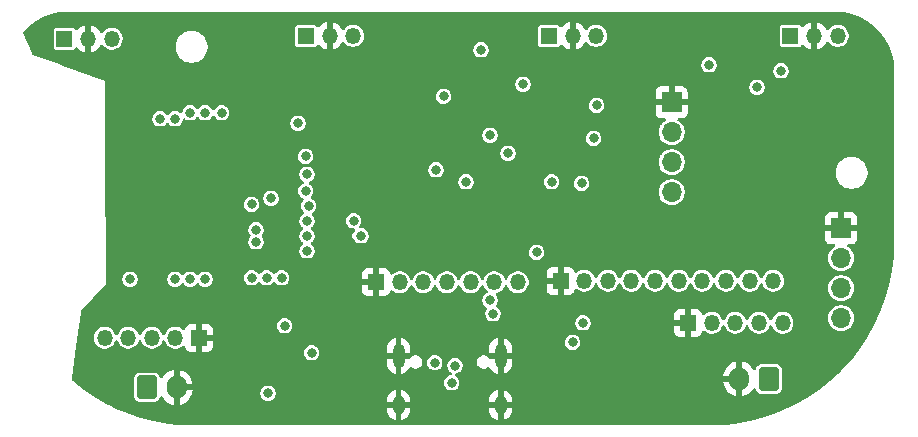
<source format=gbr>
%TF.GenerationSoftware,KiCad,Pcbnew,9.0.1*%
%TF.CreationDate,2025-04-13T07:36:32-05:00*%
%TF.ProjectId,LASK-V2-0,4c41534b-2d56-4322-9d30-2e6b69636164,rev?*%
%TF.SameCoordinates,Original*%
%TF.FileFunction,Copper,L2,Inr*%
%TF.FilePolarity,Positive*%
%FSLAX46Y46*%
G04 Gerber Fmt 4.6, Leading zero omitted, Abs format (unit mm)*
G04 Created by KiCad (PCBNEW 9.0.1) date 2025-04-13 07:36:32*
%MOMM*%
%LPD*%
G01*
G04 APERTURE LIST*
G04 Aperture macros list*
%AMRoundRect*
0 Rectangle with rounded corners*
0 $1 Rounding radius*
0 $2 $3 $4 $5 $6 $7 $8 $9 X,Y pos of 4 corners*
0 Add a 4 corners polygon primitive as box body*
4,1,4,$2,$3,$4,$5,$6,$7,$8,$9,$2,$3,0*
0 Add four circle primitives for the rounded corners*
1,1,$1+$1,$2,$3*
1,1,$1+$1,$4,$5*
1,1,$1+$1,$6,$7*
1,1,$1+$1,$8,$9*
0 Add four rect primitives between the rounded corners*
20,1,$1+$1,$2,$3,$4,$5,0*
20,1,$1+$1,$4,$5,$6,$7,0*
20,1,$1+$1,$6,$7,$8,$9,0*
20,1,$1+$1,$8,$9,$2,$3,0*%
G04 Aperture macros list end*
%TA.AperFunction,ComponentPad*%
%ADD10R,1.700000X1.700000*%
%TD*%
%TA.AperFunction,ComponentPad*%
%ADD11O,1.700000X1.700000*%
%TD*%
%TA.AperFunction,ComponentPad*%
%ADD12R,1.350000X1.350000*%
%TD*%
%TA.AperFunction,ComponentPad*%
%ADD13O,1.350000X1.350000*%
%TD*%
%TA.AperFunction,ComponentPad*%
%ADD14RoundRect,0.250000X0.600000X0.750000X-0.600000X0.750000X-0.600000X-0.750000X0.600000X-0.750000X0*%
%TD*%
%TA.AperFunction,ComponentPad*%
%ADD15O,1.700000X2.000000*%
%TD*%
%TA.AperFunction,ComponentPad*%
%ADD16RoundRect,0.250000X-0.600000X-0.750000X0.600000X-0.750000X0.600000X0.750000X-0.600000X0.750000X0*%
%TD*%
%TA.AperFunction,ComponentPad*%
%ADD17O,1.000000X2.100000*%
%TD*%
%TA.AperFunction,ComponentPad*%
%ADD18O,1.000000X1.600000*%
%TD*%
%TA.AperFunction,ViaPad*%
%ADD19C,0.800000*%
%TD*%
%TA.AperFunction,Conductor*%
%ADD20C,0.250000*%
%TD*%
G04 APERTURE END LIST*
D10*
%TO.N,GND*%
%TO.C,J9*%
X170688000Y-73787000D03*
D11*
%TO.N,+3V3*%
X170688000Y-76327000D03*
%TO.N,SCL*%
X170688000Y-78867000D03*
%TO.N,SDA*%
X170688000Y-81407000D03*
%TD*%
D12*
%TO.N,GND*%
%TO.C,J3*%
X161290000Y-88900000D03*
D13*
%TO.N,+3V3*%
X163290000Y-88900000D03*
%TO.N,GP13*%
X165290000Y-88900000D03*
%TO.N,GP14*%
X167290000Y-88900000D03*
%TO.N,GP21*%
X169290000Y-88900000D03*
%TO.N,GP33*%
X171290000Y-88900000D03*
%TO.N,GP34*%
X173290000Y-88900000D03*
%TO.N,GP42*%
X175290000Y-88900000D03*
%TO.N,RX*%
X177290000Y-88900000D03*
%TO.N,TX*%
X179290000Y-88900000D03*
%TD*%
D12*
%TO.N,+3V3*%
%TO.C,H2*%
X139732000Y-68167600D03*
D13*
%TO.N,GND*%
X141732000Y-68167600D03*
%TO.N,hall_1*%
X143732000Y-68167600D03*
%TD*%
D12*
%TO.N,GND*%
%TO.C,Joystick1*%
X172085000Y-92456000D03*
D13*
%TO.N,+3V3*%
X174085000Y-92456000D03*
%TO.N,JX*%
X176085000Y-92456000D03*
%TO.N,JY*%
X178085000Y-92456000D03*
%TO.N,JSW*%
X180085000Y-92456000D03*
%TD*%
D12*
%TO.N,+3V3*%
%TO.C,H4*%
X180753000Y-68167600D03*
D13*
%TO.N,GND*%
X182753000Y-68167600D03*
%TO.N,hall_3*%
X184753000Y-68167600D03*
%TD*%
D12*
%TO.N,GND*%
%TO.C,J6*%
X145669000Y-89027000D03*
D13*
%TO.N,+3V3*%
X147669000Y-89027000D03*
%TO.N,GP15*%
X149669000Y-89027000D03*
%TO.N,GP16*%
X151669000Y-89027000D03*
%TO.N,GP17*%
X153669000Y-89027000D03*
%TO.N,GP18*%
X155669000Y-89027000D03*
%TO.N,ADC_BAT*%
X157669000Y-89027000D03*
%TD*%
D14*
%TO.N,VBAT*%
%TO.C,BattExtLTC4054*%
X178923000Y-97201000D03*
D15*
%TO.N,GND*%
X176423000Y-97201000D03*
%TD*%
D16*
%TO.N,VBAT*%
%TO.C,J2*%
X126278000Y-97917000D03*
D15*
%TO.N,GND*%
X128778000Y-97917000D03*
%TD*%
D12*
%TO.N,GND*%
%TO.C,Joystick2*%
X130683000Y-93726000D03*
D13*
%TO.N,+3V3*%
X128683000Y-93726000D03*
%TO.N,JX*%
X126683000Y-93726000D03*
%TO.N,JY*%
X124683000Y-93726000D03*
%TO.N,JSW*%
X122683000Y-93726000D03*
%TD*%
D17*
%TO.N,GND*%
%TO.C,J4*%
X147570000Y-95250000D03*
D18*
X147570000Y-99430000D03*
D17*
X156210000Y-95250000D03*
D18*
X156210000Y-99430000D03*
%TD*%
D12*
%TO.N,+3V3*%
%TO.C,H1*%
X119285000Y-68398600D03*
D13*
%TO.N,GND*%
X121285000Y-68398600D03*
%TO.N,hall_0*%
X123285000Y-68398600D03*
%TD*%
D12*
%TO.N,+3V3*%
%TO.C,H3*%
X160306000Y-68167600D03*
D13*
%TO.N,GND*%
X162306000Y-68167600D03*
%TO.N,hall_2*%
X164306000Y-68167600D03*
%TD*%
D10*
%TO.N,GND*%
%TO.C,J1*%
X185039000Y-84455000D03*
D11*
%TO.N,+3V3*%
X185039000Y-86995000D03*
%TO.N,SCL*%
X185039000Y-89535000D03*
%TO.N,SDA*%
X185039000Y-92075000D03*
%TD*%
D19*
%TO.N,GND*%
X166751000Y-76581000D03*
X175006000Y-74549000D03*
X147320000Y-74930000D03*
X181737000Y-76581000D03*
X162814000Y-99568000D03*
X132715000Y-80772000D03*
X150241000Y-78105000D03*
X150622000Y-69723000D03*
X166878000Y-93218000D03*
X158242000Y-77343000D03*
X123698000Y-88773000D03*
%TO.N,+3V3*%
X155321000Y-76581000D03*
X151384000Y-73279000D03*
X137922000Y-92710000D03*
X124841000Y-88773000D03*
%TO.N,SCL*%
X136779000Y-81915000D03*
X155321000Y-90551000D03*
X139827000Y-86360000D03*
%TO.N,SDA*%
X137668000Y-88646000D03*
X155565714Y-91687500D03*
X135128000Y-82423000D03*
%TO.N,JX*%
X140208000Y-94996000D03*
X128651000Y-88773000D03*
%TO.N,JY*%
X129921000Y-88773000D03*
%TO.N,JSW*%
X131191000Y-88773000D03*
%TO.N,b_start*%
X139827000Y-83820000D03*
X143764000Y-83820000D03*
%TO.N,GP14*%
X139827000Y-79883000D03*
%TO.N,GP15*%
X135509000Y-84582000D03*
%TO.N,GP16*%
X135509000Y-85598000D03*
%TO.N,VBAT*%
X179959000Y-71120000D03*
X156845000Y-78105000D03*
%TO.N,VBUS*%
X152069800Y-97536000D03*
X159258000Y-86487000D03*
X173863000Y-70612000D03*
X154559000Y-69342000D03*
X164084000Y-76835000D03*
X158115000Y-72263000D03*
X164338000Y-74041000D03*
%TO.N,b_select*%
X144399000Y-85090000D03*
X139827000Y-85090000D03*
%TO.N,Net-(JP1-A)*%
X160528000Y-80518000D03*
X163068000Y-80645000D03*
%TO.N,LDO_EN*%
X177927000Y-72517000D03*
X150749000Y-79502000D03*
%TO.N,ADC_BAT*%
X153289000Y-80518000D03*
X139954000Y-82550000D03*
%TO.N,100*%
X139065000Y-75565000D03*
X136525000Y-98425000D03*
%TO.N,GP13*%
X139700000Y-81280000D03*
%TO.N,GP17*%
X135128000Y-88646000D03*
%TO.N,GP18*%
X136398000Y-88646000D03*
%TO.N,GP21*%
X139700000Y-78359000D03*
%TO.N,GP34*%
X131191000Y-74676000D03*
%TO.N,GP33*%
X132588000Y-74676000D03*
%TO.N,TX*%
X127381000Y-75184000D03*
%TO.N,RX*%
X128651000Y-75184000D03*
%TO.N,GP42*%
X129921000Y-74676000D03*
%TO.N,Net-(J4-CC1)*%
X162306000Y-94107000D03*
X150640000Y-95834200D03*
%TO.N,Net-(J4-CC2)*%
X152349200Y-96088200D03*
X163195000Y-92456000D03*
%TD*%
D20*
%TO.N,GP15*%
X135255000Y-84709000D02*
X135509000Y-84582000D01*
X135509000Y-84582000D02*
X135509000Y-84709000D01*
%TO.N,b_select*%
X144399000Y-85090000D02*
X144018000Y-85090000D01*
%TD*%
%TA.AperFunction,Conductor*%
%TO.N,GND*%
G36*
X184558397Y-66120816D02*
G01*
X184822169Y-66139711D01*
X184822169Y-66139710D01*
X184875898Y-66143559D01*
X184875921Y-66143560D01*
X185257060Y-66170862D01*
X185274615Y-66173391D01*
X185954243Y-66321603D01*
X185971112Y-66326559D01*
X186622445Y-66569349D01*
X186622448Y-66569350D01*
X186638585Y-66576720D01*
X187248985Y-66910195D01*
X187263784Y-66919702D01*
X187788377Y-67311999D01*
X187820539Y-67336050D01*
X187833959Y-67347673D01*
X188326318Y-67840033D01*
X188337941Y-67853453D01*
X188754285Y-68410201D01*
X188763800Y-68425011D01*
X189097273Y-69035398D01*
X189104645Y-69051540D01*
X189347425Y-69702871D01*
X189352386Y-69719758D01*
X189500603Y-70399373D01*
X189503134Y-70416936D01*
X189553175Y-71115592D01*
X189553492Y-71124451D01*
X189553492Y-85617567D01*
X189553395Y-85622459D01*
X189505679Y-86831103D01*
X189504918Y-86840776D01*
X189363065Y-88040102D01*
X189361546Y-88049699D01*
X189126459Y-89233069D01*
X189124168Y-89242609D01*
X188795831Y-90405180D01*
X188792845Y-90414369D01*
X188375212Y-91547239D01*
X188371492Y-91556227D01*
X187866603Y-92652315D01*
X187862156Y-92661045D01*
X187271938Y-93714508D01*
X187266870Y-93722776D01*
X186596324Y-94726607D01*
X186590536Y-94734570D01*
X185842585Y-95681902D01*
X185836339Y-95689211D01*
X185016962Y-96576046D01*
X185010036Y-96582972D01*
X184821813Y-96756886D01*
X184821811Y-96756888D01*
X184123199Y-97402355D01*
X184115889Y-97408601D01*
X183168576Y-98156533D01*
X183160614Y-98162322D01*
X182156753Y-98832885D01*
X182148485Y-98837951D01*
X181095056Y-99428151D01*
X181086326Y-99432599D01*
X179990220Y-99937500D01*
X179981232Y-99941220D01*
X178848358Y-100358854D01*
X178839169Y-100361840D01*
X177676600Y-100690176D01*
X177667060Y-100692467D01*
X176483695Y-100927554D01*
X176474098Y-100929073D01*
X175274785Y-101070929D01*
X175265111Y-101071690D01*
X174056429Y-101119403D01*
X174051538Y-101119500D01*
X130056456Y-101119500D01*
X130051565Y-101119403D01*
X128842882Y-101071690D01*
X128833208Y-101070929D01*
X127633895Y-100929073D01*
X127624298Y-100927554D01*
X126440928Y-100692467D01*
X126431388Y-100690176D01*
X125396710Y-100397958D01*
X125268816Y-100361837D01*
X125259628Y-100358852D01*
X124126758Y-99941220D01*
X124117770Y-99937500D01*
X123691754Y-99741264D01*
X123021680Y-99432607D01*
X123012950Y-99428160D01*
X121959484Y-98837940D01*
X121951216Y-98832872D01*
X120947384Y-98162328D01*
X120939422Y-98156540D01*
X119992108Y-97408606D01*
X119984799Y-97402361D01*
X119961173Y-97380532D01*
X119931595Y-97353204D01*
X119895714Y-97293254D01*
X119892832Y-97245748D01*
X119909714Y-97119135D01*
X125177500Y-97119135D01*
X125177500Y-98714870D01*
X125177501Y-98714876D01*
X125183908Y-98774483D01*
X125234202Y-98909328D01*
X125234206Y-98909335D01*
X125320452Y-99024544D01*
X125320455Y-99024547D01*
X125435664Y-99110793D01*
X125435671Y-99110797D01*
X125570517Y-99161091D01*
X125570516Y-99161091D01*
X125577444Y-99161835D01*
X125630127Y-99167500D01*
X126925872Y-99167499D01*
X126985483Y-99161091D01*
X127120331Y-99110796D01*
X127235546Y-99024546D01*
X127321796Y-98909331D01*
X127372091Y-98774483D01*
X127372091Y-98774481D01*
X127373874Y-98766938D01*
X127377117Y-98767704D01*
X127398035Y-98717172D01*
X127455419Y-98677311D01*
X127525243Y-98674802D01*
X127585340Y-98710441D01*
X127605089Y-98738662D01*
X127623379Y-98774557D01*
X127748272Y-98946459D01*
X127748276Y-98946464D01*
X127898535Y-99096723D01*
X127898540Y-99096727D01*
X128070442Y-99221620D01*
X128259782Y-99318095D01*
X128461871Y-99383757D01*
X128528000Y-99394231D01*
X128528000Y-98350012D01*
X128585007Y-98382925D01*
X128712174Y-98417000D01*
X128843826Y-98417000D01*
X128970993Y-98382925D01*
X129028000Y-98350012D01*
X129028000Y-99394230D01*
X129094126Y-99383757D01*
X129094129Y-99383757D01*
X129296217Y-99318095D01*
X129485557Y-99221620D01*
X129657459Y-99096727D01*
X129657464Y-99096723D01*
X129807723Y-98946464D01*
X129807727Y-98946459D01*
X129932620Y-98774557D01*
X130029095Y-98585217D01*
X130060335Y-98489071D01*
X135874499Y-98489071D01*
X135899497Y-98614738D01*
X135899499Y-98614744D01*
X135948533Y-98733124D01*
X135948538Y-98733133D01*
X136019723Y-98839668D01*
X136019726Y-98839672D01*
X136110327Y-98930273D01*
X136110331Y-98930276D01*
X136216866Y-99001461D01*
X136216872Y-99001464D01*
X136216873Y-99001465D01*
X136335256Y-99050501D01*
X136335260Y-99050501D01*
X136335261Y-99050502D01*
X136460928Y-99075500D01*
X136460931Y-99075500D01*
X136589071Y-99075500D01*
X136673615Y-99058682D01*
X136714744Y-99050501D01*
X136760607Y-99031504D01*
X146570000Y-99031504D01*
X146570000Y-99180000D01*
X147270000Y-99180000D01*
X147270000Y-99680000D01*
X146570000Y-99680000D01*
X146570000Y-99828495D01*
X146608427Y-100021681D01*
X146608430Y-100021693D01*
X146683807Y-100203671D01*
X146683814Y-100203684D01*
X146793248Y-100367462D01*
X146793251Y-100367466D01*
X146932533Y-100506748D01*
X146932537Y-100506751D01*
X147096315Y-100616185D01*
X147096328Y-100616192D01*
X147278308Y-100691569D01*
X147320000Y-100699862D01*
X147320000Y-99896988D01*
X147329940Y-99914205D01*
X147385795Y-99970060D01*
X147454204Y-100009556D01*
X147530504Y-100030000D01*
X147609496Y-100030000D01*
X147685796Y-100009556D01*
X147754205Y-99970060D01*
X147810060Y-99914205D01*
X147820000Y-99896988D01*
X147820000Y-100699862D01*
X147861690Y-100691569D01*
X147861692Y-100691569D01*
X148043671Y-100616192D01*
X148043684Y-100616185D01*
X148207462Y-100506751D01*
X148207466Y-100506748D01*
X148346748Y-100367466D01*
X148346751Y-100367462D01*
X148456185Y-100203684D01*
X148456192Y-100203671D01*
X148531569Y-100021693D01*
X148531572Y-100021681D01*
X148569999Y-99828495D01*
X148570000Y-99828492D01*
X148570000Y-99680000D01*
X147870000Y-99680000D01*
X147870000Y-99180000D01*
X148570000Y-99180000D01*
X148570000Y-99031508D01*
X148569999Y-99031504D01*
X155210000Y-99031504D01*
X155210000Y-99180000D01*
X155910000Y-99180000D01*
X155910000Y-99680000D01*
X155210000Y-99680000D01*
X155210000Y-99828495D01*
X155248427Y-100021681D01*
X155248430Y-100021693D01*
X155323807Y-100203671D01*
X155323814Y-100203684D01*
X155433248Y-100367462D01*
X155433251Y-100367466D01*
X155572533Y-100506748D01*
X155572537Y-100506751D01*
X155736315Y-100616185D01*
X155736328Y-100616192D01*
X155918308Y-100691569D01*
X155960000Y-100699862D01*
X155960000Y-99896988D01*
X155969940Y-99914205D01*
X156025795Y-99970060D01*
X156094204Y-100009556D01*
X156170504Y-100030000D01*
X156249496Y-100030000D01*
X156325796Y-100009556D01*
X156394205Y-99970060D01*
X156450060Y-99914205D01*
X156460000Y-99896988D01*
X156460000Y-100699862D01*
X156501690Y-100691569D01*
X156501692Y-100691569D01*
X156683671Y-100616192D01*
X156683684Y-100616185D01*
X156847462Y-100506751D01*
X156847466Y-100506748D01*
X156986748Y-100367466D01*
X156986751Y-100367462D01*
X157096185Y-100203684D01*
X157096192Y-100203671D01*
X157171569Y-100021693D01*
X157171572Y-100021681D01*
X157209999Y-99828495D01*
X157210000Y-99828492D01*
X157210000Y-99680000D01*
X156510000Y-99680000D01*
X156510000Y-99180000D01*
X157210000Y-99180000D01*
X157210000Y-99031508D01*
X157209999Y-99031504D01*
X157171572Y-98838318D01*
X157171569Y-98838306D01*
X157096192Y-98656328D01*
X157096185Y-98656315D01*
X156986751Y-98492537D01*
X156986748Y-98492533D01*
X156847466Y-98353251D01*
X156847462Y-98353248D01*
X156683684Y-98243814D01*
X156683671Y-98243807D01*
X156501691Y-98168429D01*
X156501683Y-98168427D01*
X156460000Y-98160135D01*
X156460000Y-98963011D01*
X156450060Y-98945795D01*
X156394205Y-98889940D01*
X156325796Y-98850444D01*
X156249496Y-98830000D01*
X156170504Y-98830000D01*
X156094204Y-98850444D01*
X156025795Y-98889940D01*
X155969940Y-98945795D01*
X155960000Y-98963011D01*
X155960000Y-98160136D01*
X155959999Y-98160135D01*
X155918316Y-98168427D01*
X155918308Y-98168429D01*
X155736328Y-98243807D01*
X155736315Y-98243814D01*
X155572537Y-98353248D01*
X155572533Y-98353251D01*
X155433251Y-98492533D01*
X155433248Y-98492537D01*
X155323814Y-98656315D01*
X155323807Y-98656328D01*
X155248430Y-98838306D01*
X155248427Y-98838318D01*
X155210000Y-99031504D01*
X148569999Y-99031504D01*
X148531572Y-98838318D01*
X148531569Y-98838306D01*
X148456192Y-98656328D01*
X148456185Y-98656315D01*
X148346751Y-98492537D01*
X148346748Y-98492533D01*
X148207466Y-98353251D01*
X148207462Y-98353248D01*
X148043684Y-98243814D01*
X148043671Y-98243807D01*
X147861691Y-98168429D01*
X147861683Y-98168427D01*
X147820000Y-98160135D01*
X147820000Y-98963011D01*
X147810060Y-98945795D01*
X147754205Y-98889940D01*
X147685796Y-98850444D01*
X147609496Y-98830000D01*
X147530504Y-98830000D01*
X147454204Y-98850444D01*
X147385795Y-98889940D01*
X147329940Y-98945795D01*
X147320000Y-98963011D01*
X147320000Y-98160136D01*
X147319999Y-98160135D01*
X147278316Y-98168427D01*
X147278308Y-98168429D01*
X147096328Y-98243807D01*
X147096315Y-98243814D01*
X146932537Y-98353248D01*
X146932533Y-98353251D01*
X146793251Y-98492533D01*
X146793248Y-98492537D01*
X146683814Y-98656315D01*
X146683807Y-98656328D01*
X146608430Y-98838306D01*
X146608427Y-98838318D01*
X146570000Y-99031504D01*
X136760607Y-99031504D01*
X136833127Y-99001465D01*
X136939669Y-98930276D01*
X137030276Y-98839669D01*
X137101465Y-98733127D01*
X137150501Y-98614744D01*
X137172208Y-98505620D01*
X137175500Y-98489071D01*
X137175500Y-98360928D01*
X137150502Y-98235261D01*
X137150501Y-98235260D01*
X137150501Y-98235256D01*
X137101465Y-98116873D01*
X137101464Y-98116872D01*
X137101461Y-98116866D01*
X137030276Y-98010331D01*
X137030273Y-98010327D01*
X136939672Y-97919726D01*
X136939668Y-97919723D01*
X136833133Y-97848538D01*
X136833124Y-97848533D01*
X136714744Y-97799499D01*
X136714738Y-97799497D01*
X136589071Y-97774500D01*
X136589069Y-97774500D01*
X136460931Y-97774500D01*
X136460929Y-97774500D01*
X136335261Y-97799497D01*
X136335255Y-97799499D01*
X136216875Y-97848533D01*
X136216866Y-97848538D01*
X136110331Y-97919723D01*
X136110327Y-97919726D01*
X136019726Y-98010327D01*
X136019723Y-98010331D01*
X135948538Y-98116866D01*
X135948533Y-98116875D01*
X135899499Y-98235255D01*
X135899497Y-98235261D01*
X135874500Y-98360928D01*
X135874500Y-98360931D01*
X135874500Y-98489069D01*
X135874500Y-98489071D01*
X135874499Y-98489071D01*
X130060335Y-98489071D01*
X130094757Y-98383130D01*
X130094757Y-98383129D01*
X130102311Y-98335440D01*
X130102311Y-98335439D01*
X130128000Y-98173246D01*
X130128000Y-98167000D01*
X129211012Y-98167000D01*
X129243925Y-98109993D01*
X129278000Y-97982826D01*
X129278000Y-97851174D01*
X129243925Y-97724007D01*
X129211012Y-97667000D01*
X130128000Y-97667000D01*
X130128000Y-97660753D01*
X130118389Y-97600071D01*
X151419299Y-97600071D01*
X151444297Y-97725738D01*
X151444299Y-97725744D01*
X151493333Y-97844124D01*
X151493338Y-97844133D01*
X151564523Y-97950668D01*
X151564526Y-97950672D01*
X151655127Y-98041273D01*
X151655131Y-98041276D01*
X151761666Y-98112461D01*
X151761675Y-98112466D01*
X151788492Y-98123574D01*
X151880056Y-98161501D01*
X151880060Y-98161501D01*
X151880061Y-98161502D01*
X152005728Y-98186500D01*
X152005731Y-98186500D01*
X152133871Y-98186500D01*
X152218415Y-98169682D01*
X152259544Y-98161501D01*
X152377927Y-98112465D01*
X152484469Y-98041276D01*
X152575076Y-97950669D01*
X152646265Y-97844127D01*
X152695301Y-97725744D01*
X152718326Y-97609993D01*
X152720300Y-97600071D01*
X152720300Y-97471929D01*
X152710732Y-97423831D01*
X152710732Y-97423830D01*
X152695302Y-97346261D01*
X152695301Y-97346260D01*
X152695301Y-97346256D01*
X152646265Y-97227873D01*
X152646264Y-97227872D01*
X152646261Y-97227866D01*
X152575076Y-97121331D01*
X152575073Y-97121327D01*
X152489482Y-97035736D01*
X152489478Y-97035733D01*
X152484469Y-97030724D01*
X152379867Y-96960831D01*
X152379192Y-96960370D01*
X152366414Y-96944753D01*
X175073000Y-96944753D01*
X175073000Y-96951000D01*
X175989988Y-96951000D01*
X175957075Y-97008007D01*
X175923000Y-97135174D01*
X175923000Y-97266826D01*
X175957075Y-97393993D01*
X175989988Y-97451000D01*
X175073000Y-97451000D01*
X175073000Y-97457246D01*
X175106242Y-97667127D01*
X175106242Y-97667130D01*
X175171904Y-97869217D01*
X175268379Y-98058557D01*
X175393272Y-98230459D01*
X175393276Y-98230464D01*
X175543535Y-98380723D01*
X175543540Y-98380727D01*
X175715442Y-98505620D01*
X175904782Y-98602095D01*
X176106871Y-98667757D01*
X176173000Y-98678231D01*
X176173000Y-97634012D01*
X176230007Y-97666925D01*
X176357174Y-97701000D01*
X176488826Y-97701000D01*
X176615993Y-97666925D01*
X176673000Y-97634012D01*
X176673000Y-98678230D01*
X176739126Y-98667757D01*
X176739129Y-98667757D01*
X176941217Y-98602095D01*
X177130557Y-98505620D01*
X177302459Y-98380727D01*
X177302464Y-98380723D01*
X177452723Y-98230464D01*
X177452727Y-98230459D01*
X177577622Y-98058555D01*
X177595910Y-98022664D01*
X177643884Y-97971867D01*
X177711705Y-97955072D01*
X177777840Y-97977609D01*
X177821292Y-98032324D01*
X177826039Y-98051188D01*
X177827124Y-98050932D01*
X177828907Y-98058479D01*
X177879202Y-98193328D01*
X177879206Y-98193335D01*
X177965452Y-98308544D01*
X177965455Y-98308547D01*
X178080664Y-98394793D01*
X178080671Y-98394797D01*
X178215517Y-98445091D01*
X178215516Y-98445091D01*
X178222444Y-98445835D01*
X178275127Y-98451500D01*
X179570872Y-98451499D01*
X179630483Y-98445091D01*
X179765331Y-98394796D01*
X179880546Y-98308546D01*
X179966796Y-98193331D01*
X180017091Y-98058483D01*
X180023500Y-97998873D01*
X180023499Y-96403128D01*
X180017091Y-96343517D01*
X180006932Y-96316280D01*
X179966797Y-96208671D01*
X179966793Y-96208664D01*
X179880547Y-96093455D01*
X179880544Y-96093452D01*
X179765335Y-96007206D01*
X179765328Y-96007202D01*
X179630482Y-95956908D01*
X179630483Y-95956908D01*
X179570883Y-95950501D01*
X179570881Y-95950500D01*
X179570873Y-95950500D01*
X179570864Y-95950500D01*
X178275129Y-95950500D01*
X178275123Y-95950501D01*
X178215516Y-95956908D01*
X178080671Y-96007202D01*
X178080664Y-96007206D01*
X177965455Y-96093452D01*
X177965452Y-96093455D01*
X177879206Y-96208664D01*
X177879202Y-96208671D01*
X177828908Y-96343517D01*
X177827126Y-96351062D01*
X177823925Y-96350305D01*
X177802791Y-96401041D01*
X177745319Y-96440774D01*
X177675489Y-96443129D01*
X177615471Y-96407356D01*
X177595910Y-96379336D01*
X177577622Y-96343444D01*
X177452727Y-96171540D01*
X177452723Y-96171535D01*
X177302464Y-96021276D01*
X177302459Y-96021272D01*
X177130557Y-95896379D01*
X176941215Y-95799903D01*
X176739124Y-95734241D01*
X176673000Y-95723768D01*
X176673000Y-96767988D01*
X176615993Y-96735075D01*
X176488826Y-96701000D01*
X176357174Y-96701000D01*
X176230007Y-96735075D01*
X176173000Y-96767988D01*
X176173000Y-95723768D01*
X176172999Y-95723768D01*
X176106875Y-95734241D01*
X175904784Y-95799903D01*
X175715442Y-95896379D01*
X175543540Y-96021272D01*
X175543535Y-96021276D01*
X175393276Y-96171535D01*
X175393272Y-96171540D01*
X175268379Y-96343442D01*
X175171904Y-96532782D01*
X175106242Y-96734869D01*
X175106242Y-96734872D01*
X175073000Y-96944753D01*
X152366414Y-96944753D01*
X152357456Y-96933805D01*
X152335456Y-96907480D01*
X152335372Y-96906815D01*
X152334947Y-96906295D01*
X152331023Y-96872185D01*
X152326749Y-96838155D01*
X152327038Y-96837549D01*
X152326962Y-96836883D01*
X152342089Y-96806092D01*
X152356904Y-96775128D01*
X152357475Y-96774775D01*
X152357771Y-96774173D01*
X152387148Y-96756445D01*
X152416347Y-96738409D01*
X152417482Y-96738140D01*
X152417593Y-96738074D01*
X152417746Y-96738078D01*
X152424954Y-96736375D01*
X152538944Y-96713701D01*
X152657327Y-96664665D01*
X152763869Y-96593476D01*
X152854476Y-96502869D01*
X152925665Y-96396327D01*
X152974701Y-96277944D01*
X152999700Y-96152269D01*
X152999700Y-96024131D01*
X152999700Y-96024128D01*
X152974702Y-95898461D01*
X152974701Y-95898460D01*
X152974701Y-95898456D01*
X152925665Y-95780073D01*
X152925662Y-95780068D01*
X152915592Y-95764997D01*
X152915591Y-95764996D01*
X152874991Y-95704234D01*
X154204500Y-95704234D01*
X154204500Y-95855765D01*
X154243719Y-96002136D01*
X154256418Y-96024131D01*
X154319485Y-96133365D01*
X154426635Y-96240515D01*
X154557865Y-96316281D01*
X154704234Y-96355500D01*
X154704236Y-96355500D01*
X154855764Y-96355500D01*
X154855766Y-96355500D01*
X155002135Y-96316281D01*
X155133365Y-96240515D01*
X155133372Y-96240507D01*
X155139811Y-96235568D01*
X155142044Y-96238478D01*
X155188258Y-96212865D01*
X155257980Y-96217411D01*
X155314176Y-96258930D01*
X155320394Y-96268634D01*
X155320426Y-96268613D01*
X155433248Y-96437462D01*
X155433251Y-96437466D01*
X155572533Y-96576748D01*
X155572537Y-96576751D01*
X155736315Y-96686185D01*
X155736328Y-96686192D01*
X155918308Y-96761569D01*
X155960000Y-96769862D01*
X155960000Y-95966988D01*
X155969940Y-95984205D01*
X156025795Y-96040060D01*
X156094204Y-96079556D01*
X156170504Y-96100000D01*
X156249496Y-96100000D01*
X156325796Y-96079556D01*
X156394205Y-96040060D01*
X156450060Y-95984205D01*
X156460000Y-95966988D01*
X156460000Y-96769862D01*
X156501690Y-96761569D01*
X156501692Y-96761569D01*
X156683671Y-96686192D01*
X156683684Y-96686185D01*
X156847462Y-96576751D01*
X156847466Y-96576748D01*
X156986748Y-96437466D01*
X156986751Y-96437462D01*
X157096185Y-96273684D01*
X157096192Y-96273671D01*
X157171569Y-96091693D01*
X157171572Y-96091681D01*
X157209999Y-95898495D01*
X157210000Y-95898492D01*
X157210000Y-95500000D01*
X156510000Y-95500000D01*
X156510000Y-95000000D01*
X157210000Y-95000000D01*
X157210000Y-94601508D01*
X157209999Y-94601504D01*
X157171572Y-94408318D01*
X157171569Y-94408306D01*
X157096192Y-94226328D01*
X157096185Y-94226315D01*
X157059272Y-94171071D01*
X161655499Y-94171071D01*
X161680497Y-94296738D01*
X161680499Y-94296744D01*
X161729533Y-94415124D01*
X161729538Y-94415133D01*
X161800723Y-94521668D01*
X161800726Y-94521672D01*
X161891327Y-94612273D01*
X161891331Y-94612276D01*
X161997866Y-94683461D01*
X161997875Y-94683466D01*
X162024692Y-94694574D01*
X162116256Y-94732501D01*
X162116260Y-94732501D01*
X162116261Y-94732502D01*
X162241928Y-94757500D01*
X162241931Y-94757500D01*
X162370071Y-94757500D01*
X162454615Y-94740682D01*
X162495744Y-94732501D01*
X162614127Y-94683465D01*
X162720669Y-94612276D01*
X162811276Y-94521669D01*
X162882465Y-94415127D01*
X162931501Y-94296744D01*
X162956500Y-94171069D01*
X162956500Y-94042931D01*
X162956500Y-94042928D01*
X162931502Y-93917261D01*
X162931501Y-93917260D01*
X162931501Y-93917256D01*
X162882465Y-93798873D01*
X162882464Y-93798872D01*
X162882461Y-93798866D01*
X162811276Y-93692331D01*
X162811273Y-93692327D01*
X162720672Y-93601726D01*
X162720668Y-93601723D01*
X162614133Y-93530538D01*
X162614124Y-93530533D01*
X162495744Y-93481499D01*
X162495738Y-93481497D01*
X162370071Y-93456500D01*
X162370069Y-93456500D01*
X162241931Y-93456500D01*
X162241929Y-93456500D01*
X162116261Y-93481497D01*
X162116255Y-93481499D01*
X161997875Y-93530533D01*
X161997866Y-93530538D01*
X161891331Y-93601723D01*
X161891327Y-93601726D01*
X161800726Y-93692327D01*
X161800723Y-93692331D01*
X161729538Y-93798866D01*
X161729533Y-93798875D01*
X161680499Y-93917255D01*
X161680497Y-93917261D01*
X161655500Y-94042928D01*
X161655500Y-94042931D01*
X161655500Y-94171069D01*
X161655500Y-94171071D01*
X161655499Y-94171071D01*
X157059272Y-94171071D01*
X157015612Y-94105730D01*
X156986751Y-94062537D01*
X156986748Y-94062533D01*
X156847466Y-93923251D01*
X156847462Y-93923248D01*
X156683684Y-93813814D01*
X156683671Y-93813807D01*
X156501691Y-93738429D01*
X156501683Y-93738427D01*
X156460000Y-93730135D01*
X156460000Y-94533011D01*
X156450060Y-94515795D01*
X156394205Y-94459940D01*
X156325796Y-94420444D01*
X156249496Y-94400000D01*
X156170504Y-94400000D01*
X156094204Y-94420444D01*
X156025795Y-94459940D01*
X155969940Y-94515795D01*
X155960000Y-94533011D01*
X155960000Y-93730136D01*
X155959999Y-93730135D01*
X155918316Y-93738427D01*
X155918308Y-93738429D01*
X155736328Y-93813807D01*
X155736315Y-93813814D01*
X155572537Y-93923248D01*
X155572533Y-93923251D01*
X155433251Y-94062533D01*
X155433248Y-94062537D01*
X155323814Y-94226315D01*
X155323807Y-94226328D01*
X155248430Y-94408306D01*
X155248427Y-94408318D01*
X155210000Y-94601504D01*
X155210000Y-95000000D01*
X155910000Y-95000000D01*
X155910000Y-95500000D01*
X155354464Y-95500000D01*
X155287425Y-95480315D01*
X155247077Y-95438000D01*
X155240517Y-95426638D01*
X155240513Y-95426633D01*
X155133367Y-95319487D01*
X155133365Y-95319485D01*
X155026417Y-95257738D01*
X155002136Y-95243719D01*
X154928950Y-95224109D01*
X154855766Y-95204500D01*
X154704234Y-95204500D01*
X154557863Y-95243719D01*
X154426635Y-95319485D01*
X154426632Y-95319487D01*
X154319487Y-95426632D01*
X154319485Y-95426635D01*
X154243719Y-95557863D01*
X154204500Y-95704234D01*
X152874991Y-95704234D01*
X152854476Y-95673531D01*
X152854473Y-95673527D01*
X152763872Y-95582926D01*
X152763868Y-95582923D01*
X152657333Y-95511738D01*
X152657324Y-95511733D01*
X152538944Y-95462699D01*
X152538938Y-95462697D01*
X152413271Y-95437700D01*
X152413269Y-95437700D01*
X152285131Y-95437700D01*
X152285129Y-95437700D01*
X152159461Y-95462697D01*
X152159455Y-95462699D01*
X152041075Y-95511733D01*
X152041066Y-95511738D01*
X151934531Y-95582923D01*
X151934527Y-95582926D01*
X151843926Y-95673527D01*
X151843923Y-95673531D01*
X151772738Y-95780066D01*
X151772733Y-95780075D01*
X151723699Y-95898455D01*
X151723697Y-95898461D01*
X151698700Y-96024128D01*
X151698700Y-96024131D01*
X151698700Y-96152269D01*
X151698700Y-96152271D01*
X151698699Y-96152271D01*
X151723697Y-96277938D01*
X151723699Y-96277944D01*
X151772733Y-96396324D01*
X151772738Y-96396333D01*
X151843923Y-96502868D01*
X151843926Y-96502872D01*
X151934527Y-96593473D01*
X151934531Y-96593476D01*
X152038738Y-96663106D01*
X152083543Y-96716719D01*
X152092250Y-96786044D01*
X152062095Y-96849071D01*
X152002652Y-96885790D01*
X151994039Y-96887825D01*
X151880061Y-96910497D01*
X151880055Y-96910499D01*
X151761675Y-96959533D01*
X151761666Y-96959538D01*
X151655131Y-97030723D01*
X151655127Y-97030726D01*
X151564526Y-97121327D01*
X151564523Y-97121331D01*
X151493338Y-97227866D01*
X151493333Y-97227875D01*
X151444299Y-97346255D01*
X151444297Y-97346261D01*
X151419300Y-97471928D01*
X151419300Y-97471929D01*
X151419300Y-97471931D01*
X151419300Y-97600069D01*
X151419300Y-97600071D01*
X151419299Y-97600071D01*
X130118389Y-97600071D01*
X130100201Y-97485237D01*
X130094757Y-97450870D01*
X130094757Y-97450869D01*
X130029095Y-97248782D01*
X129932620Y-97059442D01*
X129807727Y-96887540D01*
X129807723Y-96887535D01*
X129657464Y-96737276D01*
X129657459Y-96737272D01*
X129485557Y-96612379D01*
X129296215Y-96515903D01*
X129094124Y-96450241D01*
X129028000Y-96439768D01*
X129028000Y-97483988D01*
X128970993Y-97451075D01*
X128843826Y-97417000D01*
X128712174Y-97417000D01*
X128585007Y-97451075D01*
X128528000Y-97483988D01*
X128528000Y-96439768D01*
X128527999Y-96439768D01*
X128461875Y-96450241D01*
X128259784Y-96515903D01*
X128070442Y-96612379D01*
X127898540Y-96737272D01*
X127898535Y-96737276D01*
X127748276Y-96887535D01*
X127748272Y-96887540D01*
X127623377Y-97059444D01*
X127605087Y-97095339D01*
X127557112Y-97146133D01*
X127489290Y-97162927D01*
X127423156Y-97140388D01*
X127379706Y-97085672D01*
X127374976Y-97066807D01*
X127373876Y-97067068D01*
X127372092Y-97059520D01*
X127321797Y-96924671D01*
X127321793Y-96924664D01*
X127235547Y-96809455D01*
X127235544Y-96809452D01*
X127120335Y-96723206D01*
X127120328Y-96723202D01*
X126985482Y-96672908D01*
X126985483Y-96672908D01*
X126925883Y-96666501D01*
X126925881Y-96666500D01*
X126925873Y-96666500D01*
X126925864Y-96666500D01*
X125630129Y-96666500D01*
X125630123Y-96666501D01*
X125570516Y-96672908D01*
X125435671Y-96723202D01*
X125435664Y-96723206D01*
X125320455Y-96809452D01*
X125320452Y-96809455D01*
X125234206Y-96924664D01*
X125234202Y-96924671D01*
X125183908Y-97059517D01*
X125177501Y-97119116D01*
X125177500Y-97119135D01*
X119909714Y-97119135D01*
X120184256Y-95060071D01*
X139557499Y-95060071D01*
X139582497Y-95185738D01*
X139582499Y-95185744D01*
X139631533Y-95304124D01*
X139631538Y-95304133D01*
X139702723Y-95410668D01*
X139702726Y-95410672D01*
X139793327Y-95501273D01*
X139793331Y-95501276D01*
X139899866Y-95572461D01*
X139899872Y-95572464D01*
X139899873Y-95572465D01*
X140018256Y-95621501D01*
X140018260Y-95621501D01*
X140018261Y-95621502D01*
X140143928Y-95646500D01*
X140143931Y-95646500D01*
X140272071Y-95646500D01*
X140356615Y-95629682D01*
X140397744Y-95621501D01*
X140516127Y-95572465D01*
X140622669Y-95501276D01*
X140713276Y-95410669D01*
X140724112Y-95394450D01*
X140733938Y-95379747D01*
X140784461Y-95304133D01*
X140784461Y-95304132D01*
X140784465Y-95304127D01*
X140833501Y-95185744D01*
X140858500Y-95060069D01*
X140858500Y-94931931D01*
X140858500Y-94931928D01*
X140833502Y-94806261D01*
X140833501Y-94806260D01*
X140833501Y-94806256D01*
X140784465Y-94687873D01*
X140784464Y-94687872D01*
X140784461Y-94687866D01*
X140768720Y-94664308D01*
X140726755Y-94601504D01*
X146570000Y-94601504D01*
X146570000Y-95000000D01*
X147270000Y-95000000D01*
X147270000Y-95500000D01*
X146570000Y-95500000D01*
X146570000Y-95898495D01*
X146608427Y-96091681D01*
X146608430Y-96091693D01*
X146683807Y-96273671D01*
X146683814Y-96273684D01*
X146793248Y-96437462D01*
X146793251Y-96437466D01*
X146932533Y-96576748D01*
X146932537Y-96576751D01*
X147096315Y-96686185D01*
X147096328Y-96686192D01*
X147278308Y-96761569D01*
X147320000Y-96769862D01*
X147320000Y-95966988D01*
X147329940Y-95984205D01*
X147385795Y-96040060D01*
X147454204Y-96079556D01*
X147530504Y-96100000D01*
X147609496Y-96100000D01*
X147685796Y-96079556D01*
X147754205Y-96040060D01*
X147810060Y-95984205D01*
X147820000Y-95966988D01*
X147820000Y-96769862D01*
X147861690Y-96761569D01*
X147861692Y-96761569D01*
X148043671Y-96686192D01*
X148043684Y-96686185D01*
X148207462Y-96576751D01*
X148207466Y-96576748D01*
X148346748Y-96437466D01*
X148346751Y-96437462D01*
X148459574Y-96268613D01*
X148461007Y-96269570D01*
X148504198Y-96225580D01*
X148572332Y-96210103D01*
X148638018Y-96233919D01*
X148640089Y-96235697D01*
X148640189Y-96235568D01*
X148646630Y-96240510D01*
X148646635Y-96240515D01*
X148777865Y-96316281D01*
X148924234Y-96355500D01*
X148924236Y-96355500D01*
X149075764Y-96355500D01*
X149075766Y-96355500D01*
X149222135Y-96316281D01*
X149353365Y-96240515D01*
X149460515Y-96133365D01*
X149536281Y-96002135D01*
X149564111Y-95898271D01*
X149989499Y-95898271D01*
X150014497Y-96023938D01*
X150014499Y-96023944D01*
X150063533Y-96142324D01*
X150063538Y-96142333D01*
X150134723Y-96248868D01*
X150134726Y-96248872D01*
X150225327Y-96339473D01*
X150225331Y-96339476D01*
X150331866Y-96410661D01*
X150331872Y-96410664D01*
X150331873Y-96410665D01*
X150450256Y-96459701D01*
X150450260Y-96459701D01*
X150450261Y-96459702D01*
X150575928Y-96484700D01*
X150575931Y-96484700D01*
X150704071Y-96484700D01*
X150788615Y-96467882D01*
X150829744Y-96459701D01*
X150948127Y-96410665D01*
X151054669Y-96339476D01*
X151145276Y-96248869D01*
X151216465Y-96142327D01*
X151265501Y-96023944D01*
X151273682Y-95982815D01*
X151290500Y-95898271D01*
X151290500Y-95770128D01*
X151265502Y-95644461D01*
X151265501Y-95644460D01*
X151265501Y-95644456D01*
X151216465Y-95526073D01*
X151216464Y-95526072D01*
X151216461Y-95526066D01*
X151145276Y-95419531D01*
X151145273Y-95419527D01*
X151054672Y-95328926D01*
X151054668Y-95328923D01*
X150948133Y-95257738D01*
X150948124Y-95257733D01*
X150829744Y-95208699D01*
X150829738Y-95208697D01*
X150704071Y-95183700D01*
X150704069Y-95183700D01*
X150575931Y-95183700D01*
X150575929Y-95183700D01*
X150450261Y-95208697D01*
X150450255Y-95208699D01*
X150331875Y-95257733D01*
X150331866Y-95257738D01*
X150225331Y-95328923D01*
X150225327Y-95328926D01*
X150134726Y-95419527D01*
X150134723Y-95419531D01*
X150063538Y-95526066D01*
X150063533Y-95526075D01*
X150014499Y-95644455D01*
X150014497Y-95644461D01*
X149989500Y-95770128D01*
X149989500Y-95770131D01*
X149989500Y-95898269D01*
X149989500Y-95898271D01*
X149989499Y-95898271D01*
X149564111Y-95898271D01*
X149575500Y-95855766D01*
X149575500Y-95704234D01*
X149536281Y-95557865D01*
X149460515Y-95426635D01*
X149353365Y-95319485D01*
X149246417Y-95257738D01*
X149222136Y-95243719D01*
X149148950Y-95224109D01*
X149075766Y-95204500D01*
X148924234Y-95204500D01*
X148777863Y-95243719D01*
X148646635Y-95319485D01*
X148646632Y-95319487D01*
X148539486Y-95426633D01*
X148539482Y-95426638D01*
X148532923Y-95438000D01*
X148482356Y-95486216D01*
X148425536Y-95500000D01*
X147870000Y-95500000D01*
X147870000Y-95000000D01*
X148570000Y-95000000D01*
X148570000Y-94601508D01*
X148569999Y-94601504D01*
X148531572Y-94408318D01*
X148531569Y-94408306D01*
X148456192Y-94226328D01*
X148456185Y-94226315D01*
X148346751Y-94062537D01*
X148346748Y-94062533D01*
X148207466Y-93923251D01*
X148207462Y-93923248D01*
X148043684Y-93813814D01*
X148043671Y-93813807D01*
X147861691Y-93738429D01*
X147861683Y-93738427D01*
X147820000Y-93730135D01*
X147820000Y-94533011D01*
X147810060Y-94515795D01*
X147754205Y-94459940D01*
X147685796Y-94420444D01*
X147609496Y-94400000D01*
X147530504Y-94400000D01*
X147454204Y-94420444D01*
X147385795Y-94459940D01*
X147329940Y-94515795D01*
X147320000Y-94533011D01*
X147320000Y-93730136D01*
X147319999Y-93730135D01*
X147278316Y-93738427D01*
X147278308Y-93738429D01*
X147096328Y-93813807D01*
X147096315Y-93813814D01*
X146932537Y-93923248D01*
X146932533Y-93923251D01*
X146793251Y-94062533D01*
X146793248Y-94062537D01*
X146683814Y-94226315D01*
X146683807Y-94226328D01*
X146608430Y-94408306D01*
X146608427Y-94408318D01*
X146570000Y-94601504D01*
X140726755Y-94601504D01*
X140713276Y-94581331D01*
X140713273Y-94581327D01*
X140622672Y-94490726D01*
X140622668Y-94490723D01*
X140516133Y-94419538D01*
X140516124Y-94419533D01*
X140397744Y-94370499D01*
X140397738Y-94370497D01*
X140272071Y-94345500D01*
X140272069Y-94345500D01*
X140143931Y-94345500D01*
X140143929Y-94345500D01*
X140018261Y-94370497D01*
X140018255Y-94370499D01*
X139899875Y-94419533D01*
X139899866Y-94419538D01*
X139793331Y-94490723D01*
X139793327Y-94490726D01*
X139702726Y-94581327D01*
X139702723Y-94581331D01*
X139631538Y-94687866D01*
X139631533Y-94687875D01*
X139582499Y-94806255D01*
X139582497Y-94806261D01*
X139557500Y-94931928D01*
X139557500Y-94931931D01*
X139557500Y-95060069D01*
X139557500Y-95060071D01*
X139557499Y-95060071D01*
X120184256Y-95060071D01*
X120349978Y-93817156D01*
X121757499Y-93817156D01*
X121793065Y-93995952D01*
X121793068Y-93995962D01*
X121862831Y-94164387D01*
X121862833Y-94164391D01*
X121964113Y-94315967D01*
X121964119Y-94315975D01*
X122093024Y-94444880D01*
X122093032Y-94444886D01*
X122244608Y-94546166D01*
X122244612Y-94546168D01*
X122404206Y-94612273D01*
X122413042Y-94615933D01*
X122413046Y-94615933D01*
X122413047Y-94615934D01*
X122591843Y-94651500D01*
X122591846Y-94651500D01*
X122774156Y-94651500D01*
X122894445Y-94627572D01*
X122952958Y-94615933D01*
X123121389Y-94546167D01*
X123121391Y-94546166D01*
X123250437Y-94459940D01*
X123272972Y-94444883D01*
X123401883Y-94315972D01*
X123461790Y-94226315D01*
X123503166Y-94164391D01*
X123503168Y-94164387D01*
X123568439Y-94006808D01*
X123612280Y-93952404D01*
X123678574Y-93930339D01*
X123746273Y-93947618D01*
X123793884Y-93998755D01*
X123797561Y-94006808D01*
X123862831Y-94164387D01*
X123862833Y-94164391D01*
X123964113Y-94315967D01*
X123964119Y-94315975D01*
X124093024Y-94444880D01*
X124093032Y-94444886D01*
X124244608Y-94546166D01*
X124244612Y-94546168D01*
X124404206Y-94612273D01*
X124413042Y-94615933D01*
X124413046Y-94615933D01*
X124413047Y-94615934D01*
X124591843Y-94651500D01*
X124591846Y-94651500D01*
X124774156Y-94651500D01*
X124894445Y-94627572D01*
X124952958Y-94615933D01*
X125121389Y-94546167D01*
X125121391Y-94546166D01*
X125250437Y-94459940D01*
X125272972Y-94444883D01*
X125401883Y-94315972D01*
X125461790Y-94226315D01*
X125503166Y-94164391D01*
X125503168Y-94164387D01*
X125568439Y-94006808D01*
X125612280Y-93952404D01*
X125678574Y-93930339D01*
X125746273Y-93947618D01*
X125793884Y-93998755D01*
X125797561Y-94006808D01*
X125862831Y-94164387D01*
X125862833Y-94164391D01*
X125964113Y-94315967D01*
X125964119Y-94315975D01*
X126093024Y-94444880D01*
X126093032Y-94444886D01*
X126244608Y-94546166D01*
X126244612Y-94546168D01*
X126404206Y-94612273D01*
X126413042Y-94615933D01*
X126413046Y-94615933D01*
X126413047Y-94615934D01*
X126591843Y-94651500D01*
X126591846Y-94651500D01*
X126774156Y-94651500D01*
X126894445Y-94627572D01*
X126952958Y-94615933D01*
X127121389Y-94546167D01*
X127121391Y-94546166D01*
X127250437Y-94459940D01*
X127272972Y-94444883D01*
X127401883Y-94315972D01*
X127461790Y-94226315D01*
X127503166Y-94164391D01*
X127503168Y-94164387D01*
X127568439Y-94006808D01*
X127612280Y-93952404D01*
X127678574Y-93930339D01*
X127746273Y-93947618D01*
X127793884Y-93998755D01*
X127797561Y-94006808D01*
X127862831Y-94164387D01*
X127862833Y-94164391D01*
X127964113Y-94315967D01*
X127964119Y-94315975D01*
X128093024Y-94444880D01*
X128093032Y-94444886D01*
X128244608Y-94546166D01*
X128244612Y-94546168D01*
X128404206Y-94612273D01*
X128413042Y-94615933D01*
X128413046Y-94615933D01*
X128413047Y-94615934D01*
X128591843Y-94651500D01*
X128591846Y-94651500D01*
X128774156Y-94651500D01*
X128894445Y-94627572D01*
X128952958Y-94615933D01*
X129121389Y-94546167D01*
X129121391Y-94546166D01*
X129250437Y-94459940D01*
X129272972Y-94444883D01*
X129301536Y-94416318D01*
X129362857Y-94382834D01*
X129432549Y-94387818D01*
X129488483Y-94429688D01*
X129512506Y-94490743D01*
X129514401Y-94508373D01*
X129514403Y-94508379D01*
X129564645Y-94643086D01*
X129564649Y-94643093D01*
X129650809Y-94758187D01*
X129650812Y-94758190D01*
X129765906Y-94844350D01*
X129765913Y-94844354D01*
X129900620Y-94894596D01*
X129900627Y-94894598D01*
X129960155Y-94900999D01*
X129960172Y-94901000D01*
X130433000Y-94901000D01*
X130433000Y-94041686D01*
X130437394Y-94046080D01*
X130528606Y-94098741D01*
X130630339Y-94126000D01*
X130735661Y-94126000D01*
X130837394Y-94098741D01*
X130928606Y-94046080D01*
X130933000Y-94041686D01*
X130933000Y-94901000D01*
X131405828Y-94901000D01*
X131405844Y-94900999D01*
X131465372Y-94894598D01*
X131465379Y-94894596D01*
X131600086Y-94844354D01*
X131600093Y-94844350D01*
X131623841Y-94826573D01*
X131715187Y-94758190D01*
X131715190Y-94758187D01*
X131801350Y-94643093D01*
X131801354Y-94643086D01*
X131851596Y-94508379D01*
X131851598Y-94508372D01*
X131857999Y-94448844D01*
X131858000Y-94448827D01*
X131858000Y-93976000D01*
X130998686Y-93976000D01*
X131003080Y-93971606D01*
X131055741Y-93880394D01*
X131083000Y-93778661D01*
X131083000Y-93673339D01*
X131055741Y-93571606D01*
X131003080Y-93480394D01*
X130998686Y-93476000D01*
X131858000Y-93476000D01*
X131858000Y-93003172D01*
X131857999Y-93003155D01*
X131851598Y-92943627D01*
X131851596Y-92943620D01*
X131801354Y-92808913D01*
X131801352Y-92808910D01*
X131775271Y-92774071D01*
X137271499Y-92774071D01*
X137296497Y-92899738D01*
X137296499Y-92899744D01*
X137345533Y-93018124D01*
X137345538Y-93018133D01*
X137416723Y-93124668D01*
X137416726Y-93124672D01*
X137507327Y-93215273D01*
X137507331Y-93215276D01*
X137613866Y-93286461D01*
X137613875Y-93286466D01*
X137616642Y-93287612D01*
X137732256Y-93335501D01*
X137732260Y-93335501D01*
X137732261Y-93335502D01*
X137857928Y-93360500D01*
X137857931Y-93360500D01*
X137986071Y-93360500D01*
X138070615Y-93343682D01*
X138111744Y-93335501D01*
X138230127Y-93286465D01*
X138336669Y-93215276D01*
X138427276Y-93124669D01*
X138498465Y-93018127D01*
X138547501Y-92899744D01*
X138560167Y-92836068D01*
X138572500Y-92774071D01*
X138572500Y-92645928D01*
X138547502Y-92520261D01*
X138547501Y-92520260D01*
X138547501Y-92520256D01*
X138547424Y-92520071D01*
X162544499Y-92520071D01*
X162569497Y-92645738D01*
X162569499Y-92645744D01*
X162618533Y-92764124D01*
X162618538Y-92764133D01*
X162689723Y-92870668D01*
X162689726Y-92870672D01*
X162780327Y-92961273D01*
X162780331Y-92961276D01*
X162886866Y-93032461D01*
X162886875Y-93032466D01*
X162913692Y-93043574D01*
X163005256Y-93081501D01*
X163005260Y-93081501D01*
X163005261Y-93081502D01*
X163130928Y-93106500D01*
X163130931Y-93106500D01*
X163259071Y-93106500D01*
X163343615Y-93089682D01*
X163384744Y-93081501D01*
X163503127Y-93032465D01*
X163609669Y-92961276D01*
X163700276Y-92870669D01*
X163771465Y-92764127D01*
X163820501Y-92645744D01*
X163845500Y-92520069D01*
X163845500Y-92391931D01*
X163845500Y-92391928D01*
X163820502Y-92266261D01*
X163820501Y-92266260D01*
X163820501Y-92266256D01*
X163782574Y-92174692D01*
X163771466Y-92147875D01*
X163771461Y-92147866D01*
X163700276Y-92041331D01*
X163700273Y-92041327D01*
X163609672Y-91950726D01*
X163609668Y-91950723D01*
X163503133Y-91879538D01*
X163503124Y-91879533D01*
X163418333Y-91844412D01*
X163418331Y-91844411D01*
X163384748Y-91830500D01*
X163384738Y-91830497D01*
X163259071Y-91805500D01*
X163259069Y-91805500D01*
X163130931Y-91805500D01*
X163130929Y-91805500D01*
X163005261Y-91830497D01*
X163005255Y-91830499D01*
X162886875Y-91879533D01*
X162886866Y-91879538D01*
X162780331Y-91950723D01*
X162780327Y-91950726D01*
X162689726Y-92041327D01*
X162689723Y-92041331D01*
X162618538Y-92147866D01*
X162618533Y-92147875D01*
X162569499Y-92266255D01*
X162569497Y-92266261D01*
X162544500Y-92391928D01*
X162544500Y-92391931D01*
X162544500Y-92520069D01*
X162544500Y-92520071D01*
X162544499Y-92520071D01*
X138547424Y-92520071D01*
X138498465Y-92401873D01*
X138498464Y-92401872D01*
X138498461Y-92401866D01*
X138427276Y-92295331D01*
X138427273Y-92295327D01*
X138336672Y-92204726D01*
X138336668Y-92204723D01*
X138230133Y-92133538D01*
X138230124Y-92133533D01*
X138111744Y-92084499D01*
X138111738Y-92084497D01*
X137986071Y-92059500D01*
X137986069Y-92059500D01*
X137857931Y-92059500D01*
X137857929Y-92059500D01*
X137732261Y-92084497D01*
X137732255Y-92084499D01*
X137613875Y-92133533D01*
X137613866Y-92133538D01*
X137507331Y-92204723D01*
X137507327Y-92204726D01*
X137416726Y-92295327D01*
X137416723Y-92295331D01*
X137345538Y-92401866D01*
X137345533Y-92401875D01*
X137296499Y-92520255D01*
X137296497Y-92520261D01*
X137271500Y-92645928D01*
X137271500Y-92645931D01*
X137271500Y-92774069D01*
X137271500Y-92774071D01*
X137271499Y-92774071D01*
X131775271Y-92774071D01*
X131730415Y-92714151D01*
X131730414Y-92714150D01*
X131715186Y-92693808D01*
X131600093Y-92607649D01*
X131600086Y-92607645D01*
X131465379Y-92557403D01*
X131465372Y-92557401D01*
X131405844Y-92551000D01*
X130933000Y-92551000D01*
X130933000Y-93410314D01*
X130928606Y-93405920D01*
X130837394Y-93353259D01*
X130735661Y-93326000D01*
X130630339Y-93326000D01*
X130528606Y-93353259D01*
X130437394Y-93405920D01*
X130433000Y-93410314D01*
X130433000Y-92551000D01*
X129960155Y-92551000D01*
X129900627Y-92557401D01*
X129900620Y-92557403D01*
X129765913Y-92607645D01*
X129765906Y-92607649D01*
X129650812Y-92693809D01*
X129650809Y-92693812D01*
X129564649Y-92808906D01*
X129564645Y-92808913D01*
X129514403Y-92943620D01*
X129514401Y-92943626D01*
X129512506Y-92961256D01*
X129485767Y-93025807D01*
X129428374Y-93065654D01*
X129358549Y-93068147D01*
X129301536Y-93035680D01*
X129272975Y-93007119D01*
X129272967Y-93007113D01*
X129121391Y-92905833D01*
X129121387Y-92905831D01*
X128952962Y-92836068D01*
X128952952Y-92836065D01*
X128774156Y-92800500D01*
X128774154Y-92800500D01*
X128591846Y-92800500D01*
X128591844Y-92800500D01*
X128413047Y-92836065D01*
X128413037Y-92836068D01*
X128244612Y-92905831D01*
X128244608Y-92905833D01*
X128093032Y-93007113D01*
X128093024Y-93007119D01*
X127964119Y-93136024D01*
X127964113Y-93136032D01*
X127862833Y-93287608D01*
X127797561Y-93445192D01*
X127753720Y-93499595D01*
X127687426Y-93521660D01*
X127619727Y-93504381D01*
X127572116Y-93453244D01*
X127568439Y-93445192D01*
X127503166Y-93287608D01*
X127401886Y-93136032D01*
X127401880Y-93136024D01*
X127272975Y-93007119D01*
X127272967Y-93007113D01*
X127121391Y-92905833D01*
X127121387Y-92905831D01*
X126952962Y-92836068D01*
X126952952Y-92836065D01*
X126774156Y-92800500D01*
X126774154Y-92800500D01*
X126591846Y-92800500D01*
X126591844Y-92800500D01*
X126413047Y-92836065D01*
X126413037Y-92836068D01*
X126244612Y-92905831D01*
X126244608Y-92905833D01*
X126093032Y-93007113D01*
X126093024Y-93007119D01*
X125964119Y-93136024D01*
X125964113Y-93136032D01*
X125862833Y-93287608D01*
X125797561Y-93445192D01*
X125753720Y-93499595D01*
X125687426Y-93521660D01*
X125619727Y-93504381D01*
X125572116Y-93453244D01*
X125568439Y-93445192D01*
X125503166Y-93287608D01*
X125401886Y-93136032D01*
X125401880Y-93136024D01*
X125272975Y-93007119D01*
X125272967Y-93007113D01*
X125121391Y-92905833D01*
X125121387Y-92905831D01*
X124952962Y-92836068D01*
X124952952Y-92836065D01*
X124774156Y-92800500D01*
X124774154Y-92800500D01*
X124591846Y-92800500D01*
X124591844Y-92800500D01*
X124413047Y-92836065D01*
X124413037Y-92836068D01*
X124244612Y-92905831D01*
X124244608Y-92905833D01*
X124093032Y-93007113D01*
X124093024Y-93007119D01*
X123964119Y-93136024D01*
X123964113Y-93136032D01*
X123862833Y-93287608D01*
X123797561Y-93445192D01*
X123753720Y-93499595D01*
X123687426Y-93521660D01*
X123619727Y-93504381D01*
X123572116Y-93453244D01*
X123568439Y-93445192D01*
X123503166Y-93287608D01*
X123401886Y-93136032D01*
X123401880Y-93136024D01*
X123272975Y-93007119D01*
X123272967Y-93007113D01*
X123121391Y-92905833D01*
X123121387Y-92905831D01*
X122952962Y-92836068D01*
X122952952Y-92836065D01*
X122774156Y-92800500D01*
X122774154Y-92800500D01*
X122591846Y-92800500D01*
X122591844Y-92800500D01*
X122413047Y-92836065D01*
X122413037Y-92836068D01*
X122244612Y-92905831D01*
X122244608Y-92905833D01*
X122093032Y-93007113D01*
X122093024Y-93007119D01*
X121964119Y-93136024D01*
X121964113Y-93136032D01*
X121862833Y-93287608D01*
X121862831Y-93287612D01*
X121793068Y-93456037D01*
X121793065Y-93456047D01*
X121757500Y-93634843D01*
X121757500Y-93634846D01*
X121757500Y-93817154D01*
X121757500Y-93817156D01*
X121757499Y-93817156D01*
X120349978Y-93817156D01*
X120644954Y-91604843D01*
X120673326Y-91540994D01*
X120675456Y-91538549D01*
X120711548Y-91498211D01*
X122809000Y-89154000D01*
X122806652Y-88837071D01*
X124190499Y-88837071D01*
X124215497Y-88962738D01*
X124215499Y-88962744D01*
X124264533Y-89081124D01*
X124264538Y-89081133D01*
X124335723Y-89187668D01*
X124335726Y-89187672D01*
X124426327Y-89278273D01*
X124426331Y-89278276D01*
X124532866Y-89349461D01*
X124532872Y-89349464D01*
X124532873Y-89349465D01*
X124651256Y-89398501D01*
X124651260Y-89398501D01*
X124651261Y-89398502D01*
X124776928Y-89423500D01*
X124776931Y-89423500D01*
X124905071Y-89423500D01*
X124989615Y-89406682D01*
X125030744Y-89398501D01*
X125149127Y-89349465D01*
X125255669Y-89278276D01*
X125346276Y-89187669D01*
X125417465Y-89081127D01*
X125466501Y-88962744D01*
X125491500Y-88837071D01*
X128000499Y-88837071D01*
X128025497Y-88962738D01*
X128025499Y-88962744D01*
X128074533Y-89081124D01*
X128074538Y-89081133D01*
X128145723Y-89187668D01*
X128145726Y-89187672D01*
X128236327Y-89278273D01*
X128236331Y-89278276D01*
X128342866Y-89349461D01*
X128342872Y-89349464D01*
X128342873Y-89349465D01*
X128461256Y-89398501D01*
X128461260Y-89398501D01*
X128461261Y-89398502D01*
X128586928Y-89423500D01*
X128586931Y-89423500D01*
X128715071Y-89423500D01*
X128799615Y-89406682D01*
X128840744Y-89398501D01*
X128959127Y-89349465D01*
X129065669Y-89278276D01*
X129156276Y-89187669D01*
X129182898Y-89147825D01*
X129236509Y-89103022D01*
X129305834Y-89094314D01*
X129368862Y-89124468D01*
X129389100Y-89147824D01*
X129403886Y-89169952D01*
X129415725Y-89187671D01*
X129506327Y-89278273D01*
X129506331Y-89278276D01*
X129612866Y-89349461D01*
X129612872Y-89349464D01*
X129612873Y-89349465D01*
X129731256Y-89398501D01*
X129731260Y-89398501D01*
X129731261Y-89398502D01*
X129856928Y-89423500D01*
X129856931Y-89423500D01*
X129985071Y-89423500D01*
X130069615Y-89406682D01*
X130110744Y-89398501D01*
X130229127Y-89349465D01*
X130335669Y-89278276D01*
X130426276Y-89187669D01*
X130452898Y-89147825D01*
X130506509Y-89103022D01*
X130575834Y-89094314D01*
X130638862Y-89124468D01*
X130659100Y-89147824D01*
X130673886Y-89169952D01*
X130685725Y-89187671D01*
X130776327Y-89278273D01*
X130776331Y-89278276D01*
X130882866Y-89349461D01*
X130882872Y-89349464D01*
X130882873Y-89349465D01*
X131001256Y-89398501D01*
X131001260Y-89398501D01*
X131001261Y-89398502D01*
X131126928Y-89423500D01*
X131126931Y-89423500D01*
X131255071Y-89423500D01*
X131339615Y-89406682D01*
X131380744Y-89398501D01*
X131499127Y-89349465D01*
X131605669Y-89278276D01*
X131696276Y-89187669D01*
X131767465Y-89081127D01*
X131816501Y-88962744D01*
X131841500Y-88837069D01*
X131841500Y-88710071D01*
X134477499Y-88710071D01*
X134502497Y-88835738D01*
X134502499Y-88835744D01*
X134551533Y-88954124D01*
X134551538Y-88954133D01*
X134622723Y-89060668D01*
X134622726Y-89060672D01*
X134713327Y-89151273D01*
X134713331Y-89151276D01*
X134819866Y-89222461D01*
X134819872Y-89222464D01*
X134819873Y-89222465D01*
X134938256Y-89271501D01*
X134938260Y-89271501D01*
X134938261Y-89271502D01*
X135063928Y-89296500D01*
X135063931Y-89296500D01*
X135192071Y-89296500D01*
X135290099Y-89277000D01*
X135317744Y-89271501D01*
X135436127Y-89222465D01*
X135542669Y-89151276D01*
X135633276Y-89060669D01*
X135659898Y-89020825D01*
X135713509Y-88976022D01*
X135782834Y-88967314D01*
X135845862Y-88997468D01*
X135866100Y-89020824D01*
X135882509Y-89045382D01*
X135892725Y-89060671D01*
X135983327Y-89151273D01*
X135983331Y-89151276D01*
X136089866Y-89222461D01*
X136089872Y-89222464D01*
X136089873Y-89222465D01*
X136208256Y-89271501D01*
X136208260Y-89271501D01*
X136208261Y-89271502D01*
X136333928Y-89296500D01*
X136333931Y-89296500D01*
X136462071Y-89296500D01*
X136560099Y-89277000D01*
X136587744Y-89271501D01*
X136706127Y-89222465D01*
X136812669Y-89151276D01*
X136903276Y-89060669D01*
X136929898Y-89020825D01*
X136983509Y-88976022D01*
X137052834Y-88967314D01*
X137115862Y-88997468D01*
X137136100Y-89020824D01*
X137152509Y-89045382D01*
X137162725Y-89060671D01*
X137253327Y-89151273D01*
X137253331Y-89151276D01*
X137359866Y-89222461D01*
X137359872Y-89222464D01*
X137359873Y-89222465D01*
X137478256Y-89271501D01*
X137478260Y-89271501D01*
X137478261Y-89271502D01*
X137603928Y-89296500D01*
X137603931Y-89296500D01*
X137732071Y-89296500D01*
X137830099Y-89277000D01*
X137857744Y-89271501D01*
X137976127Y-89222465D01*
X138082669Y-89151276D01*
X138088339Y-89145606D01*
X138095989Y-89137957D01*
X138173273Y-89060672D01*
X138173274Y-89060671D01*
X138173276Y-89060669D01*
X138244465Y-88954127D01*
X138293501Y-88835744D01*
X138309713Y-88754244D01*
X138318500Y-88710071D01*
X138318500Y-88581928D01*
X138293502Y-88456261D01*
X138293501Y-88456260D01*
X138293501Y-88456256D01*
X138285538Y-88437032D01*
X138248802Y-88348343D01*
X138248786Y-88348305D01*
X138244465Y-88337873D01*
X138244463Y-88337870D01*
X138244461Y-88337866D01*
X138221936Y-88304155D01*
X144494000Y-88304155D01*
X144494000Y-88777000D01*
X145353314Y-88777000D01*
X145348920Y-88781394D01*
X145296259Y-88872606D01*
X145269000Y-88974339D01*
X145269000Y-89079661D01*
X145296259Y-89181394D01*
X145348920Y-89272606D01*
X145353314Y-89277000D01*
X144494000Y-89277000D01*
X144494000Y-89749844D01*
X144500401Y-89809372D01*
X144500403Y-89809379D01*
X144550645Y-89944086D01*
X144550649Y-89944093D01*
X144636809Y-90059187D01*
X144636812Y-90059190D01*
X144751906Y-90145350D01*
X144751913Y-90145354D01*
X144886620Y-90195596D01*
X144886627Y-90195598D01*
X144946155Y-90201999D01*
X144946172Y-90202000D01*
X145419000Y-90202000D01*
X145419000Y-89342686D01*
X145423394Y-89347080D01*
X145514606Y-89399741D01*
X145616339Y-89427000D01*
X145721661Y-89427000D01*
X145823394Y-89399741D01*
X145914606Y-89347080D01*
X145919000Y-89342686D01*
X145919000Y-90202000D01*
X146391828Y-90202000D01*
X146391844Y-90201999D01*
X146451372Y-90195598D01*
X146451379Y-90195596D01*
X146586086Y-90145354D01*
X146586093Y-90145350D01*
X146701187Y-90059190D01*
X146701190Y-90059187D01*
X146787350Y-89944093D01*
X146787354Y-89944086D01*
X146837596Y-89809379D01*
X146839492Y-89791748D01*
X146866228Y-89727196D01*
X146923620Y-89687347D01*
X146993445Y-89684851D01*
X147050463Y-89717319D01*
X147079024Y-89745880D01*
X147079032Y-89745886D01*
X147230608Y-89847166D01*
X147230612Y-89847168D01*
X147359369Y-89900500D01*
X147399042Y-89916933D01*
X147399046Y-89916933D01*
X147399047Y-89916934D01*
X147577843Y-89952500D01*
X147577846Y-89952500D01*
X147760156Y-89952500D01*
X147889510Y-89926769D01*
X147938958Y-89916933D01*
X148107389Y-89847167D01*
X148107391Y-89847166D01*
X148188904Y-89792701D01*
X148258972Y-89745883D01*
X148387883Y-89616972D01*
X148489167Y-89465389D01*
X148516359Y-89399741D01*
X148554439Y-89307808D01*
X148598280Y-89253404D01*
X148664574Y-89231339D01*
X148732273Y-89248618D01*
X148779884Y-89299755D01*
X148783561Y-89307808D01*
X148848831Y-89465387D01*
X148848833Y-89465391D01*
X148950113Y-89616967D01*
X148950119Y-89616975D01*
X149079024Y-89745880D01*
X149079032Y-89745886D01*
X149230608Y-89847166D01*
X149230612Y-89847168D01*
X149359369Y-89900500D01*
X149399042Y-89916933D01*
X149399046Y-89916933D01*
X149399047Y-89916934D01*
X149577843Y-89952500D01*
X149577846Y-89952500D01*
X149760156Y-89952500D01*
X149889510Y-89926769D01*
X149938958Y-89916933D01*
X150107389Y-89847167D01*
X150107391Y-89847166D01*
X150188904Y-89792701D01*
X150258972Y-89745883D01*
X150387883Y-89616972D01*
X150489167Y-89465389D01*
X150516359Y-89399741D01*
X150554439Y-89307808D01*
X150598280Y-89253404D01*
X150664574Y-89231339D01*
X150732273Y-89248618D01*
X150779884Y-89299755D01*
X150783561Y-89307808D01*
X150848831Y-89465387D01*
X150848833Y-89465391D01*
X150950113Y-89616967D01*
X150950119Y-89616975D01*
X151079024Y-89745880D01*
X151079032Y-89745886D01*
X151230608Y-89847166D01*
X151230612Y-89847168D01*
X151359369Y-89900500D01*
X151399042Y-89916933D01*
X151399046Y-89916933D01*
X151399047Y-89916934D01*
X151577843Y-89952500D01*
X151577846Y-89952500D01*
X151760156Y-89952500D01*
X151889510Y-89926769D01*
X151938958Y-89916933D01*
X152107389Y-89847167D01*
X152107391Y-89847166D01*
X152188904Y-89792701D01*
X152258972Y-89745883D01*
X152387883Y-89616972D01*
X152489167Y-89465389D01*
X152516359Y-89399741D01*
X152554439Y-89307808D01*
X152598280Y-89253404D01*
X152664574Y-89231339D01*
X152732273Y-89248618D01*
X152779884Y-89299755D01*
X152783561Y-89307808D01*
X152848831Y-89465387D01*
X152848833Y-89465391D01*
X152950113Y-89616967D01*
X152950119Y-89616975D01*
X153079024Y-89745880D01*
X153079032Y-89745886D01*
X153230608Y-89847166D01*
X153230612Y-89847168D01*
X153359369Y-89900500D01*
X153399042Y-89916933D01*
X153399046Y-89916933D01*
X153399047Y-89916934D01*
X153577843Y-89952500D01*
X153577846Y-89952500D01*
X153760156Y-89952500D01*
X153889510Y-89926769D01*
X153938958Y-89916933D01*
X154107389Y-89847167D01*
X154107391Y-89847166D01*
X154188904Y-89792701D01*
X154258972Y-89745883D01*
X154387883Y-89616972D01*
X154489167Y-89465389D01*
X154516359Y-89399741D01*
X154554439Y-89307808D01*
X154598280Y-89253404D01*
X154664574Y-89231339D01*
X154732273Y-89248618D01*
X154779884Y-89299755D01*
X154783561Y-89307808D01*
X154848831Y-89465387D01*
X154848833Y-89465391D01*
X154950113Y-89616967D01*
X154950119Y-89616975D01*
X155079028Y-89745884D01*
X155082073Y-89748383D01*
X155083239Y-89750095D01*
X155083335Y-89750191D01*
X155083316Y-89750209D01*
X155121409Y-89806128D01*
X155123280Y-89875972D01*
X155087094Y-89935741D01*
X155050865Y-89958797D01*
X155012878Y-89974532D01*
X155012866Y-89974538D01*
X154906331Y-90045723D01*
X154906327Y-90045726D01*
X154815726Y-90136327D01*
X154815723Y-90136331D01*
X154744538Y-90242866D01*
X154744533Y-90242875D01*
X154695499Y-90361255D01*
X154695497Y-90361261D01*
X154670500Y-90486928D01*
X154670500Y-90486931D01*
X154670500Y-90615069D01*
X154670500Y-90615071D01*
X154670499Y-90615071D01*
X154695497Y-90740738D01*
X154695499Y-90740744D01*
X154744533Y-90859124D01*
X154744538Y-90859133D01*
X154815723Y-90965668D01*
X154815726Y-90965672D01*
X154906327Y-91056273D01*
X154906331Y-91056276D01*
X155009804Y-91125415D01*
X155054609Y-91179027D01*
X155063316Y-91248352D01*
X155044016Y-91297407D01*
X154989251Y-91379368D01*
X154989247Y-91379375D01*
X154940213Y-91497755D01*
X154940211Y-91497761D01*
X154915214Y-91623428D01*
X154915214Y-91623431D01*
X154915214Y-91751569D01*
X154915214Y-91751571D01*
X154915213Y-91751571D01*
X154940211Y-91877238D01*
X154940213Y-91877244D01*
X154989247Y-91995624D01*
X154989252Y-91995633D01*
X155060437Y-92102168D01*
X155060440Y-92102172D01*
X155151041Y-92192773D01*
X155151045Y-92192776D01*
X155257580Y-92263961D01*
X155257589Y-92263966D01*
X155263118Y-92266256D01*
X155375970Y-92313001D01*
X155375974Y-92313001D01*
X155375975Y-92313002D01*
X155501642Y-92338000D01*
X155501645Y-92338000D01*
X155629785Y-92338000D01*
X155714329Y-92321182D01*
X155755458Y-92313001D01*
X155873841Y-92263965D01*
X155980383Y-92192776D01*
X156070990Y-92102169D01*
X156142179Y-91995627D01*
X156191215Y-91877244D01*
X156216214Y-91751569D01*
X156216214Y-91733155D01*
X170910000Y-91733155D01*
X170910000Y-92206000D01*
X171769314Y-92206000D01*
X171764920Y-92210394D01*
X171712259Y-92301606D01*
X171685000Y-92403339D01*
X171685000Y-92508661D01*
X171712259Y-92610394D01*
X171764920Y-92701606D01*
X171769314Y-92706000D01*
X170910000Y-92706000D01*
X170910000Y-93178844D01*
X170916401Y-93238372D01*
X170916403Y-93238379D01*
X170966645Y-93373086D01*
X170966649Y-93373093D01*
X171052809Y-93488187D01*
X171052812Y-93488190D01*
X171167906Y-93574350D01*
X171167913Y-93574354D01*
X171302620Y-93624596D01*
X171302627Y-93624598D01*
X171362155Y-93630999D01*
X171362172Y-93631000D01*
X171835000Y-93631000D01*
X171835000Y-92771686D01*
X171839394Y-92776080D01*
X171930606Y-92828741D01*
X172032339Y-92856000D01*
X172137661Y-92856000D01*
X172239394Y-92828741D01*
X172330606Y-92776080D01*
X172335000Y-92771686D01*
X172335000Y-93631000D01*
X172807828Y-93631000D01*
X172807844Y-93630999D01*
X172867372Y-93624598D01*
X172867379Y-93624596D01*
X173002086Y-93574354D01*
X173002093Y-93574350D01*
X173117187Y-93488190D01*
X173117190Y-93488187D01*
X173203350Y-93373093D01*
X173203354Y-93373086D01*
X173253596Y-93238379D01*
X173255492Y-93220748D01*
X173282228Y-93156196D01*
X173339620Y-93116347D01*
X173409445Y-93113851D01*
X173466463Y-93146319D01*
X173495024Y-93174880D01*
X173495032Y-93174886D01*
X173646608Y-93276166D01*
X173646612Y-93276168D01*
X173789859Y-93335502D01*
X173815042Y-93345933D01*
X173815046Y-93345933D01*
X173815047Y-93345934D01*
X173993843Y-93381500D01*
X173993846Y-93381500D01*
X174176156Y-93381500D01*
X174318128Y-93353259D01*
X174354958Y-93345933D01*
X174498525Y-93286466D01*
X174523387Y-93276168D01*
X174523391Y-93276166D01*
X174614524Y-93215273D01*
X174674972Y-93174883D01*
X174803883Y-93045972D01*
X174860488Y-92961256D01*
X174905166Y-92894391D01*
X174905168Y-92894387D01*
X174970439Y-92736808D01*
X175014280Y-92682404D01*
X175080574Y-92660339D01*
X175148273Y-92677618D01*
X175195884Y-92728755D01*
X175199561Y-92736808D01*
X175264831Y-92894387D01*
X175264833Y-92894391D01*
X175366113Y-93045967D01*
X175366119Y-93045975D01*
X175495024Y-93174880D01*
X175495032Y-93174886D01*
X175646608Y-93276166D01*
X175646612Y-93276168D01*
X175789859Y-93335502D01*
X175815042Y-93345933D01*
X175815046Y-93345933D01*
X175815047Y-93345934D01*
X175993843Y-93381500D01*
X175993846Y-93381500D01*
X176176156Y-93381500D01*
X176318128Y-93353259D01*
X176354958Y-93345933D01*
X176498525Y-93286466D01*
X176523387Y-93276168D01*
X176523391Y-93276166D01*
X176614524Y-93215273D01*
X176674972Y-93174883D01*
X176803883Y-93045972D01*
X176860488Y-92961256D01*
X176905166Y-92894391D01*
X176905168Y-92894387D01*
X176970439Y-92736808D01*
X177014280Y-92682404D01*
X177080574Y-92660339D01*
X177148273Y-92677618D01*
X177195884Y-92728755D01*
X177199561Y-92736808D01*
X177264831Y-92894387D01*
X177264833Y-92894391D01*
X177366113Y-93045967D01*
X177366119Y-93045975D01*
X177495024Y-93174880D01*
X177495032Y-93174886D01*
X177646608Y-93276166D01*
X177646612Y-93276168D01*
X177789859Y-93335502D01*
X177815042Y-93345933D01*
X177815046Y-93345933D01*
X177815047Y-93345934D01*
X177993843Y-93381500D01*
X177993846Y-93381500D01*
X178176156Y-93381500D01*
X178318128Y-93353259D01*
X178354958Y-93345933D01*
X178498525Y-93286466D01*
X178523387Y-93276168D01*
X178523391Y-93276166D01*
X178614524Y-93215273D01*
X178674972Y-93174883D01*
X178803883Y-93045972D01*
X178860488Y-92961256D01*
X178905166Y-92894391D01*
X178905168Y-92894387D01*
X178970439Y-92736808D01*
X179014280Y-92682404D01*
X179080574Y-92660339D01*
X179148273Y-92677618D01*
X179195884Y-92728755D01*
X179199561Y-92736808D01*
X179264831Y-92894387D01*
X179264833Y-92894391D01*
X179366113Y-93045967D01*
X179366119Y-93045975D01*
X179495024Y-93174880D01*
X179495032Y-93174886D01*
X179646608Y-93276166D01*
X179646612Y-93276168D01*
X179789859Y-93335502D01*
X179815042Y-93345933D01*
X179815046Y-93345933D01*
X179815047Y-93345934D01*
X179993843Y-93381500D01*
X179993846Y-93381500D01*
X180176156Y-93381500D01*
X180318128Y-93353259D01*
X180354958Y-93345933D01*
X180498525Y-93286466D01*
X180523387Y-93276168D01*
X180523391Y-93276166D01*
X180614524Y-93215273D01*
X180674972Y-93174883D01*
X180803883Y-93045972D01*
X180860488Y-92961256D01*
X180905166Y-92894391D01*
X180905168Y-92894387D01*
X180959124Y-92764124D01*
X180974933Y-92725958D01*
X180987986Y-92660339D01*
X181010500Y-92547156D01*
X181010500Y-92364843D01*
X180974934Y-92186047D01*
X180974933Y-92186046D01*
X180974933Y-92186042D01*
X180970439Y-92175192D01*
X180910701Y-92030969D01*
X180910700Y-92030968D01*
X180905169Y-92017614D01*
X180905166Y-92017608D01*
X180885642Y-91988389D01*
X183938500Y-91988389D01*
X183938500Y-92161611D01*
X183942370Y-92186047D01*
X183962477Y-92313000D01*
X183965598Y-92332701D01*
X184019127Y-92497445D01*
X184097768Y-92651788D01*
X184199586Y-92791928D01*
X184322072Y-92914414D01*
X184462212Y-93016232D01*
X184616555Y-93094873D01*
X184781299Y-93148402D01*
X184952389Y-93175500D01*
X184952390Y-93175500D01*
X185125610Y-93175500D01*
X185125611Y-93175500D01*
X185296701Y-93148402D01*
X185461445Y-93094873D01*
X185615788Y-93016232D01*
X185755928Y-92914414D01*
X185878414Y-92791928D01*
X185980232Y-92651788D01*
X186058873Y-92497445D01*
X186112402Y-92332701D01*
X186139500Y-92161611D01*
X186139500Y-91988389D01*
X186112402Y-91817299D01*
X186058873Y-91652555D01*
X185980232Y-91498212D01*
X185878414Y-91358072D01*
X185755928Y-91235586D01*
X185615788Y-91133768D01*
X185461445Y-91055127D01*
X185296701Y-91001598D01*
X185296699Y-91001597D01*
X185296698Y-91001597D01*
X185165271Y-90980781D01*
X185125611Y-90974500D01*
X184952389Y-90974500D01*
X184912728Y-90980781D01*
X184781302Y-91001597D01*
X184616552Y-91055128D01*
X184462211Y-91133768D01*
X184382256Y-91191859D01*
X184322072Y-91235586D01*
X184322070Y-91235588D01*
X184322069Y-91235588D01*
X184199588Y-91358069D01*
X184199588Y-91358070D01*
X184199586Y-91358072D01*
X184155859Y-91418256D01*
X184097768Y-91498211D01*
X184019128Y-91652552D01*
X183965597Y-91817302D01*
X183944465Y-91950726D01*
X183938500Y-91988389D01*
X180885642Y-91988389D01*
X180803886Y-91866032D01*
X180803880Y-91866024D01*
X180674975Y-91737119D01*
X180674967Y-91737113D01*
X180523391Y-91635833D01*
X180523387Y-91635831D01*
X180354962Y-91566068D01*
X180354952Y-91566065D01*
X180176156Y-91530500D01*
X180176154Y-91530500D01*
X179993846Y-91530500D01*
X179993844Y-91530500D01*
X179815047Y-91566065D01*
X179815037Y-91566068D01*
X179646612Y-91635831D01*
X179646608Y-91635833D01*
X179495032Y-91737113D01*
X179495024Y-91737119D01*
X179366119Y-91866024D01*
X179366113Y-91866032D01*
X179264833Y-92017608D01*
X179199561Y-92175192D01*
X179155720Y-92229595D01*
X179089426Y-92251660D01*
X179021727Y-92234381D01*
X178974116Y-92183244D01*
X178970439Y-92175192D01*
X178905166Y-92017608D01*
X178803886Y-91866032D01*
X178803880Y-91866024D01*
X178674975Y-91737119D01*
X178674967Y-91737113D01*
X178523391Y-91635833D01*
X178523387Y-91635831D01*
X178354962Y-91566068D01*
X178354952Y-91566065D01*
X178176156Y-91530500D01*
X178176154Y-91530500D01*
X177993846Y-91530500D01*
X177993844Y-91530500D01*
X177815047Y-91566065D01*
X177815037Y-91566068D01*
X177646612Y-91635831D01*
X177646608Y-91635833D01*
X177495032Y-91737113D01*
X177495024Y-91737119D01*
X177366119Y-91866024D01*
X177366113Y-91866032D01*
X177264833Y-92017608D01*
X177199561Y-92175192D01*
X177155720Y-92229595D01*
X177089426Y-92251660D01*
X177021727Y-92234381D01*
X176974116Y-92183244D01*
X176970439Y-92175192D01*
X176905166Y-92017608D01*
X176803886Y-91866032D01*
X176803880Y-91866024D01*
X176674975Y-91737119D01*
X176674967Y-91737113D01*
X176523391Y-91635833D01*
X176523387Y-91635831D01*
X176354962Y-91566068D01*
X176354952Y-91566065D01*
X176176156Y-91530500D01*
X176176154Y-91530500D01*
X175993846Y-91530500D01*
X175993844Y-91530500D01*
X175815047Y-91566065D01*
X175815037Y-91566068D01*
X175646612Y-91635831D01*
X175646608Y-91635833D01*
X175495032Y-91737113D01*
X175495024Y-91737119D01*
X175366119Y-91866024D01*
X175366113Y-91866032D01*
X175264833Y-92017608D01*
X175199561Y-92175192D01*
X175155720Y-92229595D01*
X175089426Y-92251660D01*
X175021727Y-92234381D01*
X174974116Y-92183244D01*
X174970439Y-92175192D01*
X174905166Y-92017608D01*
X174803886Y-91866032D01*
X174803880Y-91866024D01*
X174674975Y-91737119D01*
X174674967Y-91737113D01*
X174523391Y-91635833D01*
X174523387Y-91635831D01*
X174354962Y-91566068D01*
X174354952Y-91566065D01*
X174176156Y-91530500D01*
X174176154Y-91530500D01*
X173993846Y-91530500D01*
X173993844Y-91530500D01*
X173815047Y-91566065D01*
X173815037Y-91566068D01*
X173646612Y-91635831D01*
X173646608Y-91635833D01*
X173495032Y-91737113D01*
X173495029Y-91737115D01*
X173466462Y-91765682D01*
X173405138Y-91799166D01*
X173335447Y-91794180D01*
X173279514Y-91752308D01*
X173255492Y-91691251D01*
X173253596Y-91673620D01*
X173203354Y-91538913D01*
X173203350Y-91538906D01*
X173117190Y-91423812D01*
X173117187Y-91423809D01*
X173002093Y-91337649D01*
X173002086Y-91337645D01*
X172867379Y-91287403D01*
X172867372Y-91287401D01*
X172807844Y-91281000D01*
X172335000Y-91281000D01*
X172335000Y-92140314D01*
X172330606Y-92135920D01*
X172239394Y-92083259D01*
X172137661Y-92056000D01*
X172032339Y-92056000D01*
X171930606Y-92083259D01*
X171839394Y-92135920D01*
X171835000Y-92140314D01*
X171835000Y-91281000D01*
X171362155Y-91281000D01*
X171302627Y-91287401D01*
X171302620Y-91287403D01*
X171167913Y-91337645D01*
X171167906Y-91337649D01*
X171052812Y-91423809D01*
X171052809Y-91423812D01*
X170966649Y-91538906D01*
X170966645Y-91538913D01*
X170916403Y-91673620D01*
X170916401Y-91673627D01*
X170910000Y-91733155D01*
X156216214Y-91733155D01*
X156216214Y-91623431D01*
X156216214Y-91623428D01*
X156191216Y-91497761D01*
X156191215Y-91497760D01*
X156191215Y-91497756D01*
X156142179Y-91379373D01*
X156142176Y-91379368D01*
X156142175Y-91379366D01*
X156070990Y-91272831D01*
X156070987Y-91272827D01*
X155980386Y-91182226D01*
X155980382Y-91182223D01*
X155876909Y-91113084D01*
X155832104Y-91059472D01*
X155823397Y-90990147D01*
X155842696Y-90941094D01*
X155897465Y-90859127D01*
X155946501Y-90740744D01*
X155971500Y-90615069D01*
X155971500Y-90486931D01*
X155971500Y-90486928D01*
X155946502Y-90361261D01*
X155946501Y-90361260D01*
X155946501Y-90361256D01*
X155897465Y-90242873D01*
X155897464Y-90242872D01*
X155897461Y-90242866D01*
X155826276Y-90136331D01*
X155826273Y-90136327D01*
X155826014Y-90136068D01*
X155825921Y-90135898D01*
X155822411Y-90131621D01*
X155823222Y-90130955D01*
X155792529Y-90074745D01*
X155797513Y-90005053D01*
X155839385Y-89949120D01*
X155889500Y-89926770D01*
X155938958Y-89916933D01*
X156107389Y-89847167D01*
X156107391Y-89847166D01*
X156188904Y-89792701D01*
X156258972Y-89745883D01*
X156387883Y-89616972D01*
X156489167Y-89465389D01*
X156516359Y-89399741D01*
X156554439Y-89307808D01*
X156598280Y-89253404D01*
X156664574Y-89231339D01*
X156732273Y-89248618D01*
X156779884Y-89299755D01*
X156783561Y-89307808D01*
X156848831Y-89465387D01*
X156848833Y-89465391D01*
X156950113Y-89616967D01*
X156950119Y-89616975D01*
X157079024Y-89745880D01*
X157079032Y-89745886D01*
X157230608Y-89847166D01*
X157230612Y-89847168D01*
X157359369Y-89900500D01*
X157399042Y-89916933D01*
X157399046Y-89916933D01*
X157399047Y-89916934D01*
X157577843Y-89952500D01*
X157577846Y-89952500D01*
X157760156Y-89952500D01*
X157889510Y-89926769D01*
X157938958Y-89916933D01*
X158107389Y-89847167D01*
X158107391Y-89847166D01*
X158188904Y-89792701D01*
X158258972Y-89745883D01*
X158387883Y-89616972D01*
X158489167Y-89465389D01*
X158558933Y-89296958D01*
X158580672Y-89187671D01*
X158594500Y-89118156D01*
X158594500Y-88935843D01*
X158558934Y-88757047D01*
X158558933Y-88757046D01*
X158558933Y-88757042D01*
X158526351Y-88678381D01*
X158489168Y-88588612D01*
X158489166Y-88588608D01*
X158387886Y-88437032D01*
X158387880Y-88437024D01*
X158258975Y-88308119D01*
X158258967Y-88308113D01*
X158212407Y-88277002D01*
X158212333Y-88276954D01*
X158107385Y-88206830D01*
X158035742Y-88177155D01*
X160115000Y-88177155D01*
X160115000Y-88650000D01*
X160974314Y-88650000D01*
X160969920Y-88654394D01*
X160917259Y-88745606D01*
X160890000Y-88847339D01*
X160890000Y-88952661D01*
X160917259Y-89054394D01*
X160969920Y-89145606D01*
X160974314Y-89150000D01*
X160115000Y-89150000D01*
X160115000Y-89622844D01*
X160121401Y-89682372D01*
X160121403Y-89682379D01*
X160171645Y-89817086D01*
X160171648Y-89817091D01*
X160257809Y-89932187D01*
X160257812Y-89932190D01*
X160372906Y-90018350D01*
X160372913Y-90018354D01*
X160507620Y-90068596D01*
X160507627Y-90068598D01*
X160567155Y-90074999D01*
X160567172Y-90075000D01*
X161040000Y-90075000D01*
X161040000Y-89215686D01*
X161044394Y-89220080D01*
X161135606Y-89272741D01*
X161237339Y-89300000D01*
X161342661Y-89300000D01*
X161444394Y-89272741D01*
X161535606Y-89220080D01*
X161540000Y-89215686D01*
X161540000Y-90075000D01*
X162012828Y-90075000D01*
X162012844Y-90074999D01*
X162072372Y-90068598D01*
X162072379Y-90068596D01*
X162207086Y-90018354D01*
X162207093Y-90018350D01*
X162322187Y-89932190D01*
X162322190Y-89932187D01*
X162408352Y-89817091D01*
X162408354Y-89817086D01*
X162458596Y-89682379D01*
X162460492Y-89664748D01*
X162487228Y-89600196D01*
X162544620Y-89560347D01*
X162614445Y-89557851D01*
X162671463Y-89590319D01*
X162700024Y-89618880D01*
X162700032Y-89618886D01*
X162851608Y-89720166D01*
X162851612Y-89720168D01*
X163020037Y-89789931D01*
X163020042Y-89789933D01*
X163020046Y-89789933D01*
X163020047Y-89789934D01*
X163198843Y-89825500D01*
X163198846Y-89825500D01*
X163381156Y-89825500D01*
X163501445Y-89801572D01*
X163559958Y-89789933D01*
X163672245Y-89743422D01*
X163728387Y-89720168D01*
X163728391Y-89720166D01*
X163811330Y-89664748D01*
X163879972Y-89618883D01*
X164008883Y-89489972D01*
X164085954Y-89374627D01*
X164110166Y-89338391D01*
X164110168Y-89338387D01*
X164175439Y-89180808D01*
X164219280Y-89126404D01*
X164285574Y-89104339D01*
X164353273Y-89121618D01*
X164400884Y-89172755D01*
X164404561Y-89180808D01*
X164469831Y-89338387D01*
X164469833Y-89338391D01*
X164571113Y-89489967D01*
X164571119Y-89489975D01*
X164700024Y-89618880D01*
X164700032Y-89618886D01*
X164851608Y-89720166D01*
X164851612Y-89720168D01*
X165020037Y-89789931D01*
X165020042Y-89789933D01*
X165020046Y-89789933D01*
X165020047Y-89789934D01*
X165198843Y-89825500D01*
X165198846Y-89825500D01*
X165381156Y-89825500D01*
X165501445Y-89801572D01*
X165559958Y-89789933D01*
X165672245Y-89743422D01*
X165728387Y-89720168D01*
X165728391Y-89720166D01*
X165811330Y-89664748D01*
X165879972Y-89618883D01*
X166008883Y-89489972D01*
X166085954Y-89374627D01*
X166110166Y-89338391D01*
X166110168Y-89338387D01*
X166175439Y-89180808D01*
X166219280Y-89126404D01*
X166285574Y-89104339D01*
X166353273Y-89121618D01*
X166400884Y-89172755D01*
X166404561Y-89180808D01*
X166469831Y-89338387D01*
X166469833Y-89338391D01*
X166571113Y-89489967D01*
X166571119Y-89489975D01*
X166700024Y-89618880D01*
X166700032Y-89618886D01*
X166851608Y-89720166D01*
X166851612Y-89720168D01*
X167020037Y-89789931D01*
X167020042Y-89789933D01*
X167020046Y-89789933D01*
X167020047Y-89789934D01*
X167198843Y-89825500D01*
X167198846Y-89825500D01*
X167381156Y-89825500D01*
X167501445Y-89801572D01*
X167559958Y-89789933D01*
X167672245Y-89743422D01*
X167728387Y-89720168D01*
X167728391Y-89720166D01*
X167811330Y-89664748D01*
X167879972Y-89618883D01*
X168008883Y-89489972D01*
X168085954Y-89374627D01*
X168110166Y-89338391D01*
X168110168Y-89338387D01*
X168175439Y-89180808D01*
X168219280Y-89126404D01*
X168285574Y-89104339D01*
X168353273Y-89121618D01*
X168400884Y-89172755D01*
X168404561Y-89180808D01*
X168469831Y-89338387D01*
X168469833Y-89338391D01*
X168571113Y-89489967D01*
X168571119Y-89489975D01*
X168700024Y-89618880D01*
X168700032Y-89618886D01*
X168851608Y-89720166D01*
X168851612Y-89720168D01*
X169020037Y-89789931D01*
X169020042Y-89789933D01*
X169020046Y-89789933D01*
X169020047Y-89789934D01*
X169198843Y-89825500D01*
X169198846Y-89825500D01*
X169381156Y-89825500D01*
X169501445Y-89801572D01*
X169559958Y-89789933D01*
X169672245Y-89743422D01*
X169728387Y-89720168D01*
X169728391Y-89720166D01*
X169811330Y-89664748D01*
X169879972Y-89618883D01*
X170008883Y-89489972D01*
X170085954Y-89374627D01*
X170110166Y-89338391D01*
X170110168Y-89338387D01*
X170175439Y-89180808D01*
X170219280Y-89126404D01*
X170285574Y-89104339D01*
X170353273Y-89121618D01*
X170400884Y-89172755D01*
X170404561Y-89180808D01*
X170469831Y-89338387D01*
X170469833Y-89338391D01*
X170571113Y-89489967D01*
X170571119Y-89489975D01*
X170700024Y-89618880D01*
X170700032Y-89618886D01*
X170851608Y-89720166D01*
X170851612Y-89720168D01*
X171020037Y-89789931D01*
X171020042Y-89789933D01*
X171020046Y-89789933D01*
X171020047Y-89789934D01*
X171198843Y-89825500D01*
X171198846Y-89825500D01*
X171381156Y-89825500D01*
X171501445Y-89801572D01*
X171559958Y-89789933D01*
X171672245Y-89743422D01*
X171728387Y-89720168D01*
X171728391Y-89720166D01*
X171811330Y-89664748D01*
X171879972Y-89618883D01*
X172008883Y-89489972D01*
X172085954Y-89374627D01*
X172110166Y-89338391D01*
X172110168Y-89338387D01*
X172175439Y-89180808D01*
X172219280Y-89126404D01*
X172285574Y-89104339D01*
X172353273Y-89121618D01*
X172400884Y-89172755D01*
X172404561Y-89180808D01*
X172469831Y-89338387D01*
X172469833Y-89338391D01*
X172571113Y-89489967D01*
X172571119Y-89489975D01*
X172700024Y-89618880D01*
X172700032Y-89618886D01*
X172851608Y-89720166D01*
X172851612Y-89720168D01*
X173020037Y-89789931D01*
X173020042Y-89789933D01*
X173020046Y-89789933D01*
X173020047Y-89789934D01*
X173198843Y-89825500D01*
X173198846Y-89825500D01*
X173381156Y-89825500D01*
X173501445Y-89801572D01*
X173559958Y-89789933D01*
X173672245Y-89743422D01*
X173728387Y-89720168D01*
X173728391Y-89720166D01*
X173811330Y-89664748D01*
X173879972Y-89618883D01*
X174008883Y-89489972D01*
X174085954Y-89374627D01*
X174110166Y-89338391D01*
X174110168Y-89338387D01*
X174175439Y-89180808D01*
X174219280Y-89126404D01*
X174285574Y-89104339D01*
X174353273Y-89121618D01*
X174400884Y-89172755D01*
X174404561Y-89180808D01*
X174469831Y-89338387D01*
X174469833Y-89338391D01*
X174571113Y-89489967D01*
X174571119Y-89489975D01*
X174700024Y-89618880D01*
X174700032Y-89618886D01*
X174851608Y-89720166D01*
X174851612Y-89720168D01*
X175020037Y-89789931D01*
X175020042Y-89789933D01*
X175020046Y-89789933D01*
X175020047Y-89789934D01*
X175198843Y-89825500D01*
X175198846Y-89825500D01*
X175381156Y-89825500D01*
X175501445Y-89801572D01*
X175559958Y-89789933D01*
X175672245Y-89743422D01*
X175728387Y-89720168D01*
X175728391Y-89720166D01*
X175811330Y-89664748D01*
X175879972Y-89618883D01*
X176008883Y-89489972D01*
X176085954Y-89374627D01*
X176110166Y-89338391D01*
X176110168Y-89338387D01*
X176175439Y-89180808D01*
X176219280Y-89126404D01*
X176285574Y-89104339D01*
X176353273Y-89121618D01*
X176400884Y-89172755D01*
X176404561Y-89180808D01*
X176469831Y-89338387D01*
X176469833Y-89338391D01*
X176571113Y-89489967D01*
X176571119Y-89489975D01*
X176700024Y-89618880D01*
X176700032Y-89618886D01*
X176851608Y-89720166D01*
X176851612Y-89720168D01*
X177020037Y-89789931D01*
X177020042Y-89789933D01*
X177020046Y-89789933D01*
X177020047Y-89789934D01*
X177198843Y-89825500D01*
X177198846Y-89825500D01*
X177381156Y-89825500D01*
X177501445Y-89801572D01*
X177559958Y-89789933D01*
X177672245Y-89743422D01*
X177728387Y-89720168D01*
X177728391Y-89720166D01*
X177811330Y-89664748D01*
X177879972Y-89618883D01*
X178008883Y-89489972D01*
X178085954Y-89374627D01*
X178110166Y-89338391D01*
X178110168Y-89338387D01*
X178175439Y-89180808D01*
X178219280Y-89126404D01*
X178285574Y-89104339D01*
X178353273Y-89121618D01*
X178400884Y-89172755D01*
X178404561Y-89180808D01*
X178469831Y-89338387D01*
X178469833Y-89338391D01*
X178571113Y-89489967D01*
X178571119Y-89489975D01*
X178700024Y-89618880D01*
X178700032Y-89618886D01*
X178851608Y-89720166D01*
X178851612Y-89720168D01*
X179020037Y-89789931D01*
X179020042Y-89789933D01*
X179020046Y-89789933D01*
X179020047Y-89789934D01*
X179198843Y-89825500D01*
X179198846Y-89825500D01*
X179381156Y-89825500D01*
X179501445Y-89801572D01*
X179559958Y-89789933D01*
X179672245Y-89743422D01*
X179728387Y-89720168D01*
X179728391Y-89720166D01*
X179811330Y-89664748D01*
X179879972Y-89618883D01*
X180008883Y-89489972D01*
X180036668Y-89448389D01*
X183938500Y-89448389D01*
X183938500Y-89621610D01*
X183965159Y-89789934D01*
X183965598Y-89792701D01*
X184019127Y-89957445D01*
X184097768Y-90111788D01*
X184199586Y-90251928D01*
X184322072Y-90374414D01*
X184462212Y-90476232D01*
X184616555Y-90554873D01*
X184781299Y-90608402D01*
X184952389Y-90635500D01*
X184952390Y-90635500D01*
X185125610Y-90635500D01*
X185125611Y-90635500D01*
X185296701Y-90608402D01*
X185461445Y-90554873D01*
X185615788Y-90476232D01*
X185755928Y-90374414D01*
X185878414Y-90251928D01*
X185980232Y-90111788D01*
X186058873Y-89957445D01*
X186112402Y-89792701D01*
X186139500Y-89621611D01*
X186139500Y-89448389D01*
X186112402Y-89277299D01*
X186058873Y-89112555D01*
X185980232Y-88958212D01*
X185878414Y-88818072D01*
X185755928Y-88695586D01*
X185615788Y-88593768D01*
X185461445Y-88515127D01*
X185296701Y-88461598D01*
X185296699Y-88461597D01*
X185296698Y-88461597D01*
X185141572Y-88437028D01*
X185125611Y-88434500D01*
X184952389Y-88434500D01*
X184936428Y-88437028D01*
X184781302Y-88461597D01*
X184616552Y-88515128D01*
X184462211Y-88593768D01*
X184416472Y-88627000D01*
X184322072Y-88695586D01*
X184322070Y-88695588D01*
X184322069Y-88695588D01*
X184199588Y-88818069D01*
X184199588Y-88818070D01*
X184199586Y-88818072D01*
X184178322Y-88847339D01*
X184097768Y-88958211D01*
X184019128Y-89112552D01*
X183965597Y-89277302D01*
X183938500Y-89448389D01*
X180036668Y-89448389D01*
X180110167Y-89338389D01*
X180179933Y-89169958D01*
X180201672Y-89060671D01*
X180215500Y-88991156D01*
X180215500Y-88808843D01*
X180179934Y-88630047D01*
X180179933Y-88630046D01*
X180179933Y-88630042D01*
X180160554Y-88583256D01*
X180110168Y-88461612D01*
X180110166Y-88461608D01*
X180008886Y-88310032D01*
X180008880Y-88310024D01*
X179879975Y-88181119D01*
X179879967Y-88181113D01*
X179728391Y-88079833D01*
X179728387Y-88079831D01*
X179559962Y-88010068D01*
X179559952Y-88010065D01*
X179381156Y-87974500D01*
X179381154Y-87974500D01*
X179198846Y-87974500D01*
X179198844Y-87974500D01*
X179020047Y-88010065D01*
X179020037Y-88010068D01*
X178851612Y-88079831D01*
X178851608Y-88079833D01*
X178700032Y-88181113D01*
X178700024Y-88181119D01*
X178571119Y-88310024D01*
X178571113Y-88310032D01*
X178469833Y-88461608D01*
X178404561Y-88619192D01*
X178360720Y-88673595D01*
X178294426Y-88695660D01*
X178226727Y-88678381D01*
X178179116Y-88627244D01*
X178175439Y-88619192D01*
X178110166Y-88461608D01*
X178008886Y-88310032D01*
X178008880Y-88310024D01*
X177879975Y-88181119D01*
X177879967Y-88181113D01*
X177728391Y-88079833D01*
X177728387Y-88079831D01*
X177559962Y-88010068D01*
X177559952Y-88010065D01*
X177381156Y-87974500D01*
X177381154Y-87974500D01*
X177198846Y-87974500D01*
X177198844Y-87974500D01*
X177020047Y-88010065D01*
X177020037Y-88010068D01*
X176851612Y-88079831D01*
X176851608Y-88079833D01*
X176700032Y-88181113D01*
X176700024Y-88181119D01*
X176571119Y-88310024D01*
X176571113Y-88310032D01*
X176469833Y-88461608D01*
X176404561Y-88619192D01*
X176360720Y-88673595D01*
X176294426Y-88695660D01*
X176226727Y-88678381D01*
X176179116Y-88627244D01*
X176175439Y-88619192D01*
X176110166Y-88461608D01*
X176008886Y-88310032D01*
X176008880Y-88310024D01*
X175879975Y-88181119D01*
X175879967Y-88181113D01*
X175728391Y-88079833D01*
X175728387Y-88079831D01*
X175559962Y-88010068D01*
X175559952Y-88010065D01*
X175381156Y-87974500D01*
X175381154Y-87974500D01*
X175198846Y-87974500D01*
X175198844Y-87974500D01*
X175020047Y-88010065D01*
X175020037Y-88010068D01*
X174851612Y-88079831D01*
X174851608Y-88079833D01*
X174700032Y-88181113D01*
X174700024Y-88181119D01*
X174571119Y-88310024D01*
X174571113Y-88310032D01*
X174469833Y-88461608D01*
X174404561Y-88619192D01*
X174360720Y-88673595D01*
X174294426Y-88695660D01*
X174226727Y-88678381D01*
X174179116Y-88627244D01*
X174175439Y-88619192D01*
X174110166Y-88461608D01*
X174008886Y-88310032D01*
X174008880Y-88310024D01*
X173879975Y-88181119D01*
X173879967Y-88181113D01*
X173728391Y-88079833D01*
X173728387Y-88079831D01*
X173559962Y-88010068D01*
X173559952Y-88010065D01*
X173381156Y-87974500D01*
X173381154Y-87974500D01*
X173198846Y-87974500D01*
X173198844Y-87974500D01*
X173020047Y-88010065D01*
X173020037Y-88010068D01*
X172851612Y-88079831D01*
X172851608Y-88079833D01*
X172700032Y-88181113D01*
X172700024Y-88181119D01*
X172571119Y-88310024D01*
X172571113Y-88310032D01*
X172469833Y-88461608D01*
X172404561Y-88619192D01*
X172360720Y-88673595D01*
X172294426Y-88695660D01*
X172226727Y-88678381D01*
X172179116Y-88627244D01*
X172175439Y-88619192D01*
X172110166Y-88461608D01*
X172008886Y-88310032D01*
X172008880Y-88310024D01*
X171879975Y-88181119D01*
X171879967Y-88181113D01*
X171728391Y-88079833D01*
X171728387Y-88079831D01*
X171559962Y-88010068D01*
X171559952Y-88010065D01*
X171381156Y-87974500D01*
X171381154Y-87974500D01*
X171198846Y-87974500D01*
X171198844Y-87974500D01*
X171020047Y-88010065D01*
X171020037Y-88010068D01*
X170851612Y-88079831D01*
X170851608Y-88079833D01*
X170700032Y-88181113D01*
X170700024Y-88181119D01*
X170571119Y-88310024D01*
X170571113Y-88310032D01*
X170469833Y-88461608D01*
X170404561Y-88619192D01*
X170360720Y-88673595D01*
X170294426Y-88695660D01*
X170226727Y-88678381D01*
X170179116Y-88627244D01*
X170175439Y-88619192D01*
X170110166Y-88461608D01*
X170008886Y-88310032D01*
X170008880Y-88310024D01*
X169879975Y-88181119D01*
X169879967Y-88181113D01*
X169728391Y-88079833D01*
X169728387Y-88079831D01*
X169559962Y-88010068D01*
X169559952Y-88010065D01*
X169381156Y-87974500D01*
X169381154Y-87974500D01*
X169198846Y-87974500D01*
X169198844Y-87974500D01*
X169020047Y-88010065D01*
X169020037Y-88010068D01*
X168851612Y-88079831D01*
X168851608Y-88079833D01*
X168700032Y-88181113D01*
X168700024Y-88181119D01*
X168571119Y-88310024D01*
X168571113Y-88310032D01*
X168469833Y-88461608D01*
X168404561Y-88619192D01*
X168360720Y-88673595D01*
X168294426Y-88695660D01*
X168226727Y-88678381D01*
X168179116Y-88627244D01*
X168175439Y-88619192D01*
X168110166Y-88461608D01*
X168008886Y-88310032D01*
X168008880Y-88310024D01*
X167879975Y-88181119D01*
X167879967Y-88181113D01*
X167728391Y-88079833D01*
X167728387Y-88079831D01*
X167559962Y-88010068D01*
X167559952Y-88010065D01*
X167381156Y-87974500D01*
X167381154Y-87974500D01*
X167198846Y-87974500D01*
X167198844Y-87974500D01*
X167020047Y-88010065D01*
X167020037Y-88010068D01*
X166851612Y-88079831D01*
X166851608Y-88079833D01*
X166700032Y-88181113D01*
X166700024Y-88181119D01*
X166571119Y-88310024D01*
X166571113Y-88310032D01*
X166469833Y-88461608D01*
X166404561Y-88619192D01*
X166360720Y-88673595D01*
X166294426Y-88695660D01*
X166226727Y-88678381D01*
X166179116Y-88627244D01*
X166175439Y-88619192D01*
X166110166Y-88461608D01*
X166008886Y-88310032D01*
X166008880Y-88310024D01*
X165879975Y-88181119D01*
X165879967Y-88181113D01*
X165728391Y-88079833D01*
X165728387Y-88079831D01*
X165559962Y-88010068D01*
X165559952Y-88010065D01*
X165381156Y-87974500D01*
X165381154Y-87974500D01*
X165198846Y-87974500D01*
X165198844Y-87974500D01*
X165020047Y-88010065D01*
X165020037Y-88010068D01*
X164851612Y-88079831D01*
X164851608Y-88079833D01*
X164700032Y-88181113D01*
X164700024Y-88181119D01*
X164571119Y-88310024D01*
X164571113Y-88310032D01*
X164469833Y-88461608D01*
X164404561Y-88619192D01*
X164360720Y-88673595D01*
X164294426Y-88695660D01*
X164226727Y-88678381D01*
X164179116Y-88627244D01*
X164175439Y-88619192D01*
X164110166Y-88461608D01*
X164008886Y-88310032D01*
X164008880Y-88310024D01*
X163879975Y-88181119D01*
X163879967Y-88181113D01*
X163728391Y-88079833D01*
X163728387Y-88079831D01*
X163559962Y-88010068D01*
X163559952Y-88010065D01*
X163381156Y-87974500D01*
X163381154Y-87974500D01*
X163198846Y-87974500D01*
X163198844Y-87974500D01*
X163020047Y-88010065D01*
X163020037Y-88010068D01*
X162851612Y-88079831D01*
X162851608Y-88079833D01*
X162700032Y-88181113D01*
X162700029Y-88181115D01*
X162671462Y-88209682D01*
X162610138Y-88243166D01*
X162540447Y-88238180D01*
X162484514Y-88196308D01*
X162460492Y-88135251D01*
X162458596Y-88117620D01*
X162408354Y-87982913D01*
X162408350Y-87982906D01*
X162322190Y-87867812D01*
X162322187Y-87867809D01*
X162207093Y-87781649D01*
X162207086Y-87781645D01*
X162072379Y-87731403D01*
X162072372Y-87731401D01*
X162012844Y-87725000D01*
X161540000Y-87725000D01*
X161540000Y-88584314D01*
X161535606Y-88579920D01*
X161444394Y-88527259D01*
X161342661Y-88500000D01*
X161237339Y-88500000D01*
X161135606Y-88527259D01*
X161044394Y-88579920D01*
X161040000Y-88584314D01*
X161040000Y-87725000D01*
X160567155Y-87725000D01*
X160507627Y-87731401D01*
X160507620Y-87731403D01*
X160372913Y-87781645D01*
X160372906Y-87781649D01*
X160257812Y-87867809D01*
X160257809Y-87867812D01*
X160171649Y-87982906D01*
X160171645Y-87982913D01*
X160121403Y-88117620D01*
X160121401Y-88117627D01*
X160115000Y-88177155D01*
X158035742Y-88177155D01*
X157938962Y-88137068D01*
X157938952Y-88137065D01*
X157760156Y-88101500D01*
X157760154Y-88101500D01*
X157577846Y-88101500D01*
X157577844Y-88101500D01*
X157399047Y-88137065D01*
X157399037Y-88137068D01*
X157230612Y-88206831D01*
X157230608Y-88206833D01*
X157079032Y-88308113D01*
X157079024Y-88308119D01*
X156950119Y-88437024D01*
X156950113Y-88437032D01*
X156848833Y-88588608D01*
X156783561Y-88746192D01*
X156739720Y-88800595D01*
X156673426Y-88822660D01*
X156605727Y-88805381D01*
X156558116Y-88754244D01*
X156554439Y-88746192D01*
X156489166Y-88588608D01*
X156387886Y-88437032D01*
X156387880Y-88437024D01*
X156258975Y-88308119D01*
X156258967Y-88308113D01*
X156107391Y-88206833D01*
X156107387Y-88206831D01*
X155938962Y-88137068D01*
X155938952Y-88137065D01*
X155760156Y-88101500D01*
X155760154Y-88101500D01*
X155577846Y-88101500D01*
X155577844Y-88101500D01*
X155399047Y-88137065D01*
X155399037Y-88137068D01*
X155230612Y-88206831D01*
X155230608Y-88206833D01*
X155079032Y-88308113D01*
X155079024Y-88308119D01*
X154950119Y-88437024D01*
X154950113Y-88437032D01*
X154848833Y-88588608D01*
X154783561Y-88746192D01*
X154739720Y-88800595D01*
X154673426Y-88822660D01*
X154605727Y-88805381D01*
X154558116Y-88754244D01*
X154554439Y-88746192D01*
X154489166Y-88588608D01*
X154387886Y-88437032D01*
X154387880Y-88437024D01*
X154258975Y-88308119D01*
X154258967Y-88308113D01*
X154107391Y-88206833D01*
X154107387Y-88206831D01*
X153938962Y-88137068D01*
X153938952Y-88137065D01*
X153760156Y-88101500D01*
X153760154Y-88101500D01*
X153577846Y-88101500D01*
X153577844Y-88101500D01*
X153399047Y-88137065D01*
X153399037Y-88137068D01*
X153230612Y-88206831D01*
X153230608Y-88206833D01*
X153079032Y-88308113D01*
X153079024Y-88308119D01*
X152950119Y-88437024D01*
X152950113Y-88437032D01*
X152848833Y-88588608D01*
X152783561Y-88746192D01*
X152739720Y-88800595D01*
X152673426Y-88822660D01*
X152605727Y-88805381D01*
X152558116Y-88754244D01*
X152554439Y-88746192D01*
X152489166Y-88588608D01*
X152387886Y-88437032D01*
X152387880Y-88437024D01*
X152258975Y-88308119D01*
X152258967Y-88308113D01*
X152107391Y-88206833D01*
X152107387Y-88206831D01*
X151938962Y-88137068D01*
X151938952Y-88137065D01*
X151760156Y-88101500D01*
X151760154Y-88101500D01*
X151577846Y-88101500D01*
X151577844Y-88101500D01*
X151399047Y-88137065D01*
X151399037Y-88137068D01*
X151230612Y-88206831D01*
X151230608Y-88206833D01*
X151079032Y-88308113D01*
X151079024Y-88308119D01*
X150950119Y-88437024D01*
X150950113Y-88437032D01*
X150848833Y-88588608D01*
X150783561Y-88746192D01*
X150739720Y-88800595D01*
X150673426Y-88822660D01*
X150605727Y-88805381D01*
X150558116Y-88754244D01*
X150554439Y-88746192D01*
X150489166Y-88588608D01*
X150387886Y-88437032D01*
X150387880Y-88437024D01*
X150258975Y-88308119D01*
X150258967Y-88308113D01*
X150107391Y-88206833D01*
X150107387Y-88206831D01*
X149938962Y-88137068D01*
X149938952Y-88137065D01*
X149760156Y-88101500D01*
X149760154Y-88101500D01*
X149577846Y-88101500D01*
X149577844Y-88101500D01*
X149399047Y-88137065D01*
X149399037Y-88137068D01*
X149230612Y-88206831D01*
X149230608Y-88206833D01*
X149079032Y-88308113D01*
X149079024Y-88308119D01*
X148950119Y-88437024D01*
X148950113Y-88437032D01*
X148848833Y-88588608D01*
X148783561Y-88746192D01*
X148739720Y-88800595D01*
X148673426Y-88822660D01*
X148605727Y-88805381D01*
X148558116Y-88754244D01*
X148554439Y-88746192D01*
X148489166Y-88588608D01*
X148387886Y-88437032D01*
X148387880Y-88437024D01*
X148258975Y-88308119D01*
X148258967Y-88308113D01*
X148107391Y-88206833D01*
X148107387Y-88206831D01*
X147938962Y-88137068D01*
X147938952Y-88137065D01*
X147760156Y-88101500D01*
X147760154Y-88101500D01*
X147577846Y-88101500D01*
X147577844Y-88101500D01*
X147399047Y-88137065D01*
X147399037Y-88137068D01*
X147230612Y-88206831D01*
X147230608Y-88206833D01*
X147079032Y-88308113D01*
X147079029Y-88308115D01*
X147050462Y-88336682D01*
X146989138Y-88370166D01*
X146919447Y-88365180D01*
X146863514Y-88323308D01*
X146839492Y-88262251D01*
X146837596Y-88244620D01*
X146787354Y-88109913D01*
X146787350Y-88109906D01*
X146701190Y-87994812D01*
X146701187Y-87994809D01*
X146586093Y-87908649D01*
X146586086Y-87908645D01*
X146451379Y-87858403D01*
X146451372Y-87858401D01*
X146391844Y-87852000D01*
X145919000Y-87852000D01*
X145919000Y-88711314D01*
X145914606Y-88706920D01*
X145823394Y-88654259D01*
X145721661Y-88627000D01*
X145616339Y-88627000D01*
X145514606Y-88654259D01*
X145423394Y-88706920D01*
X145419000Y-88711314D01*
X145419000Y-87852000D01*
X144946155Y-87852000D01*
X144886627Y-87858401D01*
X144886620Y-87858403D01*
X144751913Y-87908645D01*
X144751906Y-87908649D01*
X144636812Y-87994809D01*
X144636809Y-87994812D01*
X144550649Y-88109906D01*
X144550645Y-88109913D01*
X144500403Y-88244620D01*
X144500401Y-88244627D01*
X144494000Y-88304155D01*
X138221936Y-88304155D01*
X138173276Y-88231331D01*
X138173273Y-88231327D01*
X138082672Y-88140726D01*
X138082668Y-88140723D01*
X137976129Y-88069536D01*
X137976124Y-88069533D01*
X137857744Y-88020499D01*
X137857738Y-88020497D01*
X137732071Y-87995500D01*
X137732069Y-87995500D01*
X137603931Y-87995500D01*
X137603929Y-87995500D01*
X137478261Y-88020497D01*
X137478255Y-88020499D01*
X137359875Y-88069533D01*
X137359871Y-88069536D01*
X137253331Y-88140723D01*
X137253327Y-88140726D01*
X137162726Y-88231327D01*
X137162723Y-88231331D01*
X137136102Y-88271173D01*
X137082490Y-88315978D01*
X137013165Y-88324685D01*
X136950137Y-88294530D01*
X136929898Y-88271173D01*
X136903276Y-88231331D01*
X136903273Y-88231327D01*
X136812672Y-88140726D01*
X136812668Y-88140723D01*
X136706129Y-88069536D01*
X136706124Y-88069533D01*
X136587744Y-88020499D01*
X136587738Y-88020497D01*
X136462071Y-87995500D01*
X136462069Y-87995500D01*
X136333931Y-87995500D01*
X136333929Y-87995500D01*
X136208261Y-88020497D01*
X136208255Y-88020499D01*
X136089875Y-88069533D01*
X136089871Y-88069536D01*
X135983331Y-88140723D01*
X135983327Y-88140726D01*
X135892726Y-88231327D01*
X135892723Y-88231331D01*
X135866102Y-88271173D01*
X135812490Y-88315978D01*
X135743165Y-88324685D01*
X135680137Y-88294530D01*
X135659898Y-88271173D01*
X135633276Y-88231331D01*
X135633273Y-88231327D01*
X135542672Y-88140726D01*
X135542668Y-88140723D01*
X135436129Y-88069536D01*
X135436124Y-88069533D01*
X135317744Y-88020499D01*
X135317738Y-88020497D01*
X135192071Y-87995500D01*
X135192069Y-87995500D01*
X135063931Y-87995500D01*
X135063929Y-87995500D01*
X134938261Y-88020497D01*
X134938255Y-88020499D01*
X134819875Y-88069533D01*
X134819871Y-88069536D01*
X134713331Y-88140723D01*
X134713327Y-88140726D01*
X134622726Y-88231327D01*
X134622723Y-88231331D01*
X134551538Y-88337866D01*
X134551533Y-88337875D01*
X134502499Y-88456255D01*
X134502497Y-88456261D01*
X134477500Y-88581928D01*
X134477500Y-88581931D01*
X134477500Y-88710069D01*
X134477500Y-88710071D01*
X134477499Y-88710071D01*
X131841500Y-88710071D01*
X131841500Y-88708931D01*
X131841500Y-88708928D01*
X131819838Y-88600031D01*
X131819838Y-88600030D01*
X131817566Y-88588611D01*
X131816501Y-88583256D01*
X131767465Y-88464873D01*
X131767464Y-88464872D01*
X131767461Y-88464866D01*
X131696276Y-88358331D01*
X131696273Y-88358327D01*
X131605672Y-88267726D01*
X131605668Y-88267723D01*
X131499129Y-88196536D01*
X131499124Y-88196533D01*
X131380744Y-88147499D01*
X131380738Y-88147497D01*
X131255071Y-88122500D01*
X131255069Y-88122500D01*
X131126931Y-88122500D01*
X131126929Y-88122500D01*
X131001261Y-88147497D01*
X131001255Y-88147499D01*
X130882875Y-88196533D01*
X130882871Y-88196536D01*
X130776331Y-88267723D01*
X130776327Y-88267726D01*
X130685726Y-88358327D01*
X130685723Y-88358331D01*
X130659102Y-88398173D01*
X130605490Y-88442978D01*
X130536165Y-88451685D01*
X130473137Y-88421530D01*
X130452898Y-88398173D01*
X130426276Y-88358331D01*
X130426273Y-88358327D01*
X130335672Y-88267726D01*
X130335668Y-88267723D01*
X130229129Y-88196536D01*
X130229124Y-88196533D01*
X130110744Y-88147499D01*
X130110738Y-88147497D01*
X129985071Y-88122500D01*
X129985069Y-88122500D01*
X129856931Y-88122500D01*
X129856929Y-88122500D01*
X129731261Y-88147497D01*
X129731255Y-88147499D01*
X129612875Y-88196533D01*
X129612871Y-88196536D01*
X129506331Y-88267723D01*
X129506327Y-88267726D01*
X129415726Y-88358327D01*
X129415723Y-88358331D01*
X129389102Y-88398173D01*
X129335490Y-88442978D01*
X129266165Y-88451685D01*
X129203137Y-88421530D01*
X129182898Y-88398173D01*
X129156276Y-88358331D01*
X129156273Y-88358327D01*
X129065672Y-88267726D01*
X129065668Y-88267723D01*
X128959129Y-88196536D01*
X128959124Y-88196533D01*
X128840744Y-88147499D01*
X128840738Y-88147497D01*
X128715071Y-88122500D01*
X128715069Y-88122500D01*
X128586931Y-88122500D01*
X128586929Y-88122500D01*
X128461261Y-88147497D01*
X128461255Y-88147499D01*
X128342875Y-88196533D01*
X128342871Y-88196536D01*
X128236331Y-88267723D01*
X128236327Y-88267726D01*
X128145726Y-88358327D01*
X128145723Y-88358331D01*
X128074538Y-88464866D01*
X128074533Y-88464875D01*
X128025499Y-88583255D01*
X128025497Y-88583261D01*
X128000500Y-88708928D01*
X128000500Y-88708931D01*
X128000500Y-88837069D01*
X128000500Y-88837071D01*
X128000499Y-88837071D01*
X125491500Y-88837071D01*
X125491500Y-88837069D01*
X125491500Y-88708931D01*
X125491500Y-88708928D01*
X125466502Y-88583261D01*
X125466501Y-88583260D01*
X125466501Y-88583256D01*
X125417465Y-88464873D01*
X125417464Y-88464872D01*
X125417461Y-88464866D01*
X125346276Y-88358331D01*
X125346273Y-88358327D01*
X125255672Y-88267726D01*
X125255668Y-88267723D01*
X125149129Y-88196536D01*
X125149124Y-88196533D01*
X125030744Y-88147499D01*
X125030738Y-88147497D01*
X124905071Y-88122500D01*
X124905069Y-88122500D01*
X124776931Y-88122500D01*
X124776929Y-88122500D01*
X124651261Y-88147497D01*
X124651255Y-88147499D01*
X124532875Y-88196533D01*
X124532871Y-88196536D01*
X124426331Y-88267723D01*
X124426327Y-88267726D01*
X124335726Y-88358327D01*
X124335723Y-88358331D01*
X124264538Y-88464866D01*
X124264533Y-88464875D01*
X124215499Y-88583255D01*
X124215497Y-88583261D01*
X124190500Y-88708928D01*
X124190500Y-88708931D01*
X124190500Y-88837069D01*
X124190500Y-88837071D01*
X124190499Y-88837071D01*
X122806652Y-88837071D01*
X122805477Y-88678381D01*
X122775608Y-84646071D01*
X134858499Y-84646071D01*
X134883497Y-84771738D01*
X134885084Y-84776968D01*
X134887907Y-84788109D01*
X134897034Y-84832711D01*
X134941251Y-84921145D01*
X134941254Y-84921149D01*
X134984357Y-84969757D01*
X134988739Y-84974981D01*
X134991873Y-84978933D01*
X135003724Y-84996669D01*
X135014415Y-85007360D01*
X135018851Y-85012954D01*
X135029397Y-85038990D01*
X135042858Y-85063642D01*
X135042336Y-85070934D01*
X135045082Y-85077713D01*
X135039877Y-85105316D01*
X135037874Y-85133334D01*
X135033234Y-85140553D01*
X135032137Y-85146373D01*
X135023890Y-85155091D01*
X135009373Y-85177681D01*
X135003726Y-85183327D01*
X135003723Y-85183331D01*
X134932538Y-85289866D01*
X134932533Y-85289875D01*
X134883499Y-85408255D01*
X134883497Y-85408261D01*
X134858500Y-85533928D01*
X134858500Y-85533931D01*
X134858500Y-85662069D01*
X134858500Y-85662071D01*
X134858499Y-85662071D01*
X134883497Y-85787738D01*
X134883499Y-85787744D01*
X134932533Y-85906124D01*
X134932538Y-85906133D01*
X135003723Y-86012668D01*
X135003726Y-86012672D01*
X135094327Y-86103273D01*
X135094331Y-86103276D01*
X135200866Y-86174461D01*
X135200875Y-86174466D01*
X135227692Y-86185574D01*
X135319256Y-86223501D01*
X135319260Y-86223501D01*
X135319261Y-86223502D01*
X135444928Y-86248500D01*
X135444931Y-86248500D01*
X135573071Y-86248500D01*
X135657615Y-86231682D01*
X135698744Y-86223501D01*
X135817127Y-86174465D01*
X135923669Y-86103276D01*
X136014276Y-86012669D01*
X136085465Y-85906127D01*
X136134501Y-85787744D01*
X136148871Y-85715502D01*
X136159500Y-85662071D01*
X136159500Y-85533928D01*
X136134502Y-85408261D01*
X136134501Y-85408260D01*
X136134501Y-85408256D01*
X136085465Y-85289873D01*
X136085464Y-85289872D01*
X136085461Y-85289866D01*
X136014277Y-85183333D01*
X136014276Y-85183331D01*
X136008628Y-85177683D01*
X135975142Y-85116364D01*
X135980123Y-85046672D01*
X136008628Y-85002316D01*
X136014276Y-84996669D01*
X136085465Y-84890127D01*
X136134501Y-84771744D01*
X136147778Y-84705000D01*
X136159500Y-84646071D01*
X136159500Y-84517928D01*
X136134502Y-84392261D01*
X136134501Y-84392260D01*
X136134501Y-84392256D01*
X136085465Y-84273873D01*
X136085464Y-84273872D01*
X136085461Y-84273866D01*
X136014276Y-84167331D01*
X136014273Y-84167327D01*
X135923672Y-84076726D01*
X135923668Y-84076723D01*
X135817133Y-84005538D01*
X135817124Y-84005533D01*
X135698744Y-83956499D01*
X135698738Y-83956497D01*
X135573071Y-83931500D01*
X135573069Y-83931500D01*
X135444931Y-83931500D01*
X135444929Y-83931500D01*
X135319261Y-83956497D01*
X135319255Y-83956499D01*
X135200875Y-84005533D01*
X135200866Y-84005538D01*
X135094331Y-84076723D01*
X135094327Y-84076726D01*
X135003726Y-84167327D01*
X135003723Y-84167331D01*
X134932538Y-84273866D01*
X134932533Y-84273875D01*
X134883499Y-84392255D01*
X134883497Y-84392261D01*
X134858500Y-84517928D01*
X134858500Y-84517931D01*
X134858500Y-84646069D01*
X134858500Y-84646071D01*
X134858499Y-84646071D01*
X122775608Y-84646071D01*
X122774621Y-84512757D01*
X122759616Y-82487071D01*
X134477499Y-82487071D01*
X134502497Y-82612738D01*
X134502499Y-82612744D01*
X134551533Y-82731124D01*
X134551538Y-82731133D01*
X134622723Y-82837668D01*
X134622726Y-82837672D01*
X134713327Y-82928273D01*
X134713331Y-82928276D01*
X134819866Y-82999461D01*
X134819872Y-82999464D01*
X134819873Y-82999465D01*
X134938256Y-83048501D01*
X134938260Y-83048501D01*
X134938261Y-83048502D01*
X135063928Y-83073500D01*
X135063931Y-83073500D01*
X135192071Y-83073500D01*
X135294654Y-83053094D01*
X135317744Y-83048501D01*
X135436127Y-82999465D01*
X135542669Y-82928276D01*
X135633276Y-82837669D01*
X135704465Y-82731127D01*
X135753501Y-82612744D01*
X135767871Y-82540502D01*
X135778500Y-82487071D01*
X135778500Y-82358928D01*
X135753502Y-82233261D01*
X135753501Y-82233260D01*
X135753501Y-82233256D01*
X135704465Y-82114873D01*
X135704464Y-82114872D01*
X135704461Y-82114866D01*
X135633276Y-82008331D01*
X135633273Y-82008327D01*
X135604017Y-81979071D01*
X136128499Y-81979071D01*
X136153497Y-82104738D01*
X136153499Y-82104744D01*
X136202533Y-82223124D01*
X136202538Y-82223133D01*
X136273723Y-82329668D01*
X136273726Y-82329672D01*
X136364327Y-82420273D01*
X136364331Y-82420276D01*
X136470866Y-82491461D01*
X136470872Y-82491464D01*
X136470873Y-82491465D01*
X136589256Y-82540501D01*
X136589260Y-82540501D01*
X136589261Y-82540502D01*
X136714928Y-82565500D01*
X136714931Y-82565500D01*
X136843071Y-82565500D01*
X136927615Y-82548682D01*
X136968744Y-82540501D01*
X137087127Y-82491465D01*
X137193669Y-82420276D01*
X137284276Y-82329669D01*
X137355465Y-82223127D01*
X137404501Y-82104744D01*
X137416440Y-82044723D01*
X137429500Y-81979071D01*
X137429500Y-81850928D01*
X137404502Y-81725261D01*
X137404501Y-81725260D01*
X137404501Y-81725256D01*
X137355465Y-81606873D01*
X137355464Y-81606872D01*
X137355461Y-81606866D01*
X137284276Y-81500331D01*
X137284273Y-81500327D01*
X137193672Y-81409726D01*
X137193668Y-81409723D01*
X137087133Y-81338538D01*
X137087124Y-81338533D01*
X136968744Y-81289499D01*
X136968738Y-81289497D01*
X136843071Y-81264500D01*
X136843069Y-81264500D01*
X136714931Y-81264500D01*
X136714929Y-81264500D01*
X136589261Y-81289497D01*
X136589255Y-81289499D01*
X136470875Y-81338533D01*
X136470866Y-81338538D01*
X136364331Y-81409723D01*
X136364327Y-81409726D01*
X136273726Y-81500327D01*
X136273723Y-81500331D01*
X136202538Y-81606866D01*
X136202533Y-81606875D01*
X136153499Y-81725255D01*
X136153497Y-81725261D01*
X136128500Y-81850928D01*
X136128500Y-81850931D01*
X136128500Y-81979069D01*
X136128500Y-81979071D01*
X136128499Y-81979071D01*
X135604017Y-81979071D01*
X135542672Y-81917726D01*
X135542668Y-81917723D01*
X135436133Y-81846538D01*
X135436124Y-81846533D01*
X135317744Y-81797499D01*
X135317738Y-81797497D01*
X135192071Y-81772500D01*
X135192069Y-81772500D01*
X135063931Y-81772500D01*
X135063929Y-81772500D01*
X134938261Y-81797497D01*
X134938255Y-81797499D01*
X134819875Y-81846533D01*
X134819866Y-81846538D01*
X134713331Y-81917723D01*
X134713327Y-81917726D01*
X134622726Y-82008327D01*
X134622723Y-82008331D01*
X134551538Y-82114866D01*
X134551533Y-82114875D01*
X134502499Y-82233255D01*
X134502497Y-82233261D01*
X134477500Y-82358928D01*
X134477500Y-82358931D01*
X134477500Y-82487069D01*
X134477500Y-82487071D01*
X134477499Y-82487071D01*
X122759616Y-82487071D01*
X122758628Y-82353758D01*
X122740760Y-79941538D01*
X122729512Y-78423071D01*
X139049499Y-78423071D01*
X139074497Y-78548738D01*
X139074499Y-78548744D01*
X139123533Y-78667124D01*
X139123538Y-78667133D01*
X139194723Y-78773668D01*
X139194726Y-78773672D01*
X139285327Y-78864273D01*
X139285331Y-78864276D01*
X139391866Y-78935461D01*
X139391872Y-78935464D01*
X139391873Y-78935465D01*
X139510256Y-78984501D01*
X139510260Y-78984501D01*
X139510261Y-78984502D01*
X139635923Y-79009499D01*
X139635928Y-79009499D01*
X139635931Y-79009500D01*
X139635933Y-79009500D01*
X139638769Y-79009779D01*
X139640165Y-79010342D01*
X139641906Y-79010689D01*
X139641840Y-79011018D01*
X139703559Y-79035934D01*
X139743923Y-79092964D01*
X139747047Y-79162764D01*
X139711938Y-79223172D01*
X139650823Y-79254799D01*
X139637265Y-79257496D01*
X139637255Y-79257499D01*
X139518875Y-79306533D01*
X139518866Y-79306538D01*
X139412331Y-79377723D01*
X139412327Y-79377726D01*
X139321726Y-79468327D01*
X139321723Y-79468331D01*
X139250538Y-79574866D01*
X139250533Y-79574875D01*
X139201499Y-79693255D01*
X139201497Y-79693261D01*
X139176500Y-79818928D01*
X139176500Y-79818931D01*
X139176500Y-79947069D01*
X139176500Y-79947071D01*
X139176499Y-79947071D01*
X139201497Y-80072738D01*
X139201499Y-80072744D01*
X139250533Y-80191124D01*
X139250538Y-80191133D01*
X139321723Y-80297668D01*
X139321726Y-80297672D01*
X139412327Y-80388273D01*
X139412331Y-80388276D01*
X139502872Y-80448774D01*
X139547677Y-80502386D01*
X139556384Y-80571711D01*
X139526230Y-80634739D01*
X139481434Y-80666437D01*
X139391876Y-80703533D01*
X139391866Y-80703538D01*
X139285331Y-80774723D01*
X139285327Y-80774726D01*
X139194726Y-80865327D01*
X139194723Y-80865331D01*
X139123538Y-80971866D01*
X139123533Y-80971875D01*
X139074499Y-81090255D01*
X139074497Y-81090261D01*
X139049500Y-81215928D01*
X139049500Y-81215931D01*
X139049500Y-81344069D01*
X139049500Y-81344071D01*
X139049499Y-81344071D01*
X139074497Y-81469738D01*
X139074499Y-81469744D01*
X139123533Y-81588124D01*
X139123538Y-81588133D01*
X139194723Y-81694668D01*
X139194726Y-81694672D01*
X139285327Y-81785273D01*
X139285331Y-81785276D01*
X139391866Y-81856461D01*
X139391870Y-81856463D01*
X139391873Y-81856465D01*
X139431988Y-81873081D01*
X139457807Y-81883776D01*
X139512210Y-81927617D01*
X139534275Y-81993911D01*
X139516996Y-82061611D01*
X139498036Y-82086017D01*
X139448727Y-82135326D01*
X139448723Y-82135331D01*
X139377538Y-82241866D01*
X139377533Y-82241875D01*
X139328499Y-82360255D01*
X139328497Y-82360261D01*
X139303500Y-82485928D01*
X139303500Y-82485931D01*
X139303500Y-82614069D01*
X139303500Y-82614071D01*
X139303499Y-82614071D01*
X139328497Y-82739738D01*
X139328499Y-82739744D01*
X139377533Y-82858124D01*
X139377538Y-82858133D01*
X139448723Y-82964668D01*
X139448726Y-82964672D01*
X139537148Y-83053094D01*
X139570633Y-83114417D01*
X139565649Y-83184109D01*
X139523777Y-83240042D01*
X139518359Y-83243877D01*
X139412327Y-83314726D01*
X139321726Y-83405327D01*
X139321723Y-83405331D01*
X139250538Y-83511866D01*
X139250533Y-83511875D01*
X139201499Y-83630255D01*
X139201497Y-83630261D01*
X139176500Y-83755928D01*
X139176500Y-83755931D01*
X139176500Y-83884069D01*
X139176500Y-83884071D01*
X139176499Y-83884071D01*
X139201497Y-84009738D01*
X139201499Y-84009744D01*
X139250533Y-84128124D01*
X139250538Y-84128133D01*
X139321723Y-84234668D01*
X139321726Y-84234672D01*
X139412327Y-84325273D01*
X139412331Y-84325276D01*
X139452173Y-84351898D01*
X139496978Y-84405510D01*
X139505685Y-84474835D01*
X139475530Y-84537863D01*
X139452173Y-84558102D01*
X139412331Y-84584723D01*
X139412327Y-84584726D01*
X139321726Y-84675327D01*
X139321723Y-84675331D01*
X139250538Y-84781866D01*
X139250533Y-84781875D01*
X139201499Y-84900255D01*
X139201497Y-84900261D01*
X139176500Y-85025928D01*
X139176500Y-85025931D01*
X139176500Y-85154069D01*
X139176500Y-85154071D01*
X139176499Y-85154071D01*
X139201497Y-85279738D01*
X139201499Y-85279744D01*
X139250533Y-85398124D01*
X139250538Y-85398133D01*
X139321723Y-85504668D01*
X139321726Y-85504672D01*
X139412327Y-85595273D01*
X139412331Y-85595276D01*
X139452173Y-85621898D01*
X139496978Y-85675510D01*
X139505685Y-85744835D01*
X139475530Y-85807863D01*
X139452173Y-85828102D01*
X139412331Y-85854723D01*
X139412327Y-85854726D01*
X139321726Y-85945327D01*
X139321723Y-85945331D01*
X139250538Y-86051866D01*
X139250533Y-86051875D01*
X139201499Y-86170255D01*
X139201497Y-86170261D01*
X139176500Y-86295928D01*
X139176500Y-86295931D01*
X139176500Y-86424069D01*
X139176500Y-86424071D01*
X139176499Y-86424071D01*
X139201497Y-86549738D01*
X139201499Y-86549744D01*
X139250533Y-86668124D01*
X139250538Y-86668133D01*
X139321723Y-86774668D01*
X139321726Y-86774672D01*
X139412327Y-86865273D01*
X139412331Y-86865276D01*
X139518866Y-86936461D01*
X139518872Y-86936464D01*
X139518873Y-86936465D01*
X139637256Y-86985501D01*
X139637260Y-86985501D01*
X139637261Y-86985502D01*
X139762928Y-87010500D01*
X139762931Y-87010500D01*
X139891071Y-87010500D01*
X139982700Y-86992273D01*
X140016744Y-86985501D01*
X140135127Y-86936465D01*
X140241669Y-86865276D01*
X140332276Y-86774669D01*
X140403465Y-86668127D01*
X140451951Y-86551071D01*
X158607499Y-86551071D01*
X158632497Y-86676738D01*
X158632499Y-86676744D01*
X158681533Y-86795124D01*
X158681538Y-86795133D01*
X158752723Y-86901668D01*
X158752726Y-86901672D01*
X158843327Y-86992273D01*
X158843331Y-86992276D01*
X158949866Y-87063461D01*
X158949872Y-87063464D01*
X158949873Y-87063465D01*
X159068256Y-87112501D01*
X159068260Y-87112501D01*
X159068261Y-87112502D01*
X159193928Y-87137500D01*
X159193931Y-87137500D01*
X159322071Y-87137500D01*
X159406615Y-87120682D01*
X159447744Y-87112501D01*
X159566127Y-87063465D01*
X159672669Y-86992276D01*
X159763276Y-86901669D01*
X159834465Y-86795127D01*
X159883501Y-86676744D01*
X159908500Y-86551069D01*
X159908500Y-86422931D01*
X159908500Y-86422928D01*
X159883502Y-86297261D01*
X159883501Y-86297260D01*
X159883501Y-86297256D01*
X159834465Y-86178873D01*
X159834464Y-86178872D01*
X159834461Y-86178866D01*
X159763276Y-86072331D01*
X159763273Y-86072327D01*
X159672672Y-85981726D01*
X159672668Y-85981723D01*
X159566133Y-85910538D01*
X159566124Y-85910533D01*
X159447744Y-85861499D01*
X159447738Y-85861497D01*
X159322071Y-85836500D01*
X159322069Y-85836500D01*
X159193931Y-85836500D01*
X159193929Y-85836500D01*
X159068261Y-85861497D01*
X159068255Y-85861499D01*
X158949875Y-85910533D01*
X158949866Y-85910538D01*
X158843331Y-85981723D01*
X158843327Y-85981726D01*
X158752726Y-86072327D01*
X158752723Y-86072331D01*
X158681538Y-86178866D01*
X158681533Y-86178875D01*
X158632499Y-86297255D01*
X158632497Y-86297261D01*
X158607500Y-86422928D01*
X158607500Y-86422931D01*
X158607500Y-86551069D01*
X158607500Y-86551071D01*
X158607499Y-86551071D01*
X140451951Y-86551071D01*
X140452501Y-86549744D01*
X140477500Y-86424069D01*
X140477500Y-86295931D01*
X140477500Y-86295928D01*
X140452502Y-86170261D01*
X140452501Y-86170260D01*
X140452501Y-86170256D01*
X140403465Y-86051873D01*
X140403464Y-86051872D01*
X140403461Y-86051866D01*
X140332276Y-85945331D01*
X140332273Y-85945327D01*
X140241671Y-85854725D01*
X140226382Y-85844509D01*
X140201825Y-85828101D01*
X140157022Y-85774491D01*
X140148314Y-85705166D01*
X140178468Y-85642138D01*
X140201826Y-85621898D01*
X140241669Y-85595276D01*
X140332276Y-85504669D01*
X140403465Y-85398127D01*
X140452501Y-85279744D01*
X140471679Y-85183333D01*
X140477500Y-85154071D01*
X140477500Y-85025928D01*
X140452502Y-84900261D01*
X140452501Y-84900260D01*
X140452501Y-84900256D01*
X140403465Y-84781873D01*
X140403464Y-84781872D01*
X140403461Y-84781866D01*
X140332276Y-84675331D01*
X140332273Y-84675327D01*
X140241671Y-84584725D01*
X140226382Y-84574509D01*
X140201825Y-84558101D01*
X140157022Y-84504491D01*
X140148314Y-84435166D01*
X140178468Y-84372138D01*
X140201826Y-84351898D01*
X140241669Y-84325276D01*
X140332276Y-84234669D01*
X140403465Y-84128127D01*
X140452501Y-84009744D01*
X140477500Y-83884071D01*
X143113499Y-83884071D01*
X143138497Y-84009738D01*
X143138499Y-84009744D01*
X143187533Y-84128124D01*
X143187538Y-84128133D01*
X143258723Y-84234668D01*
X143258726Y-84234672D01*
X143349327Y-84325273D01*
X143349331Y-84325276D01*
X143455866Y-84396461D01*
X143455872Y-84396464D01*
X143455873Y-84396465D01*
X143574256Y-84445501D01*
X143574260Y-84445501D01*
X143574261Y-84445502D01*
X143699928Y-84470500D01*
X143799648Y-84470500D01*
X143809979Y-84473533D01*
X143820676Y-84472296D01*
X143842920Y-84483206D01*
X143866687Y-84490185D01*
X143873736Y-84498321D01*
X143883407Y-84503064D01*
X143896222Y-84524270D01*
X143912442Y-84542989D01*
X143913974Y-84553646D01*
X143919544Y-84562863D01*
X143918860Y-84587625D01*
X143922386Y-84612147D01*
X143917861Y-84623784D01*
X143917615Y-84632706D01*
X143906449Y-84653136D01*
X143902073Y-84664393D01*
X143896510Y-84672544D01*
X143893724Y-84675331D01*
X143852058Y-84737686D01*
X143851638Y-84738303D01*
X143848511Y-84740864D01*
X143811217Y-84775795D01*
X143787438Y-84789524D01*
X143717525Y-84859438D01*
X143668091Y-84945059D01*
X143668091Y-84945060D01*
X143668090Y-84945062D01*
X143642500Y-85040565D01*
X143642500Y-85139435D01*
X143668090Y-85234938D01*
X143717525Y-85320562D01*
X143787438Y-85390475D01*
X143787439Y-85390476D01*
X143787441Y-85390477D01*
X143811211Y-85404200D01*
X143852315Y-85442697D01*
X143893723Y-85504668D01*
X143893726Y-85504672D01*
X143984327Y-85595273D01*
X143984331Y-85595276D01*
X144090866Y-85666461D01*
X144090872Y-85666464D01*
X144090873Y-85666465D01*
X144209256Y-85715501D01*
X144209260Y-85715501D01*
X144209261Y-85715502D01*
X144334928Y-85740500D01*
X144334931Y-85740500D01*
X144463071Y-85740500D01*
X144547615Y-85723682D01*
X144588744Y-85715501D01*
X144707127Y-85666465D01*
X144813669Y-85595276D01*
X144904276Y-85504669D01*
X144975465Y-85398127D01*
X145024501Y-85279744D01*
X145043679Y-85183333D01*
X145049500Y-85154071D01*
X145049500Y-85025928D01*
X145024502Y-84900261D01*
X145024501Y-84900260D01*
X145024501Y-84900256D01*
X144975465Y-84781873D01*
X144975464Y-84781872D01*
X144975461Y-84781866D01*
X144935813Y-84722529D01*
X144904276Y-84675331D01*
X144904273Y-84675327D01*
X144813672Y-84584726D01*
X144813668Y-84584723D01*
X144707133Y-84513538D01*
X144707124Y-84513533D01*
X144588744Y-84464499D01*
X144588738Y-84464497D01*
X144463071Y-84439500D01*
X144463069Y-84439500D01*
X144363352Y-84439500D01*
X144296313Y-84419815D01*
X144250558Y-84367011D01*
X144240614Y-84297853D01*
X144266146Y-84239904D01*
X144265892Y-84239734D01*
X144266859Y-84238285D01*
X144267498Y-84236837D01*
X144269272Y-84234674D01*
X144269274Y-84234670D01*
X144269276Y-84234669D01*
X144340465Y-84128127D01*
X144389501Y-84009744D01*
X144414500Y-83884069D01*
X144414500Y-83755931D01*
X144414500Y-83755928D01*
X144389502Y-83630261D01*
X144389501Y-83630260D01*
X144389501Y-83630256D01*
X144359221Y-83557155D01*
X183689000Y-83557155D01*
X183689000Y-84205000D01*
X184605988Y-84205000D01*
X184573075Y-84262007D01*
X184539000Y-84389174D01*
X184539000Y-84520826D01*
X184573075Y-84647993D01*
X184605988Y-84705000D01*
X183689000Y-84705000D01*
X183689000Y-85352844D01*
X183695401Y-85412372D01*
X183695403Y-85412379D01*
X183745645Y-85547086D01*
X183745649Y-85547093D01*
X183831809Y-85662187D01*
X183831812Y-85662190D01*
X183946906Y-85748350D01*
X183946913Y-85748354D01*
X184081620Y-85798596D01*
X184081627Y-85798598D01*
X184141155Y-85804999D01*
X184141172Y-85805000D01*
X184433949Y-85805000D01*
X184500988Y-85824685D01*
X184546743Y-85877489D01*
X184556687Y-85946647D01*
X184527662Y-86010203D01*
X184490244Y-86039485D01*
X184462211Y-86053768D01*
X184436662Y-86072331D01*
X184322072Y-86155586D01*
X184322070Y-86155588D01*
X184322069Y-86155588D01*
X184199588Y-86278069D01*
X184199588Y-86278070D01*
X184199586Y-86278072D01*
X184155859Y-86338256D01*
X184097768Y-86418211D01*
X184019128Y-86572552D01*
X183965597Y-86737302D01*
X183939564Y-86901669D01*
X183938500Y-86908389D01*
X183938500Y-87081611D01*
X183965598Y-87252701D01*
X184019127Y-87417445D01*
X184097768Y-87571788D01*
X184199586Y-87711928D01*
X184322072Y-87834414D01*
X184462212Y-87936232D01*
X184616555Y-88014873D01*
X184781299Y-88068402D01*
X184952389Y-88095500D01*
X184952390Y-88095500D01*
X185125610Y-88095500D01*
X185125611Y-88095500D01*
X185296701Y-88068402D01*
X185461445Y-88014873D01*
X185615788Y-87936232D01*
X185755928Y-87834414D01*
X185878414Y-87711928D01*
X185980232Y-87571788D01*
X186058873Y-87417445D01*
X186112402Y-87252701D01*
X186139500Y-87081611D01*
X186139500Y-86908389D01*
X186112402Y-86737299D01*
X186058873Y-86572555D01*
X185980232Y-86418212D01*
X185878414Y-86278072D01*
X185755928Y-86155586D01*
X185615788Y-86053768D01*
X185587756Y-86039485D01*
X185536960Y-85991510D01*
X185520165Y-85923689D01*
X185542703Y-85857554D01*
X185597418Y-85814103D01*
X185644051Y-85805000D01*
X185936828Y-85805000D01*
X185936844Y-85804999D01*
X185996372Y-85798598D01*
X185996379Y-85798596D01*
X186131086Y-85748354D01*
X186131093Y-85748350D01*
X186246187Y-85662190D01*
X186246190Y-85662187D01*
X186332350Y-85547093D01*
X186332354Y-85547086D01*
X186382596Y-85412379D01*
X186382598Y-85412372D01*
X186388999Y-85352844D01*
X186389000Y-85352827D01*
X186389000Y-84705000D01*
X185472012Y-84705000D01*
X185504925Y-84647993D01*
X185539000Y-84520826D01*
X185539000Y-84389174D01*
X185504925Y-84262007D01*
X185472012Y-84205000D01*
X186389000Y-84205000D01*
X186389000Y-83557172D01*
X186388999Y-83557155D01*
X186382598Y-83497627D01*
X186382596Y-83497620D01*
X186332354Y-83362913D01*
X186332350Y-83362906D01*
X186246190Y-83247812D01*
X186246187Y-83247809D01*
X186131093Y-83161649D01*
X186131086Y-83161645D01*
X185996379Y-83111403D01*
X185996372Y-83111401D01*
X185936844Y-83105000D01*
X185289000Y-83105000D01*
X185289000Y-84021988D01*
X185231993Y-83989075D01*
X185104826Y-83955000D01*
X184973174Y-83955000D01*
X184846007Y-83989075D01*
X184789000Y-84021988D01*
X184789000Y-83105000D01*
X184141155Y-83105000D01*
X184081627Y-83111401D01*
X184081620Y-83111403D01*
X183946913Y-83161645D01*
X183946906Y-83161649D01*
X183831812Y-83247809D01*
X183831809Y-83247812D01*
X183745649Y-83362906D01*
X183745645Y-83362913D01*
X183695403Y-83497620D01*
X183695401Y-83497627D01*
X183689000Y-83557155D01*
X144359221Y-83557155D01*
X144340465Y-83511873D01*
X144340463Y-83511870D01*
X144340461Y-83511866D01*
X144269276Y-83405331D01*
X144269273Y-83405327D01*
X144178672Y-83314726D01*
X144178668Y-83314723D01*
X144072133Y-83243538D01*
X144072124Y-83243533D01*
X143953744Y-83194499D01*
X143953738Y-83194497D01*
X143828071Y-83169500D01*
X143828069Y-83169500D01*
X143699931Y-83169500D01*
X143699929Y-83169500D01*
X143574261Y-83194497D01*
X143574255Y-83194499D01*
X143455875Y-83243533D01*
X143455866Y-83243538D01*
X143349331Y-83314723D01*
X143349327Y-83314726D01*
X143258726Y-83405327D01*
X143258723Y-83405331D01*
X143187538Y-83511866D01*
X143187533Y-83511875D01*
X143138499Y-83630255D01*
X143138497Y-83630261D01*
X143113500Y-83755928D01*
X143113500Y-83755931D01*
X143113500Y-83884069D01*
X143113500Y-83884071D01*
X143113499Y-83884071D01*
X140477500Y-83884071D01*
X140477500Y-83884069D01*
X140477500Y-83755931D01*
X140477500Y-83755928D01*
X140452502Y-83630261D01*
X140452501Y-83630260D01*
X140452501Y-83630256D01*
X140403465Y-83511873D01*
X140403464Y-83511872D01*
X140403461Y-83511866D01*
X140332276Y-83405331D01*
X140332273Y-83405327D01*
X140243851Y-83316905D01*
X140210366Y-83255582D01*
X140215350Y-83185890D01*
X140257222Y-83129957D01*
X140262641Y-83126122D01*
X140304933Y-83097862D01*
X140368669Y-83055276D01*
X140459276Y-82964669D01*
X140530465Y-82858127D01*
X140579501Y-82739744D01*
X140604500Y-82614069D01*
X140604500Y-82485931D01*
X140604500Y-82485928D01*
X140579502Y-82360261D01*
X140579501Y-82360260D01*
X140579501Y-82360256D01*
X140530465Y-82241873D01*
X140530464Y-82241872D01*
X140530461Y-82241866D01*
X140459276Y-82135331D01*
X140459273Y-82135327D01*
X140368672Y-82044726D01*
X140368668Y-82044723D01*
X140262133Y-81973538D01*
X140262127Y-81973535D01*
X140196191Y-81946223D01*
X140141788Y-81902381D01*
X140119724Y-81836087D01*
X140137004Y-81768388D01*
X140155965Y-81743980D01*
X140205273Y-81694672D01*
X140205276Y-81694669D01*
X140276465Y-81588127D01*
X140325501Y-81469744D01*
X140350500Y-81344069D01*
X140350500Y-81320389D01*
X169587500Y-81320389D01*
X169587500Y-81493611D01*
X169614598Y-81664701D01*
X169668127Y-81829445D01*
X169746768Y-81983788D01*
X169848586Y-82123928D01*
X169971072Y-82246414D01*
X170111212Y-82348232D01*
X170265555Y-82426873D01*
X170430299Y-82480402D01*
X170601389Y-82507500D01*
X170601390Y-82507500D01*
X170774610Y-82507500D01*
X170774611Y-82507500D01*
X170945701Y-82480402D01*
X171110445Y-82426873D01*
X171264788Y-82348232D01*
X171404928Y-82246414D01*
X171527414Y-82123928D01*
X171629232Y-81983788D01*
X171707873Y-81829445D01*
X171761402Y-81664701D01*
X171788500Y-81493611D01*
X171788500Y-81320389D01*
X171761402Y-81149299D01*
X171707873Y-80984555D01*
X171629232Y-80830212D01*
X171527414Y-80690072D01*
X171404928Y-80567586D01*
X171264788Y-80465768D01*
X171110445Y-80387127D01*
X170945701Y-80333598D01*
X170945699Y-80333597D01*
X170945698Y-80333597D01*
X170814271Y-80312781D01*
X170774611Y-80306500D01*
X170601389Y-80306500D01*
X170561728Y-80312781D01*
X170430302Y-80333597D01*
X170265552Y-80387128D01*
X170111211Y-80465768D01*
X170052395Y-80508501D01*
X169971072Y-80567586D01*
X169971070Y-80567588D01*
X169971069Y-80567588D01*
X169848588Y-80690069D01*
X169848588Y-80690070D01*
X169848586Y-80690072D01*
X169831038Y-80714225D01*
X169746768Y-80830211D01*
X169668128Y-80984552D01*
X169614597Y-81149302D01*
X169595401Y-81270501D01*
X169587500Y-81320389D01*
X140350500Y-81320389D01*
X140350500Y-81215931D01*
X140350500Y-81215928D01*
X140325502Y-81090261D01*
X140325501Y-81090260D01*
X140325501Y-81090256D01*
X140276465Y-80971873D01*
X140276464Y-80971872D01*
X140276461Y-80971866D01*
X140205276Y-80865331D01*
X140205273Y-80865327D01*
X140114672Y-80774726D01*
X140114668Y-80774723D01*
X140024127Y-80714225D01*
X139979322Y-80660613D01*
X139970615Y-80591288D01*
X139975025Y-80582071D01*
X152638499Y-80582071D01*
X152663497Y-80707738D01*
X152663499Y-80707744D01*
X152712533Y-80826124D01*
X152712538Y-80826133D01*
X152783723Y-80932668D01*
X152783726Y-80932672D01*
X152874327Y-81023273D01*
X152874331Y-81023276D01*
X152980866Y-81094461D01*
X152980872Y-81094464D01*
X152980873Y-81094465D01*
X153099256Y-81143501D01*
X153099260Y-81143501D01*
X153099261Y-81143502D01*
X153224928Y-81168500D01*
X153224931Y-81168500D01*
X153353071Y-81168500D01*
X153449596Y-81149299D01*
X153478744Y-81143501D01*
X153597127Y-81094465D01*
X153703669Y-81023276D01*
X153794276Y-80932669D01*
X153865465Y-80826127D01*
X153914501Y-80707744D01*
X153930065Y-80629500D01*
X153939500Y-80582071D01*
X159877499Y-80582071D01*
X159902497Y-80707738D01*
X159902499Y-80707744D01*
X159951533Y-80826124D01*
X159951538Y-80826133D01*
X160022723Y-80932668D01*
X160022726Y-80932672D01*
X160113327Y-81023273D01*
X160113331Y-81023276D01*
X160219866Y-81094461D01*
X160219872Y-81094464D01*
X160219873Y-81094465D01*
X160338256Y-81143501D01*
X160338260Y-81143501D01*
X160338261Y-81143502D01*
X160463928Y-81168500D01*
X160463931Y-81168500D01*
X160592071Y-81168500D01*
X160688596Y-81149299D01*
X160717744Y-81143501D01*
X160836127Y-81094465D01*
X160942669Y-81023276D01*
X161033276Y-80932669D01*
X161104465Y-80826127D01*
X161152951Y-80709071D01*
X162417499Y-80709071D01*
X162442497Y-80834738D01*
X162442499Y-80834744D01*
X162491533Y-80953124D01*
X162491538Y-80953133D01*
X162562723Y-81059668D01*
X162562726Y-81059672D01*
X162653327Y-81150273D01*
X162653331Y-81150276D01*
X162759866Y-81221461D01*
X162759872Y-81221464D01*
X162759873Y-81221465D01*
X162878256Y-81270501D01*
X162878260Y-81270501D01*
X162878261Y-81270502D01*
X163003928Y-81295500D01*
X163003931Y-81295500D01*
X163132071Y-81295500D01*
X163216615Y-81278682D01*
X163257744Y-81270501D01*
X163376127Y-81221465D01*
X163384414Y-81215928D01*
X163389672Y-81212415D01*
X163427997Y-81186806D01*
X163482669Y-81150276D01*
X163573276Y-81059669D01*
X163644465Y-80953127D01*
X163693501Y-80834744D01*
X163705440Y-80774723D01*
X163718500Y-80709071D01*
X163718500Y-80580928D01*
X163693502Y-80455261D01*
X163693501Y-80455260D01*
X163693501Y-80455256D01*
X163644465Y-80336873D01*
X163644464Y-80336872D01*
X163644461Y-80336866D01*
X163573276Y-80230331D01*
X163573273Y-80230327D01*
X163482672Y-80139726D01*
X163482668Y-80139723D01*
X163376133Y-80068538D01*
X163376124Y-80068533D01*
X163257744Y-80019499D01*
X163257738Y-80019497D01*
X163132071Y-79994500D01*
X163132069Y-79994500D01*
X163003931Y-79994500D01*
X163003929Y-79994500D01*
X162878261Y-80019497D01*
X162878255Y-80019499D01*
X162759875Y-80068533D01*
X162759866Y-80068538D01*
X162653331Y-80139723D01*
X162653327Y-80139726D01*
X162562726Y-80230327D01*
X162562723Y-80230331D01*
X162491538Y-80336866D01*
X162491533Y-80336875D01*
X162442499Y-80455255D01*
X162442497Y-80455261D01*
X162417500Y-80580928D01*
X162417500Y-80580931D01*
X162417500Y-80709069D01*
X162417500Y-80709071D01*
X162417499Y-80709071D01*
X161152951Y-80709071D01*
X161153501Y-80707744D01*
X161169065Y-80629500D01*
X161178500Y-80582071D01*
X161178500Y-80453928D01*
X161153502Y-80328261D01*
X161153501Y-80328260D01*
X161153501Y-80328256D01*
X161104465Y-80209873D01*
X161104464Y-80209872D01*
X161104461Y-80209866D01*
X161033276Y-80103331D01*
X161033273Y-80103327D01*
X160942672Y-80012726D01*
X160942668Y-80012723D01*
X160836133Y-79941538D01*
X160836124Y-79941533D01*
X160717744Y-79892499D01*
X160717738Y-79892497D01*
X160592071Y-79867500D01*
X160592069Y-79867500D01*
X160463931Y-79867500D01*
X160463929Y-79867500D01*
X160338261Y-79892497D01*
X160338255Y-79892499D01*
X160219875Y-79941533D01*
X160219866Y-79941538D01*
X160113331Y-80012723D01*
X160113327Y-80012726D01*
X160022726Y-80103327D01*
X160022723Y-80103331D01*
X159951538Y-80209866D01*
X159951533Y-80209875D01*
X159902499Y-80328255D01*
X159902497Y-80328261D01*
X159877500Y-80453928D01*
X159877500Y-80453931D01*
X159877500Y-80582069D01*
X159877500Y-80582071D01*
X159877499Y-80582071D01*
X153939500Y-80582071D01*
X153939500Y-80453928D01*
X153914502Y-80328261D01*
X153914501Y-80328260D01*
X153914501Y-80328256D01*
X153865465Y-80209873D01*
X153865464Y-80209872D01*
X153865461Y-80209866D01*
X153794276Y-80103331D01*
X153794273Y-80103327D01*
X153703672Y-80012726D01*
X153703668Y-80012723D01*
X153597133Y-79941538D01*
X153597124Y-79941533D01*
X153478744Y-79892499D01*
X153478738Y-79892497D01*
X153353071Y-79867500D01*
X153353069Y-79867500D01*
X153224931Y-79867500D01*
X153224929Y-79867500D01*
X153099261Y-79892497D01*
X153099255Y-79892499D01*
X152980875Y-79941533D01*
X152980866Y-79941538D01*
X152874331Y-80012723D01*
X152874327Y-80012726D01*
X152783726Y-80103327D01*
X152783723Y-80103331D01*
X152712538Y-80209866D01*
X152712533Y-80209875D01*
X152663499Y-80328255D01*
X152663497Y-80328261D01*
X152638500Y-80453928D01*
X152638500Y-80453931D01*
X152638500Y-80582069D01*
X152638500Y-80582071D01*
X152638499Y-80582071D01*
X139975025Y-80582071D01*
X140000770Y-80528260D01*
X140045564Y-80496563D01*
X140089638Y-80478306D01*
X140135121Y-80459468D01*
X140135124Y-80459466D01*
X140135127Y-80459465D01*
X140241669Y-80388276D01*
X140242818Y-80387127D01*
X140269788Y-80360158D01*
X140332273Y-80297672D01*
X140332276Y-80297669D01*
X140403465Y-80191127D01*
X140452501Y-80072744D01*
X140477500Y-79947069D01*
X140477500Y-79818931D01*
X140477500Y-79818928D01*
X140452502Y-79693261D01*
X140452501Y-79693260D01*
X140452501Y-79693256D01*
X140403465Y-79574873D01*
X140403464Y-79574872D01*
X140403461Y-79574866D01*
X140397584Y-79566071D01*
X150098499Y-79566071D01*
X150123497Y-79691738D01*
X150123499Y-79691744D01*
X150172533Y-79810124D01*
X150172538Y-79810133D01*
X150243723Y-79916668D01*
X150243726Y-79916672D01*
X150334327Y-80007273D01*
X150334331Y-80007276D01*
X150440866Y-80078461D01*
X150440872Y-80078464D01*
X150440873Y-80078465D01*
X150559256Y-80127501D01*
X150559260Y-80127501D01*
X150559261Y-80127502D01*
X150684928Y-80152500D01*
X150684931Y-80152500D01*
X150813071Y-80152500D01*
X150897615Y-80135682D01*
X150938744Y-80127501D01*
X151057127Y-80078465D01*
X151163669Y-80007276D01*
X151254276Y-79916669D01*
X151325465Y-79810127D01*
X151374501Y-79691744D01*
X151395947Y-79583930D01*
X151399500Y-79566071D01*
X151399500Y-79437928D01*
X151374502Y-79312261D01*
X151374501Y-79312260D01*
X151374501Y-79312256D01*
X151325465Y-79193873D01*
X151325464Y-79193872D01*
X151325461Y-79193866D01*
X151254276Y-79087331D01*
X151254273Y-79087327D01*
X151163672Y-78996726D01*
X151163668Y-78996723D01*
X151057133Y-78925538D01*
X151057124Y-78925533D01*
X150938744Y-78876499D01*
X150938738Y-78876497D01*
X150813071Y-78851500D01*
X150813069Y-78851500D01*
X150684931Y-78851500D01*
X150684929Y-78851500D01*
X150559261Y-78876497D01*
X150559255Y-78876499D01*
X150440875Y-78925533D01*
X150440866Y-78925538D01*
X150334331Y-78996723D01*
X150334327Y-78996726D01*
X150243726Y-79087327D01*
X150243723Y-79087331D01*
X150172538Y-79193866D01*
X150172533Y-79193875D01*
X150123499Y-79312255D01*
X150123497Y-79312261D01*
X150098500Y-79437928D01*
X150098500Y-79437931D01*
X150098500Y-79566069D01*
X150098500Y-79566071D01*
X150098499Y-79566071D01*
X140397584Y-79566071D01*
X140353925Y-79500730D01*
X140332276Y-79468331D01*
X140332273Y-79468327D01*
X140241672Y-79377726D01*
X140241668Y-79377723D01*
X140135133Y-79306538D01*
X140135124Y-79306533D01*
X140016744Y-79257499D01*
X140016738Y-79257497D01*
X139891072Y-79232500D01*
X139888217Y-79232219D01*
X139886817Y-79231653D01*
X139885094Y-79231311D01*
X139885159Y-79230984D01*
X139823430Y-79206058D01*
X139783072Y-79149023D01*
X139779955Y-79079223D01*
X139815070Y-79018818D01*
X139876181Y-78987198D01*
X139889744Y-78984501D01*
X140008127Y-78935465D01*
X140114669Y-78864276D01*
X140198556Y-78780389D01*
X169587500Y-78780389D01*
X169587500Y-78953611D01*
X169592393Y-78984502D01*
X169608678Y-79087327D01*
X169614598Y-79124701D01*
X169668127Y-79289445D01*
X169746768Y-79443788D01*
X169848586Y-79583928D01*
X169971072Y-79706414D01*
X170111212Y-79808232D01*
X170265555Y-79886873D01*
X170430299Y-79940402D01*
X170601389Y-79967500D01*
X170601390Y-79967500D01*
X170774610Y-79967500D01*
X170774611Y-79967500D01*
X170945701Y-79940402D01*
X171110445Y-79886873D01*
X171264788Y-79808232D01*
X171404928Y-79706414D01*
X171461629Y-79649713D01*
X184577500Y-79649713D01*
X184577500Y-79862286D01*
X184610166Y-80068535D01*
X184610754Y-80072243D01*
X184636831Y-80152500D01*
X184676444Y-80274414D01*
X184772951Y-80463820D01*
X184897890Y-80635786D01*
X185048213Y-80786109D01*
X185220179Y-80911048D01*
X185220181Y-80911049D01*
X185220184Y-80911051D01*
X185409588Y-81007557D01*
X185611757Y-81073246D01*
X185821713Y-81106500D01*
X185821714Y-81106500D01*
X186034286Y-81106500D01*
X186034287Y-81106500D01*
X186244243Y-81073246D01*
X186446412Y-81007557D01*
X186635816Y-80911051D01*
X186698750Y-80865327D01*
X186807786Y-80786109D01*
X186807788Y-80786106D01*
X186807792Y-80786104D01*
X186958104Y-80635792D01*
X186958106Y-80635788D01*
X186958109Y-80635786D01*
X187083048Y-80463820D01*
X187083047Y-80463820D01*
X187083051Y-80463816D01*
X187179557Y-80274412D01*
X187245246Y-80072243D01*
X187278500Y-79862287D01*
X187278500Y-79649713D01*
X187245246Y-79439757D01*
X187179557Y-79237588D01*
X187083051Y-79048184D01*
X187083049Y-79048181D01*
X187083048Y-79048179D01*
X186958109Y-78876213D01*
X186807786Y-78725890D01*
X186635820Y-78600951D01*
X186446414Y-78504444D01*
X186446413Y-78504443D01*
X186446412Y-78504443D01*
X186244243Y-78438754D01*
X186244241Y-78438753D01*
X186244240Y-78438753D01*
X186082423Y-78413124D01*
X186034287Y-78405500D01*
X185821713Y-78405500D01*
X185773577Y-78413124D01*
X185611760Y-78438753D01*
X185409585Y-78504444D01*
X185220179Y-78600951D01*
X185048213Y-78725890D01*
X184897890Y-78876213D01*
X184772951Y-79048179D01*
X184676444Y-79237585D01*
X184676443Y-79237587D01*
X184676443Y-79237588D01*
X184659594Y-79289445D01*
X184610753Y-79439760D01*
X184577500Y-79649713D01*
X171461629Y-79649713D01*
X171527414Y-79583928D01*
X171629232Y-79443788D01*
X171707873Y-79289445D01*
X171761402Y-79124701D01*
X171788500Y-78953611D01*
X171788500Y-78780389D01*
X171761402Y-78609299D01*
X171707873Y-78444555D01*
X171629232Y-78290212D01*
X171527414Y-78150072D01*
X171404928Y-78027586D01*
X171264788Y-77925768D01*
X171123392Y-77853724D01*
X171110447Y-77847128D01*
X171110446Y-77847127D01*
X171110445Y-77847127D01*
X170945701Y-77793598D01*
X170945699Y-77793597D01*
X170945698Y-77793597D01*
X170814271Y-77772781D01*
X170774611Y-77766500D01*
X170601389Y-77766500D01*
X170561728Y-77772781D01*
X170430302Y-77793597D01*
X170265552Y-77847128D01*
X170111211Y-77925768D01*
X170085662Y-77944331D01*
X169971072Y-78027586D01*
X169971070Y-78027588D01*
X169971069Y-78027588D01*
X169848588Y-78150069D01*
X169848588Y-78150070D01*
X169848586Y-78150072D01*
X169804859Y-78210256D01*
X169746768Y-78290211D01*
X169668128Y-78444552D01*
X169614597Y-78609302D01*
X169588564Y-78773669D01*
X169587500Y-78780389D01*
X140198556Y-78780389D01*
X140205276Y-78773669D01*
X140276465Y-78667127D01*
X140325501Y-78548744D01*
X140350500Y-78423069D01*
X140350500Y-78294931D01*
X140350500Y-78294928D01*
X140325502Y-78169261D01*
X140325501Y-78169260D01*
X140325501Y-78169256D01*
X140325424Y-78169071D01*
X156194499Y-78169071D01*
X156219497Y-78294738D01*
X156219499Y-78294744D01*
X156268533Y-78413124D01*
X156268538Y-78413133D01*
X156339723Y-78519668D01*
X156339726Y-78519672D01*
X156430327Y-78610273D01*
X156430331Y-78610276D01*
X156536866Y-78681461D01*
X156536872Y-78681464D01*
X156536873Y-78681465D01*
X156655256Y-78730501D01*
X156655260Y-78730501D01*
X156655261Y-78730502D01*
X156780928Y-78755500D01*
X156780931Y-78755500D01*
X156909071Y-78755500D01*
X156993615Y-78738682D01*
X157034744Y-78730501D01*
X157153127Y-78681465D01*
X157161047Y-78676172D01*
X157166672Y-78672415D01*
X157204997Y-78646806D01*
X157259669Y-78610276D01*
X157350276Y-78519669D01*
X157421465Y-78413127D01*
X157470501Y-78294744D01*
X157495500Y-78169069D01*
X157495500Y-78040931D01*
X157495500Y-78040928D01*
X157470502Y-77915261D01*
X157470501Y-77915260D01*
X157470501Y-77915256D01*
X157421465Y-77796873D01*
X157421464Y-77796872D01*
X157421461Y-77796866D01*
X157350276Y-77690331D01*
X157350273Y-77690327D01*
X157259672Y-77599726D01*
X157259668Y-77599723D01*
X157153133Y-77528538D01*
X157153124Y-77528533D01*
X157034744Y-77479499D01*
X157034738Y-77479497D01*
X156909071Y-77454500D01*
X156909069Y-77454500D01*
X156780931Y-77454500D01*
X156780929Y-77454500D01*
X156655261Y-77479497D01*
X156655255Y-77479499D01*
X156536875Y-77528533D01*
X156536866Y-77528538D01*
X156430331Y-77599723D01*
X156430327Y-77599726D01*
X156339726Y-77690327D01*
X156339723Y-77690331D01*
X156268538Y-77796866D01*
X156268533Y-77796875D01*
X156219499Y-77915255D01*
X156219497Y-77915261D01*
X156194500Y-78040928D01*
X156194500Y-78040931D01*
X156194500Y-78169069D01*
X156194500Y-78169071D01*
X156194499Y-78169071D01*
X140325424Y-78169071D01*
X140285639Y-78073020D01*
X140276468Y-78050878D01*
X140276461Y-78050866D01*
X140205276Y-77944331D01*
X140205273Y-77944327D01*
X140114672Y-77853726D01*
X140114668Y-77853723D01*
X140008133Y-77782538D01*
X140008124Y-77782533D01*
X139889744Y-77733499D01*
X139889738Y-77733497D01*
X139764071Y-77708500D01*
X139764069Y-77708500D01*
X139635931Y-77708500D01*
X139635929Y-77708500D01*
X139510261Y-77733497D01*
X139510255Y-77733499D01*
X139391875Y-77782533D01*
X139391866Y-77782538D01*
X139285331Y-77853723D01*
X139285327Y-77853726D01*
X139194726Y-77944327D01*
X139194723Y-77944331D01*
X139123538Y-78050866D01*
X139123533Y-78050875D01*
X139074499Y-78169255D01*
X139074497Y-78169261D01*
X139049500Y-78294928D01*
X139049500Y-78294931D01*
X139049500Y-78423069D01*
X139049500Y-78423071D01*
X139049499Y-78423071D01*
X122729512Y-78423071D01*
X122716341Y-76645071D01*
X154670499Y-76645071D01*
X154695497Y-76770738D01*
X154695499Y-76770744D01*
X154744533Y-76889124D01*
X154744538Y-76889133D01*
X154815723Y-76995668D01*
X154815726Y-76995672D01*
X154906327Y-77086273D01*
X154906331Y-77086276D01*
X155012866Y-77157461D01*
X155012872Y-77157464D01*
X155012873Y-77157465D01*
X155131256Y-77206501D01*
X155131260Y-77206501D01*
X155131261Y-77206502D01*
X155256928Y-77231500D01*
X155256931Y-77231500D01*
X155385071Y-77231500D01*
X155469615Y-77214682D01*
X155510744Y-77206501D01*
X155629127Y-77157465D01*
X155735669Y-77086276D01*
X155826276Y-76995669D01*
X155890821Y-76899071D01*
X163433499Y-76899071D01*
X163458497Y-77024738D01*
X163458499Y-77024744D01*
X163507533Y-77143124D01*
X163507538Y-77143133D01*
X163578723Y-77249668D01*
X163578726Y-77249672D01*
X163669327Y-77340273D01*
X163669331Y-77340276D01*
X163775866Y-77411461D01*
X163775872Y-77411464D01*
X163775873Y-77411465D01*
X163894256Y-77460501D01*
X163894260Y-77460501D01*
X163894261Y-77460502D01*
X164019928Y-77485500D01*
X164019931Y-77485500D01*
X164148071Y-77485500D01*
X164232615Y-77468682D01*
X164273744Y-77460501D01*
X164392127Y-77411465D01*
X164498669Y-77340276D01*
X164589276Y-77249669D01*
X164660465Y-77143127D01*
X164709501Y-77024744D01*
X164717682Y-76983615D01*
X164734500Y-76899071D01*
X164734500Y-76770928D01*
X164709502Y-76645261D01*
X164709501Y-76645260D01*
X164709501Y-76645256D01*
X164660465Y-76526873D01*
X164660464Y-76526872D01*
X164660461Y-76526866D01*
X164589276Y-76420331D01*
X164589273Y-76420327D01*
X164498672Y-76329726D01*
X164498668Y-76329723D01*
X164392133Y-76258538D01*
X164392124Y-76258533D01*
X164273744Y-76209499D01*
X164273738Y-76209497D01*
X164148071Y-76184500D01*
X164148069Y-76184500D01*
X164019931Y-76184500D01*
X164019929Y-76184500D01*
X163894261Y-76209497D01*
X163894255Y-76209499D01*
X163775875Y-76258533D01*
X163775866Y-76258538D01*
X163669331Y-76329723D01*
X163669327Y-76329726D01*
X163578726Y-76420327D01*
X163578723Y-76420331D01*
X163507538Y-76526866D01*
X163507533Y-76526875D01*
X163458499Y-76645255D01*
X163458497Y-76645261D01*
X163433500Y-76770928D01*
X163433500Y-76770931D01*
X163433500Y-76899069D01*
X163433500Y-76899071D01*
X163433499Y-76899071D01*
X155890821Y-76899071D01*
X155897465Y-76889127D01*
X155946501Y-76770744D01*
X155971500Y-76645069D01*
X155971500Y-76516931D01*
X155971500Y-76516928D01*
X155946502Y-76391261D01*
X155946501Y-76391260D01*
X155946501Y-76391256D01*
X155897465Y-76272873D01*
X155897464Y-76272872D01*
X155897461Y-76272866D01*
X155826276Y-76166331D01*
X155826273Y-76166327D01*
X155735672Y-76075726D01*
X155735668Y-76075723D01*
X155629133Y-76004538D01*
X155629124Y-76004533D01*
X155510744Y-75955499D01*
X155510738Y-75955497D01*
X155385071Y-75930500D01*
X155385069Y-75930500D01*
X155256931Y-75930500D01*
X155256929Y-75930500D01*
X155131261Y-75955497D01*
X155131255Y-75955499D01*
X155012875Y-76004533D01*
X155012866Y-76004538D01*
X154906331Y-76075723D01*
X154906327Y-76075726D01*
X154815726Y-76166327D01*
X154815723Y-76166331D01*
X154744538Y-76272866D01*
X154744533Y-76272875D01*
X154695499Y-76391255D01*
X154695497Y-76391261D01*
X154670500Y-76516928D01*
X154670500Y-76516931D01*
X154670500Y-76645069D01*
X154670500Y-76645071D01*
X154670499Y-76645071D01*
X122716341Y-76645071D01*
X122705993Y-75248071D01*
X126730499Y-75248071D01*
X126755497Y-75373738D01*
X126755499Y-75373744D01*
X126804533Y-75492124D01*
X126804538Y-75492133D01*
X126875723Y-75598668D01*
X126875726Y-75598672D01*
X126966327Y-75689273D01*
X126966331Y-75689276D01*
X127072866Y-75760461D01*
X127072872Y-75760464D01*
X127072873Y-75760465D01*
X127191256Y-75809501D01*
X127191260Y-75809501D01*
X127191261Y-75809502D01*
X127316928Y-75834500D01*
X127316931Y-75834500D01*
X127445071Y-75834500D01*
X127529615Y-75817682D01*
X127570744Y-75809501D01*
X127689127Y-75760465D01*
X127795669Y-75689276D01*
X127886276Y-75598669D01*
X127912898Y-75558825D01*
X127966509Y-75514022D01*
X128035834Y-75505314D01*
X128098862Y-75535468D01*
X128119100Y-75558824D01*
X128135509Y-75583382D01*
X128145725Y-75598671D01*
X128236327Y-75689273D01*
X128236331Y-75689276D01*
X128342866Y-75760461D01*
X128342872Y-75760464D01*
X128342873Y-75760465D01*
X128461256Y-75809501D01*
X128461260Y-75809501D01*
X128461261Y-75809502D01*
X128586928Y-75834500D01*
X128586931Y-75834500D01*
X128715071Y-75834500D01*
X128799615Y-75817682D01*
X128840744Y-75809501D01*
X128959127Y-75760465D01*
X129065669Y-75689276D01*
X129125874Y-75629071D01*
X138414499Y-75629071D01*
X138439497Y-75754738D01*
X138439499Y-75754744D01*
X138488533Y-75873124D01*
X138488538Y-75873133D01*
X138559723Y-75979668D01*
X138559726Y-75979672D01*
X138650327Y-76070273D01*
X138650331Y-76070276D01*
X138756866Y-76141461D01*
X138756872Y-76141464D01*
X138756873Y-76141465D01*
X138875256Y-76190501D01*
X138875260Y-76190501D01*
X138875261Y-76190502D01*
X139000928Y-76215500D01*
X139000931Y-76215500D01*
X139129071Y-76215500D01*
X139213615Y-76198682D01*
X139254744Y-76190501D01*
X139373127Y-76141465D01*
X139479669Y-76070276D01*
X139570276Y-75979669D01*
X139641465Y-75873127D01*
X139690501Y-75754744D01*
X139715500Y-75629069D01*
X139715500Y-75500931D01*
X139715500Y-75500928D01*
X139690502Y-75375261D01*
X139690501Y-75375260D01*
X139690501Y-75375256D01*
X139641465Y-75256873D01*
X139641464Y-75256872D01*
X139641461Y-75256866D01*
X139570276Y-75150331D01*
X139570273Y-75150327D01*
X139479672Y-75059726D01*
X139479668Y-75059723D01*
X139373133Y-74988538D01*
X139373124Y-74988533D01*
X139254744Y-74939499D01*
X139254738Y-74939497D01*
X139129071Y-74914500D01*
X139129069Y-74914500D01*
X139000931Y-74914500D01*
X139000929Y-74914500D01*
X138875261Y-74939497D01*
X138875255Y-74939499D01*
X138756875Y-74988533D01*
X138756866Y-74988538D01*
X138650331Y-75059723D01*
X138650327Y-75059726D01*
X138559726Y-75150327D01*
X138559723Y-75150331D01*
X138488538Y-75256866D01*
X138488533Y-75256875D01*
X138439499Y-75375255D01*
X138439497Y-75375261D01*
X138414500Y-75500928D01*
X138414500Y-75500931D01*
X138414500Y-75629069D01*
X138414500Y-75629071D01*
X138414499Y-75629071D01*
X129125874Y-75629071D01*
X129156276Y-75598669D01*
X129227465Y-75492127D01*
X129227466Y-75492124D01*
X129227468Y-75492121D01*
X129233314Y-75478004D01*
X129276501Y-75373744D01*
X129301500Y-75248069D01*
X129301500Y-75246963D01*
X129303561Y-75239640D01*
X129319650Y-75213972D01*
X129333692Y-75187129D01*
X129338022Y-75184662D01*
X129340670Y-75180440D01*
X129368079Y-75167547D01*
X129394408Y-75152555D01*
X129399386Y-75152821D01*
X129403895Y-75150701D01*
X129433921Y-75154673D01*
X129464177Y-75156295D01*
X129468958Y-75159308D01*
X129473161Y-75159864D01*
X129482809Y-75168036D01*
X129500280Y-75179044D01*
X129501621Y-75177411D01*
X129506331Y-75181276D01*
X129612866Y-75252461D01*
X129612875Y-75252466D01*
X129639692Y-75263574D01*
X129731256Y-75301501D01*
X129731260Y-75301501D01*
X129731261Y-75301502D01*
X129856928Y-75326500D01*
X129856931Y-75326500D01*
X129985071Y-75326500D01*
X130082461Y-75307127D01*
X130110744Y-75301501D01*
X130229127Y-75252465D01*
X130335669Y-75181276D01*
X130426276Y-75090669D01*
X130452898Y-75050825D01*
X130506509Y-75006022D01*
X130575834Y-74997314D01*
X130638862Y-75027468D01*
X130659100Y-75050824D01*
X130665049Y-75059726D01*
X130685725Y-75090671D01*
X130776327Y-75181273D01*
X130776331Y-75181276D01*
X130882866Y-75252461D01*
X130882875Y-75252466D01*
X130909692Y-75263574D01*
X131001256Y-75301501D01*
X131001260Y-75301501D01*
X131001261Y-75301502D01*
X131126928Y-75326500D01*
X131126931Y-75326500D01*
X131255071Y-75326500D01*
X131352461Y-75307127D01*
X131380744Y-75301501D01*
X131499127Y-75252465D01*
X131605669Y-75181276D01*
X131696276Y-75090669D01*
X131767465Y-74984127D01*
X131774939Y-74966082D01*
X131818779Y-74911680D01*
X131885073Y-74889615D01*
X131952772Y-74906894D01*
X132000383Y-74958030D01*
X132004054Y-74966068D01*
X132011534Y-74984124D01*
X132011536Y-74984129D01*
X132011538Y-74984133D01*
X132082723Y-75090668D01*
X132082726Y-75090672D01*
X132173327Y-75181273D01*
X132173331Y-75181276D01*
X132279866Y-75252461D01*
X132279875Y-75252466D01*
X132306692Y-75263574D01*
X132398256Y-75301501D01*
X132398260Y-75301501D01*
X132398261Y-75301502D01*
X132523928Y-75326500D01*
X132523931Y-75326500D01*
X132652071Y-75326500D01*
X132749461Y-75307127D01*
X132777744Y-75301501D01*
X132896127Y-75252465D01*
X133002669Y-75181276D01*
X133093276Y-75090669D01*
X133164465Y-74984127D01*
X133213501Y-74865744D01*
X133224754Y-74809173D01*
X133238500Y-74740071D01*
X133238500Y-74611928D01*
X133213502Y-74486261D01*
X133213501Y-74486260D01*
X133213501Y-74486256D01*
X133164465Y-74367873D01*
X133164464Y-74367872D01*
X133164461Y-74367866D01*
X133093276Y-74261331D01*
X133093273Y-74261327D01*
X133002672Y-74170726D01*
X133002668Y-74170723D01*
X132904414Y-74105071D01*
X163687499Y-74105071D01*
X163712497Y-74230738D01*
X163712499Y-74230744D01*
X163761533Y-74349124D01*
X163761538Y-74349133D01*
X163832723Y-74455668D01*
X163832726Y-74455672D01*
X163923327Y-74546273D01*
X163923331Y-74546276D01*
X164029866Y-74617461D01*
X164029872Y-74617464D01*
X164029873Y-74617465D01*
X164148256Y-74666501D01*
X164148260Y-74666501D01*
X164148261Y-74666502D01*
X164273928Y-74691500D01*
X164273931Y-74691500D01*
X164402071Y-74691500D01*
X164495726Y-74672870D01*
X164527744Y-74666501D01*
X164646127Y-74617465D01*
X164752669Y-74546276D01*
X164843276Y-74455669D01*
X164914465Y-74349127D01*
X164963501Y-74230744D01*
X164988500Y-74105069D01*
X164988500Y-73976931D01*
X164988500Y-73976928D01*
X164963502Y-73851261D01*
X164963501Y-73851260D01*
X164963501Y-73851256D01*
X164914465Y-73732873D01*
X164914464Y-73732872D01*
X164914461Y-73732866D01*
X164843276Y-73626331D01*
X164843273Y-73626327D01*
X164752672Y-73535726D01*
X164752668Y-73535723D01*
X164646133Y-73464538D01*
X164646124Y-73464533D01*
X164527744Y-73415499D01*
X164527738Y-73415497D01*
X164402071Y-73390500D01*
X164402069Y-73390500D01*
X164273931Y-73390500D01*
X164273929Y-73390500D01*
X164148261Y-73415497D01*
X164148255Y-73415499D01*
X164029875Y-73464533D01*
X164029866Y-73464538D01*
X163923331Y-73535723D01*
X163923327Y-73535726D01*
X163832726Y-73626327D01*
X163832723Y-73626331D01*
X163761538Y-73732866D01*
X163761533Y-73732875D01*
X163712499Y-73851255D01*
X163712497Y-73851261D01*
X163687500Y-73976928D01*
X163687500Y-73976931D01*
X163687500Y-74105069D01*
X163687500Y-74105071D01*
X163687499Y-74105071D01*
X132904414Y-74105071D01*
X132896133Y-74099538D01*
X132896124Y-74099533D01*
X132777744Y-74050499D01*
X132777738Y-74050497D01*
X132652071Y-74025500D01*
X132652069Y-74025500D01*
X132523931Y-74025500D01*
X132523929Y-74025500D01*
X132398261Y-74050497D01*
X132398255Y-74050499D01*
X132279875Y-74099533D01*
X132279866Y-74099538D01*
X132173331Y-74170723D01*
X132173327Y-74170726D01*
X132082726Y-74261327D01*
X132082723Y-74261331D01*
X132011538Y-74367866D01*
X132011533Y-74367876D01*
X132004061Y-74385916D01*
X131960219Y-74440320D01*
X131893925Y-74462384D01*
X131826226Y-74445104D01*
X131778616Y-74393967D01*
X131774939Y-74385916D01*
X131767466Y-74367876D01*
X131767466Y-74367875D01*
X131767465Y-74367873D01*
X131767463Y-74367870D01*
X131767461Y-74367866D01*
X131696276Y-74261331D01*
X131696273Y-74261327D01*
X131605672Y-74170726D01*
X131605668Y-74170723D01*
X131499133Y-74099538D01*
X131499124Y-74099533D01*
X131380744Y-74050499D01*
X131380738Y-74050497D01*
X131255071Y-74025500D01*
X131255069Y-74025500D01*
X131126931Y-74025500D01*
X131126929Y-74025500D01*
X131001261Y-74050497D01*
X131001255Y-74050499D01*
X130882875Y-74099533D01*
X130882866Y-74099538D01*
X130776331Y-74170723D01*
X130776327Y-74170726D01*
X130685726Y-74261327D01*
X130685723Y-74261331D01*
X130659102Y-74301173D01*
X130605490Y-74345978D01*
X130536165Y-74354685D01*
X130473137Y-74324530D01*
X130452898Y-74301173D01*
X130426276Y-74261331D01*
X130426273Y-74261327D01*
X130335672Y-74170726D01*
X130335668Y-74170723D01*
X130229133Y-74099538D01*
X130229124Y-74099533D01*
X130110744Y-74050499D01*
X130110738Y-74050497D01*
X129985071Y-74025500D01*
X129985069Y-74025500D01*
X129856931Y-74025500D01*
X129856929Y-74025500D01*
X129731261Y-74050497D01*
X129731255Y-74050499D01*
X129612875Y-74099533D01*
X129612866Y-74099538D01*
X129506331Y-74170723D01*
X129506327Y-74170726D01*
X129415726Y-74261327D01*
X129415723Y-74261331D01*
X129344538Y-74367866D01*
X129344533Y-74367875D01*
X129295499Y-74486255D01*
X129295497Y-74486260D01*
X129270692Y-74610960D01*
X129238306Y-74672870D01*
X129177590Y-74707444D01*
X129107821Y-74703703D01*
X129071720Y-74680954D01*
X129070379Y-74682589D01*
X129065668Y-74678723D01*
X128959133Y-74607538D01*
X128959124Y-74607533D01*
X128840744Y-74558499D01*
X128840738Y-74558497D01*
X128715071Y-74533500D01*
X128715069Y-74533500D01*
X128586931Y-74533500D01*
X128586929Y-74533500D01*
X128461261Y-74558497D01*
X128461255Y-74558499D01*
X128342875Y-74607533D01*
X128342866Y-74607538D01*
X128236331Y-74678723D01*
X128236327Y-74678726D01*
X128145726Y-74769327D01*
X128145723Y-74769331D01*
X128119102Y-74809173D01*
X128065490Y-74853978D01*
X127996165Y-74862685D01*
X127933137Y-74832530D01*
X127912898Y-74809173D01*
X127886276Y-74769331D01*
X127886273Y-74769327D01*
X127795672Y-74678726D01*
X127795668Y-74678723D01*
X127689133Y-74607538D01*
X127689124Y-74607533D01*
X127570744Y-74558499D01*
X127570738Y-74558497D01*
X127445071Y-74533500D01*
X127445069Y-74533500D01*
X127316931Y-74533500D01*
X127316929Y-74533500D01*
X127191261Y-74558497D01*
X127191255Y-74558499D01*
X127072875Y-74607533D01*
X127072866Y-74607538D01*
X126966331Y-74678723D01*
X126966327Y-74678726D01*
X126875726Y-74769327D01*
X126875723Y-74769331D01*
X126804538Y-74875866D01*
X126804533Y-74875875D01*
X126755499Y-74994255D01*
X126755497Y-74994261D01*
X126730500Y-75119928D01*
X126730500Y-75119931D01*
X126730500Y-75248069D01*
X126730500Y-75248071D01*
X126730499Y-75248071D01*
X122705993Y-75248071D01*
X122691882Y-73343071D01*
X150733499Y-73343071D01*
X150758497Y-73468738D01*
X150758499Y-73468744D01*
X150807533Y-73587124D01*
X150807538Y-73587133D01*
X150878723Y-73693668D01*
X150878726Y-73693672D01*
X150969327Y-73784273D01*
X150969331Y-73784276D01*
X151075866Y-73855461D01*
X151075875Y-73855466D01*
X151102692Y-73866574D01*
X151194256Y-73904501D01*
X151194260Y-73904501D01*
X151194261Y-73904502D01*
X151319928Y-73929500D01*
X151319931Y-73929500D01*
X151448071Y-73929500D01*
X151532615Y-73912682D01*
X151573744Y-73904501D01*
X151611160Y-73889002D01*
X151690166Y-73856278D01*
X151690166Y-73856277D01*
X151691147Y-73855870D01*
X151692118Y-73855469D01*
X151692120Y-73855467D01*
X151692127Y-73855465D01*
X151798669Y-73784276D01*
X151889276Y-73693669D01*
X151960465Y-73587127D01*
X152009501Y-73468744D01*
X152034500Y-73343069D01*
X152034500Y-73214931D01*
X152034500Y-73214928D01*
X152009502Y-73089261D01*
X152009501Y-73089260D01*
X152009501Y-73089256D01*
X151960465Y-72970873D01*
X151960464Y-72970872D01*
X151960461Y-72970866D01*
X151889276Y-72864331D01*
X151889273Y-72864327D01*
X151798672Y-72773726D01*
X151798668Y-72773723D01*
X151692133Y-72702538D01*
X151692124Y-72702533D01*
X151573744Y-72653499D01*
X151573738Y-72653497D01*
X151448071Y-72628500D01*
X151448069Y-72628500D01*
X151319931Y-72628500D01*
X151319929Y-72628500D01*
X151194261Y-72653497D01*
X151194255Y-72653499D01*
X151075875Y-72702533D01*
X151075866Y-72702538D01*
X150969331Y-72773723D01*
X150969327Y-72773726D01*
X150878726Y-72864327D01*
X150878723Y-72864331D01*
X150807538Y-72970866D01*
X150807533Y-72970875D01*
X150758499Y-73089255D01*
X150758497Y-73089261D01*
X150733500Y-73214928D01*
X150733500Y-73214931D01*
X150733500Y-73343069D01*
X150733500Y-73343071D01*
X150733499Y-73343071D01*
X122691882Y-73343071D01*
X122684356Y-72327071D01*
X157464499Y-72327071D01*
X157489497Y-72452738D01*
X157489499Y-72452744D01*
X157538533Y-72571124D01*
X157538538Y-72571133D01*
X157609723Y-72677668D01*
X157609726Y-72677672D01*
X157700327Y-72768273D01*
X157700331Y-72768276D01*
X157806866Y-72839461D01*
X157806872Y-72839464D01*
X157806873Y-72839465D01*
X157925256Y-72888501D01*
X157925260Y-72888501D01*
X157925261Y-72888502D01*
X158050928Y-72913500D01*
X158050931Y-72913500D01*
X158179071Y-72913500D01*
X158263615Y-72896682D01*
X158301456Y-72889155D01*
X169338000Y-72889155D01*
X169338000Y-73537000D01*
X170254988Y-73537000D01*
X170222075Y-73594007D01*
X170188000Y-73721174D01*
X170188000Y-73852826D01*
X170222075Y-73979993D01*
X170254988Y-74037000D01*
X169338000Y-74037000D01*
X169338000Y-74684844D01*
X169344401Y-74744372D01*
X169344403Y-74744379D01*
X169394645Y-74879086D01*
X169394649Y-74879093D01*
X169480809Y-74994187D01*
X169480812Y-74994190D01*
X169595906Y-75080350D01*
X169595913Y-75080354D01*
X169730620Y-75130596D01*
X169730627Y-75130598D01*
X169790155Y-75136999D01*
X169790172Y-75137000D01*
X170082949Y-75137000D01*
X170149988Y-75156685D01*
X170195743Y-75209489D01*
X170205687Y-75278647D01*
X170176662Y-75342203D01*
X170139244Y-75371485D01*
X170111211Y-75385768D01*
X170031256Y-75443859D01*
X169971072Y-75487586D01*
X169971070Y-75487588D01*
X169971069Y-75487588D01*
X169848588Y-75610069D01*
X169848588Y-75610070D01*
X169848586Y-75610072D01*
X169804859Y-75670256D01*
X169746768Y-75750211D01*
X169668128Y-75904552D01*
X169614597Y-76069302D01*
X169595401Y-76190501D01*
X169587500Y-76240389D01*
X169587500Y-76413611D01*
X169614598Y-76584701D01*
X169668127Y-76749445D01*
X169746768Y-76903788D01*
X169848586Y-77043928D01*
X169971072Y-77166414D01*
X170111212Y-77268232D01*
X170265555Y-77346873D01*
X170430299Y-77400402D01*
X170601389Y-77427500D01*
X170601390Y-77427500D01*
X170774610Y-77427500D01*
X170774611Y-77427500D01*
X170945701Y-77400402D01*
X171110445Y-77346873D01*
X171264788Y-77268232D01*
X171404928Y-77166414D01*
X171527414Y-77043928D01*
X171629232Y-76903788D01*
X171707873Y-76749445D01*
X171761402Y-76584701D01*
X171788500Y-76413611D01*
X171788500Y-76240389D01*
X171761402Y-76069299D01*
X171707873Y-75904555D01*
X171629232Y-75750212D01*
X171527414Y-75610072D01*
X171404928Y-75487586D01*
X171264788Y-75385768D01*
X171244155Y-75375255D01*
X171236756Y-75371485D01*
X171185960Y-75323510D01*
X171169165Y-75255689D01*
X171191703Y-75189554D01*
X171246418Y-75146103D01*
X171293051Y-75137000D01*
X171585828Y-75137000D01*
X171585844Y-75136999D01*
X171645372Y-75130598D01*
X171645379Y-75130596D01*
X171780086Y-75080354D01*
X171780093Y-75080350D01*
X171895187Y-74994190D01*
X171895190Y-74994187D01*
X171981350Y-74879093D01*
X171981354Y-74879086D01*
X172031596Y-74744379D01*
X172031598Y-74744372D01*
X172037999Y-74684844D01*
X172038000Y-74684827D01*
X172038000Y-74037000D01*
X171121012Y-74037000D01*
X171153925Y-73979993D01*
X171188000Y-73852826D01*
X171188000Y-73721174D01*
X171153925Y-73594007D01*
X171121012Y-73537000D01*
X172038000Y-73537000D01*
X172038000Y-72889172D01*
X172037999Y-72889155D01*
X172031598Y-72829627D01*
X172031596Y-72829620D01*
X171981354Y-72694913D01*
X171981350Y-72694906D01*
X171896132Y-72581071D01*
X177276499Y-72581071D01*
X177301497Y-72706738D01*
X177301499Y-72706744D01*
X177350533Y-72825124D01*
X177350538Y-72825133D01*
X177421723Y-72931668D01*
X177421726Y-72931672D01*
X177512327Y-73022273D01*
X177512331Y-73022276D01*
X177618866Y-73093461D01*
X177618872Y-73093464D01*
X177618873Y-73093465D01*
X177737256Y-73142501D01*
X177737260Y-73142501D01*
X177737261Y-73142502D01*
X177862928Y-73167500D01*
X177862931Y-73167500D01*
X177991071Y-73167500D01*
X178075615Y-73150682D01*
X178116744Y-73142501D01*
X178235127Y-73093465D01*
X178341669Y-73022276D01*
X178432276Y-72931669D01*
X178503465Y-72825127D01*
X178552501Y-72706744D01*
X178577500Y-72581069D01*
X178577500Y-72452931D01*
X178577500Y-72452928D01*
X178552502Y-72327261D01*
X178552501Y-72327260D01*
X178552501Y-72327256D01*
X178503465Y-72208873D01*
X178503464Y-72208872D01*
X178503461Y-72208866D01*
X178432276Y-72102331D01*
X178432273Y-72102327D01*
X178341672Y-72011726D01*
X178341668Y-72011723D01*
X178235133Y-71940538D01*
X178235124Y-71940533D01*
X178116744Y-71891499D01*
X178116738Y-71891497D01*
X177991071Y-71866500D01*
X177991069Y-71866500D01*
X177862931Y-71866500D01*
X177862929Y-71866500D01*
X177737261Y-71891497D01*
X177737255Y-71891499D01*
X177618875Y-71940533D01*
X177618866Y-71940538D01*
X177512331Y-72011723D01*
X177512327Y-72011726D01*
X177421726Y-72102327D01*
X177421723Y-72102331D01*
X177350538Y-72208866D01*
X177350533Y-72208875D01*
X177301499Y-72327255D01*
X177301497Y-72327261D01*
X177276500Y-72452928D01*
X177276500Y-72452931D01*
X177276500Y-72581069D01*
X177276500Y-72581071D01*
X177276499Y-72581071D01*
X171896132Y-72581071D01*
X171895190Y-72579813D01*
X171850164Y-72546106D01*
X171850163Y-72546105D01*
X171780089Y-72493647D01*
X171780086Y-72493645D01*
X171645379Y-72443403D01*
X171645372Y-72443401D01*
X171585844Y-72437000D01*
X170938000Y-72437000D01*
X170938000Y-73353988D01*
X170880993Y-73321075D01*
X170753826Y-73287000D01*
X170622174Y-73287000D01*
X170495007Y-73321075D01*
X170438000Y-73353988D01*
X170438000Y-72437000D01*
X169790155Y-72437000D01*
X169730627Y-72443401D01*
X169730620Y-72443403D01*
X169595913Y-72493645D01*
X169595906Y-72493649D01*
X169480812Y-72579809D01*
X169480809Y-72579812D01*
X169394649Y-72694906D01*
X169394645Y-72694913D01*
X169344403Y-72829620D01*
X169344401Y-72829627D01*
X169338000Y-72889155D01*
X158301456Y-72889155D01*
X158304744Y-72888501D01*
X158423127Y-72839465D01*
X158521513Y-72773726D01*
X158529669Y-72768276D01*
X158620273Y-72677672D01*
X158620276Y-72677669D01*
X158691465Y-72571127D01*
X158740501Y-72452744D01*
X158765500Y-72327069D01*
X158765500Y-72198931D01*
X158765500Y-72198928D01*
X158740502Y-72073261D01*
X158740501Y-72073260D01*
X158740501Y-72073256D01*
X158691465Y-71954873D01*
X158691464Y-71954872D01*
X158691461Y-71954866D01*
X158620276Y-71848331D01*
X158620273Y-71848327D01*
X158529672Y-71757726D01*
X158529668Y-71757723D01*
X158423133Y-71686538D01*
X158423124Y-71686533D01*
X158304744Y-71637499D01*
X158304738Y-71637497D01*
X158179071Y-71612500D01*
X158179069Y-71612500D01*
X158050931Y-71612500D01*
X158050929Y-71612500D01*
X157925261Y-71637497D01*
X157925255Y-71637499D01*
X157806875Y-71686533D01*
X157806866Y-71686538D01*
X157700331Y-71757723D01*
X157700327Y-71757726D01*
X157609726Y-71848327D01*
X157609723Y-71848331D01*
X157538538Y-71954866D01*
X157538533Y-71954875D01*
X157489499Y-72073255D01*
X157489497Y-72073261D01*
X157464500Y-72198928D01*
X157464500Y-72198931D01*
X157464500Y-72327069D01*
X157464500Y-72327071D01*
X157464499Y-72327071D01*
X122684356Y-72327071D01*
X122682000Y-72009000D01*
X119127523Y-70676071D01*
X173212499Y-70676071D01*
X173237497Y-70801738D01*
X173237499Y-70801744D01*
X173286533Y-70920124D01*
X173286538Y-70920133D01*
X173357723Y-71026668D01*
X173357726Y-71026672D01*
X173448327Y-71117273D01*
X173448331Y-71117276D01*
X173554866Y-71188461D01*
X173554872Y-71188464D01*
X173554873Y-71188465D01*
X173673256Y-71237501D01*
X173673260Y-71237501D01*
X173673261Y-71237502D01*
X173798928Y-71262500D01*
X173798931Y-71262500D01*
X173927071Y-71262500D01*
X174011615Y-71245682D01*
X174052744Y-71237501D01*
X174171127Y-71188465D01*
X174177703Y-71184071D01*
X179308499Y-71184071D01*
X179333497Y-71309738D01*
X179333499Y-71309744D01*
X179382533Y-71428124D01*
X179382538Y-71428133D01*
X179453723Y-71534668D01*
X179453726Y-71534672D01*
X179544327Y-71625273D01*
X179544331Y-71625276D01*
X179650866Y-71696461D01*
X179650872Y-71696464D01*
X179650873Y-71696465D01*
X179769256Y-71745501D01*
X179769260Y-71745501D01*
X179769261Y-71745502D01*
X179894928Y-71770500D01*
X179894931Y-71770500D01*
X180023071Y-71770500D01*
X180107615Y-71753682D01*
X180148744Y-71745501D01*
X180267127Y-71696465D01*
X180373669Y-71625276D01*
X180464276Y-71534669D01*
X180535465Y-71428127D01*
X180584501Y-71309744D01*
X180598871Y-71237502D01*
X180609500Y-71184071D01*
X180609500Y-71055928D01*
X180584502Y-70930261D01*
X180584501Y-70930260D01*
X180584501Y-70930256D01*
X180535465Y-70811873D01*
X180535464Y-70811872D01*
X180535461Y-70811866D01*
X180464276Y-70705331D01*
X180464273Y-70705327D01*
X180373672Y-70614726D01*
X180373668Y-70614723D01*
X180267133Y-70543538D01*
X180267124Y-70543533D01*
X180148744Y-70494499D01*
X180148738Y-70494497D01*
X180023071Y-70469500D01*
X180023069Y-70469500D01*
X179894931Y-70469500D01*
X179894929Y-70469500D01*
X179769261Y-70494497D01*
X179769255Y-70494499D01*
X179650875Y-70543533D01*
X179650866Y-70543538D01*
X179544331Y-70614723D01*
X179544327Y-70614726D01*
X179453726Y-70705327D01*
X179453723Y-70705331D01*
X179382538Y-70811866D01*
X179382533Y-70811875D01*
X179333499Y-70930255D01*
X179333497Y-70930261D01*
X179308500Y-71055928D01*
X179308500Y-71055931D01*
X179308500Y-71184069D01*
X179308500Y-71184071D01*
X179308499Y-71184071D01*
X174177703Y-71184071D01*
X174277669Y-71117276D01*
X174368276Y-71026669D01*
X174439465Y-70920127D01*
X174488501Y-70801744D01*
X174496682Y-70760615D01*
X174513500Y-70676071D01*
X174513500Y-70547928D01*
X174488502Y-70422261D01*
X174488501Y-70422260D01*
X174488501Y-70422256D01*
X174439465Y-70303873D01*
X174439464Y-70303872D01*
X174439461Y-70303866D01*
X174368276Y-70197331D01*
X174368273Y-70197327D01*
X174277672Y-70106726D01*
X174277668Y-70106723D01*
X174171133Y-70035538D01*
X174171124Y-70035533D01*
X174052744Y-69986499D01*
X174052738Y-69986497D01*
X173927071Y-69961500D01*
X173927069Y-69961500D01*
X173798931Y-69961500D01*
X173798929Y-69961500D01*
X173673261Y-69986497D01*
X173673255Y-69986499D01*
X173554875Y-70035533D01*
X173554866Y-70035538D01*
X173448331Y-70106723D01*
X173448327Y-70106726D01*
X173357726Y-70197327D01*
X173357723Y-70197331D01*
X173286538Y-70303866D01*
X173286533Y-70303875D01*
X173237499Y-70422255D01*
X173237497Y-70422261D01*
X173212500Y-70547928D01*
X173212500Y-70547931D01*
X173212500Y-70676069D01*
X173212500Y-70676071D01*
X173212499Y-70676071D01*
X119127523Y-70676071D01*
X118785808Y-70547928D01*
X116635577Y-69741591D01*
X116579717Y-69699620D01*
X116565142Y-69674332D01*
X116554767Y-69650124D01*
X115812880Y-67919054D01*
X115804566Y-67849685D01*
X115835077Y-67786829D01*
X115839125Y-67782580D01*
X115922785Y-67698921D01*
X118359500Y-67698921D01*
X118359500Y-69098278D01*
X118374032Y-69171335D01*
X118374033Y-69171339D01*
X118374156Y-69171523D01*
X118429399Y-69254201D01*
X118480783Y-69288534D01*
X118512260Y-69309566D01*
X118512264Y-69309567D01*
X118585321Y-69324099D01*
X118585324Y-69324100D01*
X118585326Y-69324100D01*
X119984676Y-69324100D01*
X119984677Y-69324099D01*
X120057740Y-69309566D01*
X120140601Y-69254201D01*
X120192312Y-69176807D01*
X120245922Y-69132003D01*
X120315247Y-69123294D01*
X120378275Y-69153448D01*
X120385290Y-69160640D01*
X120385315Y-69160616D01*
X120519540Y-69294841D01*
X120519545Y-69294845D01*
X120669162Y-69403547D01*
X120833956Y-69487515D01*
X120833959Y-69487516D01*
X121009845Y-69544664D01*
X121009858Y-69544667D01*
X121035000Y-69548649D01*
X121035000Y-68714286D01*
X121039394Y-68718680D01*
X121130606Y-68771341D01*
X121232339Y-68798600D01*
X121337661Y-68798600D01*
X121439394Y-68771341D01*
X121530606Y-68718680D01*
X121535000Y-68714286D01*
X121535000Y-69548648D01*
X121560141Y-69544667D01*
X121560154Y-69544664D01*
X121736040Y-69487516D01*
X121736043Y-69487515D01*
X121900837Y-69403547D01*
X122050454Y-69294845D01*
X122050459Y-69294841D01*
X122181241Y-69164059D01*
X122181245Y-69164054D01*
X122289949Y-69014435D01*
X122320859Y-68953771D01*
X122368833Y-68902975D01*
X122436653Y-68886179D01*
X122502789Y-68908716D01*
X122534446Y-68941174D01*
X122566116Y-68988571D01*
X122566119Y-68988575D01*
X122695024Y-69117480D01*
X122695032Y-69117486D01*
X122846608Y-69218766D01*
X122846612Y-69218768D01*
X122989439Y-69277928D01*
X123015042Y-69288533D01*
X123015046Y-69288533D01*
X123015047Y-69288534D01*
X123193843Y-69324100D01*
X123193846Y-69324100D01*
X123376156Y-69324100D01*
X123523246Y-69294841D01*
X123554958Y-69288533D01*
X123723389Y-69218767D01*
X123723391Y-69218766D01*
X123810383Y-69160640D01*
X123874972Y-69117483D01*
X124003883Y-68988572D01*
X124008466Y-68981713D01*
X128697500Y-68981713D01*
X128697500Y-69194287D01*
X128706989Y-69254199D01*
X128730643Y-69403547D01*
X128730754Y-69404243D01*
X128777674Y-69548648D01*
X128796444Y-69606414D01*
X128892951Y-69795820D01*
X129017890Y-69967786D01*
X129168213Y-70118109D01*
X129340179Y-70243048D01*
X129340181Y-70243049D01*
X129340184Y-70243051D01*
X129529588Y-70339557D01*
X129731757Y-70405246D01*
X129941713Y-70438500D01*
X129941714Y-70438500D01*
X130154286Y-70438500D01*
X130154287Y-70438500D01*
X130232860Y-70426055D01*
X130275094Y-70419366D01*
X130290436Y-70416936D01*
X130364243Y-70405246D01*
X130566412Y-70339557D01*
X130755816Y-70243051D01*
X130818750Y-70197327D01*
X130927786Y-70118109D01*
X130927788Y-70118106D01*
X130927792Y-70118104D01*
X131078104Y-69967792D01*
X131078106Y-69967788D01*
X131078109Y-69967786D01*
X131203048Y-69795820D01*
X131203047Y-69795820D01*
X131203051Y-69795816D01*
X131299557Y-69606412D01*
X131364652Y-69406071D01*
X153908499Y-69406071D01*
X153933497Y-69531738D01*
X153933499Y-69531744D01*
X153982533Y-69650124D01*
X153982538Y-69650133D01*
X154053723Y-69756668D01*
X154053726Y-69756672D01*
X154144327Y-69847273D01*
X154144331Y-69847276D01*
X154250866Y-69918461D01*
X154250872Y-69918464D01*
X154250873Y-69918465D01*
X154369256Y-69967501D01*
X154369260Y-69967501D01*
X154369261Y-69967502D01*
X154494928Y-69992500D01*
X154494931Y-69992500D01*
X154623071Y-69992500D01*
X154707615Y-69975682D01*
X154748744Y-69967501D01*
X154867127Y-69918465D01*
X154973669Y-69847276D01*
X155064276Y-69756669D01*
X155135465Y-69650127D01*
X155184501Y-69531744D01*
X155209500Y-69406069D01*
X155209500Y-69277931D01*
X155209500Y-69277928D01*
X155184502Y-69152261D01*
X155184501Y-69152260D01*
X155184501Y-69152256D01*
X155145265Y-69057533D01*
X155135466Y-69033875D01*
X155135461Y-69033866D01*
X155064276Y-68927331D01*
X155064273Y-68927327D01*
X154973672Y-68836726D01*
X154973668Y-68836723D01*
X154867133Y-68765538D01*
X154867124Y-68765533D01*
X154748744Y-68716499D01*
X154748738Y-68716497D01*
X154623071Y-68691500D01*
X154623069Y-68691500D01*
X154494931Y-68691500D01*
X154494929Y-68691500D01*
X154369261Y-68716497D01*
X154369255Y-68716499D01*
X154250875Y-68765533D01*
X154250866Y-68765538D01*
X154144331Y-68836723D01*
X154144327Y-68836726D01*
X154053726Y-68927327D01*
X154053723Y-68927331D01*
X153982538Y-69033866D01*
X153982533Y-69033875D01*
X153933499Y-69152255D01*
X153933497Y-69152261D01*
X153908500Y-69277928D01*
X153908500Y-69277931D01*
X153908500Y-69406069D01*
X153908500Y-69406071D01*
X153908499Y-69406071D01*
X131364652Y-69406071D01*
X131365246Y-69404243D01*
X131398500Y-69194287D01*
X131398500Y-68981713D01*
X131365246Y-68771757D01*
X131299557Y-68569588D01*
X131203051Y-68380184D01*
X131203049Y-68380181D01*
X131203048Y-68380179D01*
X131078109Y-68208213D01*
X130927786Y-68057890D01*
X130755820Y-67932951D01*
X130566414Y-67836444D01*
X130566413Y-67836443D01*
X130566412Y-67836443D01*
X130364243Y-67770754D01*
X130364241Y-67770753D01*
X130364240Y-67770753D01*
X130202957Y-67745208D01*
X130154287Y-67737500D01*
X129941713Y-67737500D01*
X129893042Y-67745208D01*
X129731760Y-67770753D01*
X129529585Y-67836444D01*
X129340179Y-67932951D01*
X129168213Y-68057890D01*
X129017890Y-68208213D01*
X128892951Y-68380179D01*
X128796444Y-68569585D01*
X128730753Y-68771760D01*
X128705207Y-68933054D01*
X128697500Y-68981713D01*
X124008466Y-68981713D01*
X124035553Y-68941174D01*
X124057753Y-68907950D01*
X124066525Y-68894820D01*
X124105167Y-68836989D01*
X124174933Y-68668558D01*
X124197921Y-68552994D01*
X124210500Y-68489756D01*
X124210500Y-68307443D01*
X124174934Y-68128647D01*
X124174933Y-68128646D01*
X124174933Y-68128642D01*
X124153312Y-68076443D01*
X124105168Y-67960212D01*
X124105166Y-67960208D01*
X124003886Y-67808632D01*
X124003880Y-67808624D01*
X123874975Y-67679719D01*
X123874967Y-67679713D01*
X123723393Y-67578435D01*
X123723390Y-67578433D01*
X123723389Y-67578433D01*
X123718469Y-67576395D01*
X123718467Y-67576393D01*
X123554962Y-67508668D01*
X123554952Y-67508665D01*
X123376156Y-67473100D01*
X123376154Y-67473100D01*
X123193846Y-67473100D01*
X123193844Y-67473100D01*
X123015047Y-67508665D01*
X123015037Y-67508668D01*
X122846612Y-67578431D01*
X122846608Y-67578433D01*
X122695032Y-67679713D01*
X122695024Y-67679719D01*
X122566119Y-67808624D01*
X122566114Y-67808630D01*
X122534445Y-67856026D01*
X122480832Y-67900830D01*
X122411507Y-67909537D01*
X122348480Y-67879382D01*
X122320859Y-67843429D01*
X122289947Y-67782761D01*
X122181245Y-67633145D01*
X122181241Y-67633140D01*
X122050459Y-67502358D01*
X122050454Y-67502354D01*
X122003061Y-67467921D01*
X138806500Y-67467921D01*
X138806500Y-68867278D01*
X138821032Y-68940335D01*
X138821033Y-68940339D01*
X138821034Y-68940340D01*
X138876399Y-69023201D01*
X138927783Y-69057534D01*
X138959260Y-69078566D01*
X138959264Y-69078567D01*
X139032321Y-69093099D01*
X139032324Y-69093100D01*
X139032326Y-69093100D01*
X140431676Y-69093100D01*
X140431677Y-69093099D01*
X140504740Y-69078566D01*
X140587601Y-69023201D01*
X140639312Y-68945807D01*
X140692922Y-68901003D01*
X140762247Y-68892294D01*
X140825275Y-68922448D01*
X140832290Y-68929640D01*
X140832315Y-68929616D01*
X140966540Y-69063841D01*
X140966545Y-69063845D01*
X141116162Y-69172547D01*
X141280956Y-69256515D01*
X141280959Y-69256516D01*
X141456845Y-69313664D01*
X141456858Y-69313667D01*
X141482000Y-69317649D01*
X141482000Y-68483286D01*
X141486394Y-68487680D01*
X141577606Y-68540341D01*
X141679339Y-68567600D01*
X141784661Y-68567600D01*
X141886394Y-68540341D01*
X141977606Y-68487680D01*
X141982000Y-68483286D01*
X141982000Y-69317648D01*
X142007141Y-69313667D01*
X142007154Y-69313664D01*
X142183040Y-69256516D01*
X142183043Y-69256515D01*
X142347836Y-69172548D01*
X142349248Y-69171523D01*
X142349249Y-69171522D01*
X142349251Y-69171521D01*
X142497454Y-69063845D01*
X142497459Y-69063841D01*
X142628241Y-68933059D01*
X142628245Y-68933054D01*
X142736949Y-68783435D01*
X142767859Y-68722771D01*
X142815833Y-68671975D01*
X142883653Y-68655179D01*
X142949789Y-68677716D01*
X142981446Y-68710174D01*
X143013116Y-68757571D01*
X143013119Y-68757575D01*
X143142024Y-68886480D01*
X143142032Y-68886486D01*
X143293608Y-68987766D01*
X143293612Y-68987768D01*
X143462037Y-69057531D01*
X143462042Y-69057533D01*
X143462046Y-69057533D01*
X143462047Y-69057534D01*
X143640843Y-69093100D01*
X143640846Y-69093100D01*
X143823156Y-69093100D01*
X143970246Y-69063841D01*
X144001958Y-69057533D01*
X144114245Y-69011022D01*
X144170387Y-68987768D01*
X144170391Y-68987766D01*
X144257383Y-68929640D01*
X144321972Y-68886483D01*
X144450883Y-68757572D01*
X144510364Y-68668552D01*
X144552166Y-68605991D01*
X144552168Y-68605987D01*
X144621931Y-68437562D01*
X144621933Y-68437558D01*
X144633572Y-68379045D01*
X144657500Y-68258756D01*
X144657500Y-68076443D01*
X144621934Y-67897647D01*
X144621933Y-67897646D01*
X144621933Y-67897642D01*
X144604695Y-67856026D01*
X144552168Y-67729212D01*
X144552166Y-67729208D01*
X144450886Y-67577632D01*
X144450880Y-67577624D01*
X144341177Y-67467921D01*
X159380500Y-67467921D01*
X159380500Y-68867278D01*
X159395032Y-68940335D01*
X159395033Y-68940339D01*
X159395034Y-68940340D01*
X159450399Y-69023201D01*
X159501783Y-69057534D01*
X159533260Y-69078566D01*
X159533264Y-69078567D01*
X159606321Y-69093099D01*
X159606324Y-69093100D01*
X159606326Y-69093100D01*
X161005676Y-69093100D01*
X161005677Y-69093099D01*
X161078740Y-69078566D01*
X161161601Y-69023201D01*
X161213312Y-68945807D01*
X161266922Y-68901003D01*
X161336247Y-68892294D01*
X161399275Y-68922448D01*
X161406290Y-68929640D01*
X161406315Y-68929616D01*
X161540540Y-69063841D01*
X161540545Y-69063845D01*
X161690162Y-69172547D01*
X161854956Y-69256515D01*
X161854959Y-69256516D01*
X162030845Y-69313664D01*
X162030858Y-69313667D01*
X162056000Y-69317649D01*
X162056000Y-68483286D01*
X162060394Y-68487680D01*
X162151606Y-68540341D01*
X162253339Y-68567600D01*
X162358661Y-68567600D01*
X162460394Y-68540341D01*
X162551606Y-68487680D01*
X162556000Y-68483286D01*
X162556000Y-69317648D01*
X162581141Y-69313667D01*
X162581154Y-69313664D01*
X162757040Y-69256516D01*
X162757043Y-69256515D01*
X162921837Y-69172547D01*
X163071454Y-69063845D01*
X163071459Y-69063841D01*
X163202241Y-68933059D01*
X163202245Y-68933054D01*
X163310949Y-68783435D01*
X163341859Y-68722771D01*
X163389833Y-68671975D01*
X163457653Y-68655179D01*
X163523789Y-68677716D01*
X163555446Y-68710174D01*
X163587116Y-68757571D01*
X163587119Y-68757575D01*
X163716024Y-68886480D01*
X163716032Y-68886486D01*
X163867608Y-68987766D01*
X163867612Y-68987768D01*
X164036037Y-69057531D01*
X164036042Y-69057533D01*
X164036046Y-69057533D01*
X164036047Y-69057534D01*
X164214843Y-69093100D01*
X164214846Y-69093100D01*
X164397156Y-69093100D01*
X164544246Y-69063841D01*
X164575958Y-69057533D01*
X164688245Y-69011022D01*
X164744387Y-68987768D01*
X164744391Y-68987766D01*
X164831383Y-68929640D01*
X164895972Y-68886483D01*
X165024883Y-68757572D01*
X165084364Y-68668552D01*
X165126166Y-68605991D01*
X165126168Y-68605987D01*
X165195931Y-68437562D01*
X165195933Y-68437558D01*
X165207572Y-68379045D01*
X165231500Y-68258756D01*
X165231500Y-68076443D01*
X165195934Y-67897647D01*
X165195933Y-67897646D01*
X165195933Y-67897642D01*
X165178695Y-67856026D01*
X165126168Y-67729212D01*
X165126166Y-67729208D01*
X165024886Y-67577632D01*
X165024880Y-67577624D01*
X164915177Y-67467921D01*
X179827500Y-67467921D01*
X179827500Y-68867278D01*
X179842032Y-68940335D01*
X179842033Y-68940339D01*
X179842034Y-68940340D01*
X179897399Y-69023201D01*
X179948783Y-69057534D01*
X179980260Y-69078566D01*
X179980264Y-69078567D01*
X180053321Y-69093099D01*
X180053324Y-69093100D01*
X180053326Y-69093100D01*
X181452676Y-69093100D01*
X181452677Y-69093099D01*
X181525740Y-69078566D01*
X181608601Y-69023201D01*
X181660312Y-68945807D01*
X181713922Y-68901003D01*
X181783247Y-68892294D01*
X181846275Y-68922448D01*
X181853290Y-68929640D01*
X181853315Y-68929616D01*
X181987540Y-69063841D01*
X181987545Y-69063845D01*
X182137162Y-69172547D01*
X182301956Y-69256515D01*
X182301959Y-69256516D01*
X182477845Y-69313664D01*
X182477858Y-69313667D01*
X182503000Y-69317649D01*
X182503000Y-68483286D01*
X182507394Y-68487680D01*
X182598606Y-68540341D01*
X182700339Y-68567600D01*
X182805661Y-68567600D01*
X182907394Y-68540341D01*
X182998606Y-68487680D01*
X183003000Y-68483286D01*
X183003000Y-69317648D01*
X183028141Y-69313667D01*
X183028154Y-69313664D01*
X183204040Y-69256516D01*
X183204043Y-69256515D01*
X183368837Y-69172547D01*
X183518454Y-69063845D01*
X183518459Y-69063841D01*
X183649241Y-68933059D01*
X183649245Y-68933054D01*
X183757949Y-68783435D01*
X183788859Y-68722771D01*
X183836833Y-68671975D01*
X183904653Y-68655179D01*
X183970789Y-68677716D01*
X184002446Y-68710174D01*
X184034116Y-68757571D01*
X184034119Y-68757575D01*
X184163024Y-68886480D01*
X184163032Y-68886486D01*
X184314608Y-68987766D01*
X184314612Y-68987768D01*
X184483037Y-69057531D01*
X184483042Y-69057533D01*
X184483046Y-69057533D01*
X184483047Y-69057534D01*
X184661843Y-69093100D01*
X184661846Y-69093100D01*
X184844156Y-69093100D01*
X184991246Y-69063841D01*
X185022958Y-69057533D01*
X185135245Y-69011022D01*
X185191387Y-68987768D01*
X185191391Y-68987766D01*
X185278383Y-68929640D01*
X185342972Y-68886483D01*
X185471883Y-68757572D01*
X185531364Y-68668552D01*
X185573166Y-68605991D01*
X185573168Y-68605987D01*
X185642931Y-68437562D01*
X185642933Y-68437558D01*
X185654572Y-68379045D01*
X185678500Y-68258756D01*
X185678500Y-68076443D01*
X185642934Y-67897647D01*
X185642933Y-67897646D01*
X185642933Y-67897642D01*
X185625695Y-67856026D01*
X185573168Y-67729212D01*
X185573166Y-67729208D01*
X185471886Y-67577632D01*
X185471880Y-67577624D01*
X185342975Y-67448719D01*
X185342967Y-67448713D01*
X185191391Y-67347433D01*
X185191387Y-67347431D01*
X185022962Y-67277668D01*
X185022952Y-67277665D01*
X184844156Y-67242100D01*
X184844154Y-67242100D01*
X184661846Y-67242100D01*
X184661844Y-67242100D01*
X184483047Y-67277665D01*
X184483037Y-67277668D01*
X184314612Y-67347431D01*
X184314608Y-67347433D01*
X184163032Y-67448713D01*
X184163024Y-67448719D01*
X184034119Y-67577624D01*
X184034114Y-67577630D01*
X184002445Y-67625026D01*
X183948832Y-67669830D01*
X183879507Y-67678537D01*
X183816480Y-67648382D01*
X183788859Y-67612429D01*
X183757947Y-67551761D01*
X183649245Y-67402145D01*
X183649241Y-67402140D01*
X183518459Y-67271358D01*
X183518454Y-67271354D01*
X183368837Y-67162652D01*
X183204043Y-67078684D01*
X183204037Y-67078682D01*
X183028144Y-67021532D01*
X183003000Y-67017550D01*
X183003000Y-67851914D01*
X182998606Y-67847520D01*
X182907394Y-67794859D01*
X182805661Y-67767600D01*
X182700339Y-67767600D01*
X182598606Y-67794859D01*
X182507394Y-67847520D01*
X182503000Y-67851914D01*
X182503000Y-67017550D01*
X182502999Y-67017550D01*
X182477855Y-67021532D01*
X182301962Y-67078682D01*
X182301956Y-67078684D01*
X182137162Y-67162652D01*
X181987545Y-67271354D01*
X181987540Y-67271358D01*
X181853315Y-67405584D01*
X181852300Y-67404569D01*
X181799168Y-67439234D01*
X181729300Y-67439716D01*
X181670263Y-67402348D01*
X181660317Y-67389398D01*
X181608601Y-67311999D01*
X181547776Y-67271358D01*
X181525739Y-67256633D01*
X181525735Y-67256632D01*
X181452677Y-67242100D01*
X181452674Y-67242100D01*
X180053326Y-67242100D01*
X180053323Y-67242100D01*
X179980264Y-67256632D01*
X179980260Y-67256633D01*
X179897399Y-67311999D01*
X179842033Y-67394860D01*
X179842032Y-67394864D01*
X179827500Y-67467921D01*
X164915177Y-67467921D01*
X164895975Y-67448719D01*
X164895967Y-67448713D01*
X164744391Y-67347433D01*
X164744387Y-67347431D01*
X164575962Y-67277668D01*
X164575952Y-67277665D01*
X164397156Y-67242100D01*
X164397154Y-67242100D01*
X164214846Y-67242100D01*
X164214844Y-67242100D01*
X164036047Y-67277665D01*
X164036037Y-67277668D01*
X163867612Y-67347431D01*
X163867608Y-67347433D01*
X163716032Y-67448713D01*
X163716024Y-67448719D01*
X163587119Y-67577624D01*
X163587114Y-67577630D01*
X163555445Y-67625026D01*
X163501832Y-67669830D01*
X163432507Y-67678537D01*
X163369480Y-67648382D01*
X163341859Y-67612429D01*
X163310947Y-67551761D01*
X163202245Y-67402145D01*
X163202241Y-67402140D01*
X163071459Y-67271358D01*
X163071454Y-67271354D01*
X162921837Y-67162652D01*
X162757043Y-67078684D01*
X162757037Y-67078682D01*
X162581144Y-67021532D01*
X162556000Y-67017550D01*
X162556000Y-67851914D01*
X162551606Y-67847520D01*
X162460394Y-67794859D01*
X162358661Y-67767600D01*
X162253339Y-67767600D01*
X162151606Y-67794859D01*
X162060394Y-67847520D01*
X162056000Y-67851914D01*
X162056000Y-67017550D01*
X162055999Y-67017550D01*
X162030855Y-67021532D01*
X161854962Y-67078682D01*
X161854956Y-67078684D01*
X161690162Y-67162652D01*
X161540545Y-67271354D01*
X161540540Y-67271358D01*
X161406315Y-67405584D01*
X161405300Y-67404569D01*
X161352168Y-67439234D01*
X161282300Y-67439716D01*
X161223263Y-67402348D01*
X161213317Y-67389398D01*
X161161601Y-67311999D01*
X161100776Y-67271358D01*
X161078739Y-67256633D01*
X161078735Y-67256632D01*
X161005677Y-67242100D01*
X161005674Y-67242100D01*
X159606326Y-67242100D01*
X159606323Y-67242100D01*
X159533264Y-67256632D01*
X159533260Y-67256633D01*
X159450399Y-67311999D01*
X159395033Y-67394860D01*
X159395032Y-67394864D01*
X159380500Y-67467921D01*
X144341177Y-67467921D01*
X144321975Y-67448719D01*
X144321967Y-67448713D01*
X144170391Y-67347433D01*
X144170387Y-67347431D01*
X144001962Y-67277668D01*
X144001952Y-67277665D01*
X143823156Y-67242100D01*
X143823154Y-67242100D01*
X143640846Y-67242100D01*
X143640844Y-67242100D01*
X143462047Y-67277665D01*
X143462037Y-67277668D01*
X143293612Y-67347431D01*
X143293608Y-67347433D01*
X143142032Y-67448713D01*
X143142024Y-67448719D01*
X143013119Y-67577624D01*
X143013114Y-67577630D01*
X142981445Y-67625026D01*
X142927832Y-67669830D01*
X142858507Y-67678537D01*
X142795480Y-67648382D01*
X142767859Y-67612429D01*
X142736947Y-67551761D01*
X142628245Y-67402145D01*
X142628241Y-67402140D01*
X142497459Y-67271358D01*
X142497454Y-67271354D01*
X142347837Y-67162652D01*
X142183043Y-67078684D01*
X142183037Y-67078682D01*
X142007144Y-67021532D01*
X141982000Y-67017550D01*
X141982000Y-67851914D01*
X141977606Y-67847520D01*
X141886394Y-67794859D01*
X141784661Y-67767600D01*
X141679339Y-67767600D01*
X141577606Y-67794859D01*
X141486394Y-67847520D01*
X141482000Y-67851914D01*
X141482000Y-67017550D01*
X141481999Y-67017550D01*
X141456855Y-67021532D01*
X141280962Y-67078682D01*
X141280956Y-67078684D01*
X141116162Y-67162652D01*
X140966545Y-67271354D01*
X140966540Y-67271358D01*
X140832315Y-67405584D01*
X140831300Y-67404569D01*
X140778168Y-67439234D01*
X140708300Y-67439716D01*
X140649263Y-67402348D01*
X140639317Y-67389398D01*
X140587601Y-67311999D01*
X140526776Y-67271358D01*
X140504739Y-67256633D01*
X140504735Y-67256632D01*
X140431677Y-67242100D01*
X140431674Y-67242100D01*
X139032326Y-67242100D01*
X139032323Y-67242100D01*
X138959264Y-67256632D01*
X138959260Y-67256633D01*
X138876399Y-67311999D01*
X138821033Y-67394860D01*
X138821032Y-67394864D01*
X138806500Y-67467921D01*
X122003061Y-67467921D01*
X121900837Y-67393652D01*
X121736043Y-67309684D01*
X121736037Y-67309682D01*
X121560144Y-67252532D01*
X121535000Y-67248550D01*
X121535000Y-68082914D01*
X121530606Y-68078520D01*
X121439394Y-68025859D01*
X121337661Y-67998600D01*
X121232339Y-67998600D01*
X121130606Y-68025859D01*
X121039394Y-68078520D01*
X121035000Y-68082914D01*
X121035000Y-67248550D01*
X121034999Y-67248550D01*
X121009855Y-67252532D01*
X120833962Y-67309682D01*
X120833956Y-67309684D01*
X120669162Y-67393652D01*
X120519545Y-67502354D01*
X120519540Y-67502358D01*
X120385315Y-67636584D01*
X120384300Y-67635569D01*
X120331168Y-67670234D01*
X120261300Y-67670716D01*
X120202263Y-67633348D01*
X120192317Y-67620398D01*
X120140601Y-67542999D01*
X120079776Y-67502358D01*
X120057739Y-67487633D01*
X120057735Y-67487632D01*
X119984677Y-67473100D01*
X119984674Y-67473100D01*
X118585326Y-67473100D01*
X118585323Y-67473100D01*
X118512264Y-67487632D01*
X118512260Y-67487633D01*
X118429399Y-67542999D01*
X118374033Y-67625860D01*
X118374032Y-67625864D01*
X118359500Y-67698921D01*
X115922785Y-67698921D01*
X116274046Y-67347662D01*
X116287456Y-67336050D01*
X116844209Y-66919703D01*
X116859003Y-66910198D01*
X117469412Y-66576714D01*
X117485527Y-66569354D01*
X118136868Y-66326562D01*
X118153748Y-66321602D01*
X118833381Y-66173391D01*
X118850930Y-66170862D01*
X119258917Y-66141637D01*
X119258921Y-66141638D01*
X119285826Y-66139710D01*
X119285827Y-66139711D01*
X119549595Y-66120817D01*
X119558455Y-66120500D01*
X152053789Y-66120500D01*
X184549539Y-66120500D01*
X184558397Y-66120816D01*
G37*
%TD.AperFunction*%
%TD*%
M02*

</source>
